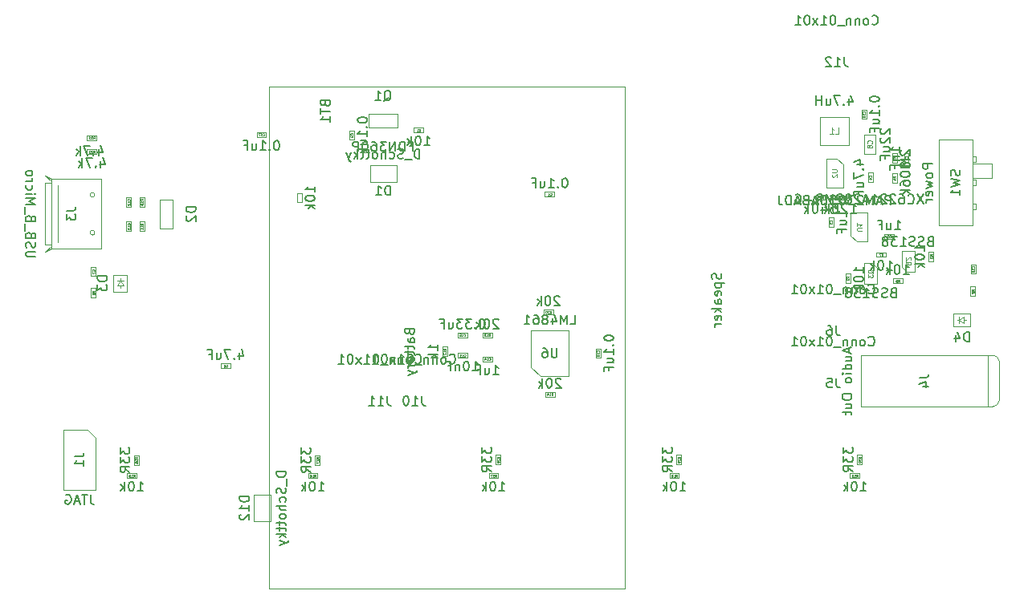
<source format=gbr>
G04 #@! TF.GenerationSoftware,KiCad,Pcbnew,(5.1.0)-1*
G04 #@! TF.CreationDate,2019-05-14T00:20:19-06:00*
G04 #@! TF.ProjectId,laser-theremin,6c617365-722d-4746-9865-72656d696e2e,rev?*
G04 #@! TF.SameCoordinates,Original*
G04 #@! TF.FileFunction,Other,Fab,Bot*
%FSLAX46Y46*%
G04 Gerber Fmt 4.6, Leading zero omitted, Abs format (unit mm)*
G04 Created by KiCad (PCBNEW (5.1.0)-1) date 2019-05-14 00:20:19*
%MOMM*%
%LPD*%
G04 APERTURE LIST*
%ADD10C,0.100000*%
%ADD11C,0.150000*%
%ADD12C,0.075000*%
%ADD13C,0.040000*%
%ADD14C,0.080000*%
%ADD15C,0.105000*%
G04 APERTURE END LIST*
D10*
X120500000Y-69400000D02*
X120500000Y-122400000D01*
X132800000Y-69400000D02*
X120500000Y-69400000D01*
X158000000Y-69400000D02*
X158000000Y-122400000D01*
X145100000Y-122400000D02*
X120500000Y-122400000D01*
X145100000Y-69400000D02*
X132800000Y-69400000D01*
X145100000Y-122400000D02*
X158000000Y-122400000D01*
X145100000Y-69400000D02*
X158000000Y-69400000D01*
X101337500Y-105655000D02*
X98780000Y-105655000D01*
X98780000Y-105655000D02*
X98780000Y-112005000D01*
X98780000Y-112005000D02*
X102190000Y-112005000D01*
X102190000Y-112005000D02*
X102190000Y-106507500D01*
X102190000Y-106507500D02*
X101337500Y-105655000D01*
X191060000Y-75070000D02*
X191060000Y-84070000D01*
X191060000Y-84070000D02*
X194660000Y-84070000D01*
X194660000Y-84070000D02*
X194660000Y-75170000D01*
X194660000Y-75170000D02*
X194660000Y-75070000D01*
X194660000Y-75070000D02*
X194660000Y-75070000D01*
X191060000Y-75070000D02*
X194660000Y-75070000D01*
X194660000Y-75070000D02*
X194660000Y-75070000D01*
X194660000Y-78070000D02*
X194660000Y-78070000D01*
X194660000Y-79870000D02*
X194960000Y-79870000D01*
X194960000Y-79870000D02*
X194960000Y-79270000D01*
X194960000Y-79270000D02*
X194660000Y-79270000D01*
X194660000Y-79270000D02*
X194660000Y-79270000D01*
X194660000Y-77370000D02*
X194960000Y-77370000D01*
X194960000Y-77370000D02*
X194960000Y-76770000D01*
X194960000Y-76770000D02*
X194660000Y-76770000D01*
X194660000Y-76770000D02*
X194660000Y-76770000D01*
X194660000Y-81770000D02*
X194960000Y-81770000D01*
X194960000Y-81770000D02*
X194960000Y-82370000D01*
X194960000Y-82370000D02*
X194660000Y-82370000D01*
X194660000Y-82370000D02*
X194660000Y-82370000D01*
X194660000Y-79070000D02*
X196660000Y-79070000D01*
X196660000Y-79070000D02*
X196660000Y-77570000D01*
X196660000Y-77570000D02*
X194660000Y-77570000D01*
X194660000Y-77570000D02*
X194660000Y-77570000D01*
X179210000Y-77020000D02*
X179210000Y-80120000D01*
X179210000Y-80120000D02*
X181010000Y-80120000D01*
X181010000Y-77670000D02*
X181010000Y-80120000D01*
X179210000Y-77020000D02*
X180360000Y-77020000D01*
X181010000Y-77670000D02*
X180360000Y-77020000D01*
X149550000Y-80570000D02*
X149550000Y-81070000D01*
X149550000Y-81070000D02*
X150550000Y-81070000D01*
X150550000Y-81070000D02*
X150550000Y-80570000D01*
X150550000Y-80570000D02*
X149550000Y-80570000D01*
X129440000Y-75070000D02*
X129440000Y-74070000D01*
X128940000Y-75070000D02*
X129440000Y-75070000D01*
X128940000Y-74070000D02*
X128940000Y-75070000D01*
X129440000Y-74070000D02*
X128940000Y-74070000D01*
X183600000Y-79540000D02*
X184100000Y-79540000D01*
X184100000Y-79540000D02*
X184100000Y-78540000D01*
X184100000Y-78540000D02*
X183600000Y-78540000D01*
X183600000Y-78540000D02*
X183600000Y-79540000D01*
X116410000Y-98680000D02*
X115410000Y-98680000D01*
X116410000Y-99180000D02*
X116410000Y-98680000D01*
X115410000Y-99180000D02*
X116410000Y-99180000D01*
X115410000Y-98680000D02*
X115410000Y-99180000D01*
X184410000Y-74520000D02*
X183210000Y-74520000D01*
X183210000Y-74520000D02*
X183210000Y-76520000D01*
X183210000Y-76520000D02*
X184410000Y-76520000D01*
X184410000Y-76520000D02*
X184410000Y-74520000D01*
X105940000Y-81120000D02*
X105440000Y-81120000D01*
X105440000Y-81120000D02*
X105440000Y-82120000D01*
X105440000Y-82120000D02*
X105940000Y-82120000D01*
X105940000Y-82120000D02*
X105940000Y-81120000D01*
X105940000Y-84690000D02*
X105940000Y-83690000D01*
X105440000Y-84690000D02*
X105940000Y-84690000D01*
X105440000Y-83690000D02*
X105440000Y-84690000D01*
X105940000Y-83690000D02*
X105440000Y-83690000D01*
X131120000Y-79510000D02*
X133920000Y-79510000D01*
X133920000Y-79510000D02*
X133920000Y-77710000D01*
X133920000Y-77710000D02*
X131120000Y-77710000D01*
X131120000Y-77710000D02*
X131120000Y-79510000D01*
X108950000Y-84410000D02*
X110350000Y-84410000D01*
X108950000Y-81370000D02*
X108950000Y-84410000D01*
X110350000Y-81370000D02*
X108950000Y-81370000D01*
X110350000Y-84410000D02*
X110350000Y-81370000D01*
X97500000Y-79420000D02*
X96850000Y-78820000D01*
X97500000Y-86320000D02*
X96850000Y-86920000D01*
X96850000Y-86120000D02*
X96850000Y-79620000D01*
X97500000Y-86570000D02*
X97500000Y-79170000D01*
X97500000Y-79171760D02*
X96850000Y-78820000D01*
X97500000Y-86568240D02*
X96850000Y-86920000D01*
X98200000Y-79870000D02*
X98200000Y-85870000D01*
X102100000Y-84870000D02*
G75*
G03X102100000Y-84870000I-250000J0D01*
G01*
X102100000Y-80870000D02*
G75*
G03X102100000Y-80870000I-250000J0D01*
G01*
X102750000Y-79170000D02*
X97500000Y-79170000D01*
X97500000Y-86570000D02*
X98626380Y-86570000D01*
X97475000Y-79620000D02*
X96850000Y-79620000D01*
X97500000Y-86120000D02*
X96850000Y-86120000D01*
X102750000Y-86571760D02*
X102750000Y-79171760D01*
X102750000Y-86570000D02*
X97500000Y-86570000D01*
X178570000Y-75660000D02*
X178570000Y-72660000D01*
X178570000Y-72660000D02*
X181570000Y-72660000D01*
X181570000Y-72660000D02*
X181570000Y-75660000D01*
X181570000Y-75660000D02*
X178570000Y-75660000D01*
X134010000Y-72340000D02*
X130970000Y-72340000D01*
X130970000Y-72340000D02*
X130970000Y-73740000D01*
X130970000Y-73740000D02*
X134010000Y-73740000D01*
X134010000Y-73740000D02*
X134010000Y-72340000D01*
X135740000Y-74280000D02*
X136740000Y-74280000D01*
X135740000Y-73780000D02*
X135740000Y-74280000D01*
X136740000Y-73780000D02*
X135740000Y-73780000D01*
X136740000Y-74280000D02*
X136740000Y-73780000D01*
X106810000Y-81120000D02*
X106810000Y-82120000D01*
X107310000Y-81120000D02*
X106810000Y-81120000D01*
X107310000Y-82120000D02*
X107310000Y-81120000D01*
X106810000Y-82120000D02*
X107310000Y-82120000D01*
X107310000Y-84690000D02*
X107310000Y-83690000D01*
X106810000Y-84690000D02*
X107310000Y-84690000D01*
X106810000Y-83690000D02*
X106810000Y-84690000D01*
X107310000Y-83690000D02*
X106810000Y-83690000D01*
X179080000Y-81420000D02*
X179080000Y-80920000D01*
X179080000Y-80920000D02*
X178080000Y-80920000D01*
X178080000Y-80920000D02*
X178080000Y-81420000D01*
X178080000Y-81420000D02*
X179080000Y-81420000D01*
X180210000Y-81420000D02*
X181210000Y-81420000D01*
X180210000Y-80920000D02*
X180210000Y-81420000D01*
X181210000Y-80920000D02*
X180210000Y-80920000D01*
X181210000Y-81420000D02*
X181210000Y-80920000D01*
X179960000Y-83240000D02*
X179460000Y-83240000D01*
X179460000Y-83240000D02*
X179460000Y-84240000D01*
X179460000Y-84240000D02*
X179960000Y-84240000D01*
X179960000Y-84240000D02*
X179960000Y-83240000D01*
X186350000Y-85010000D02*
X185350000Y-85010000D01*
X186350000Y-85510000D02*
X186350000Y-85010000D01*
X185350000Y-85510000D02*
X186350000Y-85510000D01*
X185350000Y-85010000D02*
X185350000Y-85510000D01*
X101710000Y-89460000D02*
X102210000Y-89460000D01*
X102210000Y-89460000D02*
X102210000Y-88460000D01*
X102210000Y-88460000D02*
X101710000Y-88460000D01*
X101710000Y-88460000D02*
X101710000Y-89460000D01*
X187400000Y-76490000D02*
X187400000Y-77490000D01*
X187900000Y-76490000D02*
X187400000Y-76490000D01*
X187900000Y-77490000D02*
X187900000Y-76490000D01*
X187400000Y-77490000D02*
X187900000Y-77490000D01*
X194440000Y-88210000D02*
X194440000Y-89210000D01*
X194940000Y-88210000D02*
X194440000Y-88210000D01*
X194940000Y-89210000D02*
X194940000Y-88210000D01*
X194440000Y-89210000D02*
X194940000Y-89210000D01*
X141360000Y-98080000D02*
X141360000Y-97580000D01*
X141360000Y-97580000D02*
X140360000Y-97580000D01*
X140360000Y-97580000D02*
X140360000Y-98080000D01*
X140360000Y-98080000D02*
X141360000Y-98080000D01*
X143980000Y-98460000D02*
X143980000Y-97960000D01*
X143980000Y-97960000D02*
X142980000Y-97960000D01*
X142980000Y-97960000D02*
X142980000Y-98460000D01*
X142980000Y-98460000D02*
X143980000Y-98460000D01*
X141350000Y-95440000D02*
X140350000Y-95440000D01*
X141350000Y-95940000D02*
X141350000Y-95440000D01*
X140350000Y-95940000D02*
X141350000Y-95940000D01*
X140350000Y-95440000D02*
X140350000Y-95940000D01*
X155410000Y-98090000D02*
X155410000Y-97090000D01*
X154910000Y-98090000D02*
X155410000Y-98090000D01*
X154910000Y-97090000D02*
X154910000Y-98090000D01*
X155410000Y-97090000D02*
X154910000Y-97090000D01*
X187690000Y-88970000D02*
X187190000Y-88470000D01*
X188540000Y-86770000D02*
X187190000Y-86770000D01*
X188540000Y-88970000D02*
X188540000Y-86770000D01*
X187190000Y-88470000D02*
X187190000Y-86770000D01*
X188540000Y-88970000D02*
X187690000Y-88970000D01*
X183220000Y-88090000D02*
X184070000Y-88090000D01*
X184570000Y-88590000D02*
X184570000Y-90290000D01*
X183220000Y-88090000D02*
X183220000Y-90290000D01*
X183220000Y-90290000D02*
X184570000Y-90290000D01*
X184070000Y-88090000D02*
X184570000Y-88590000D01*
X181740000Y-90190000D02*
X181740000Y-89190000D01*
X181240000Y-90190000D02*
X181740000Y-90190000D01*
X181240000Y-89190000D02*
X181240000Y-90190000D01*
X181740000Y-89190000D02*
X181240000Y-89190000D01*
X190020000Y-87860000D02*
X190520000Y-87860000D01*
X190520000Y-87860000D02*
X190520000Y-86860000D01*
X190520000Y-86860000D02*
X190020000Y-86860000D01*
X190020000Y-86860000D02*
X190020000Y-87860000D01*
X186640000Y-79600000D02*
X186640000Y-78600000D01*
X186140000Y-79600000D02*
X186640000Y-79600000D01*
X186140000Y-78600000D02*
X186140000Y-79600000D01*
X186640000Y-78600000D02*
X186140000Y-78600000D01*
X186640000Y-76490000D02*
X186140000Y-76490000D01*
X186140000Y-76490000D02*
X186140000Y-77490000D01*
X186140000Y-77490000D02*
X186640000Y-77490000D01*
X186640000Y-77490000D02*
X186640000Y-76490000D01*
X186240000Y-89700000D02*
X186240000Y-90200000D01*
X186240000Y-90200000D02*
X187240000Y-90200000D01*
X187240000Y-90200000D02*
X187240000Y-89700000D01*
X187240000Y-89700000D02*
X186240000Y-89700000D01*
X185510000Y-87430000D02*
X185510000Y-86930000D01*
X185510000Y-86930000D02*
X184510000Y-86930000D01*
X184510000Y-86930000D02*
X184510000Y-87430000D01*
X184510000Y-87430000D02*
X185510000Y-87430000D01*
X101700000Y-91710000D02*
X102200000Y-91710000D01*
X102200000Y-91710000D02*
X102200000Y-90710000D01*
X102200000Y-90710000D02*
X101700000Y-90710000D01*
X101700000Y-90710000D02*
X101700000Y-91710000D01*
X194420000Y-90550000D02*
X194420000Y-91550000D01*
X194920000Y-90550000D02*
X194420000Y-90550000D01*
X194920000Y-91550000D02*
X194920000Y-90550000D01*
X194420000Y-91550000D02*
X194920000Y-91550000D01*
X138740000Y-97890000D02*
X139240000Y-97890000D01*
X139240000Y-97890000D02*
X139240000Y-96890000D01*
X139240000Y-96890000D02*
X138740000Y-96890000D01*
X138740000Y-96890000D02*
X138740000Y-97890000D01*
X143990000Y-95440000D02*
X142990000Y-95440000D01*
X143990000Y-95940000D02*
X143990000Y-95440000D01*
X142990000Y-95940000D02*
X143990000Y-95940000D01*
X142990000Y-95440000D02*
X142990000Y-95940000D01*
X150570000Y-101710000D02*
X149570000Y-101710000D01*
X150570000Y-102210000D02*
X150570000Y-101710000D01*
X149570000Y-102210000D02*
X150570000Y-102210000D01*
X149570000Y-101710000D02*
X149570000Y-102210000D01*
X125590000Y-110780000D02*
X125590000Y-110280000D01*
X125590000Y-110280000D02*
X124590000Y-110280000D01*
X124590000Y-110280000D02*
X124590000Y-110780000D01*
X124590000Y-110780000D02*
X125590000Y-110780000D01*
X143630000Y-110780000D02*
X144630000Y-110780000D01*
X143630000Y-110280000D02*
X143630000Y-110780000D01*
X144630000Y-110280000D02*
X143630000Y-110280000D01*
X144630000Y-110780000D02*
X144630000Y-110280000D01*
X163690000Y-110780000D02*
X163690000Y-110280000D01*
X163690000Y-110280000D02*
X162690000Y-110280000D01*
X162690000Y-110280000D02*
X162690000Y-110780000D01*
X162690000Y-110780000D02*
X163690000Y-110780000D01*
X181720000Y-110780000D02*
X182720000Y-110780000D01*
X181720000Y-110280000D02*
X181720000Y-110780000D01*
X182720000Y-110280000D02*
X181720000Y-110280000D01*
X182720000Y-110780000D02*
X182720000Y-110280000D01*
X149420000Y-93010000D02*
X149420000Y-93510000D01*
X149420000Y-93510000D02*
X150420000Y-93510000D01*
X150420000Y-93510000D02*
X150420000Y-93010000D01*
X150420000Y-93010000D02*
X149420000Y-93010000D01*
X102290000Y-75100000D02*
X102290000Y-74600000D01*
X102290000Y-74600000D02*
X101290000Y-74600000D01*
X101290000Y-74600000D02*
X101290000Y-75100000D01*
X101290000Y-75100000D02*
X102290000Y-75100000D01*
X101290000Y-76580000D02*
X102290000Y-76580000D01*
X101290000Y-76080000D02*
X101290000Y-76580000D01*
X102290000Y-76080000D02*
X101290000Y-76080000D01*
X102290000Y-76580000D02*
X102290000Y-76080000D01*
X181760000Y-85170000D02*
X182410000Y-85820000D01*
X183560000Y-85820000D02*
X182410000Y-85820000D01*
X181760000Y-85170000D02*
X181760000Y-82720000D01*
X183560000Y-82720000D02*
X181760000Y-82720000D01*
X183560000Y-85820000D02*
X183560000Y-82720000D01*
X149110000Y-100040000D02*
X152010000Y-100040000D01*
X152010000Y-100040000D02*
X152010000Y-95140000D01*
X152010000Y-95140000D02*
X148110000Y-95140000D01*
X148110000Y-95140000D02*
X148110000Y-99040000D01*
X148110000Y-99040000D02*
X149110000Y-100040000D01*
X123910000Y-80660000D02*
X123410000Y-80660000D01*
X123410000Y-80660000D02*
X123410000Y-81660000D01*
X123410000Y-81660000D02*
X123910000Y-81660000D01*
X123910000Y-81660000D02*
X123910000Y-80660000D01*
X119160000Y-74780000D02*
X120160000Y-74780000D01*
X119160000Y-74280000D02*
X119160000Y-74780000D01*
X120160000Y-74280000D02*
X119160000Y-74280000D01*
X120160000Y-74780000D02*
X120160000Y-74280000D01*
X183420000Y-71860000D02*
X182920000Y-71860000D01*
X182920000Y-71860000D02*
X182920000Y-72860000D01*
X182920000Y-72860000D02*
X183420000Y-72860000D01*
X183420000Y-72860000D02*
X183420000Y-71860000D01*
X105510000Y-110770000D02*
X106510000Y-110770000D01*
X105510000Y-110270000D02*
X105510000Y-110770000D01*
X106510000Y-110270000D02*
X105510000Y-110270000D01*
X106510000Y-110770000D02*
X106510000Y-110270000D01*
X106240000Y-109380000D02*
X106740000Y-109380000D01*
X106740000Y-109380000D02*
X106740000Y-108380000D01*
X106740000Y-108380000D02*
X106240000Y-108380000D01*
X106240000Y-108380000D02*
X106240000Y-109380000D01*
X125320000Y-108370000D02*
X125320000Y-109370000D01*
X125820000Y-108370000D02*
X125320000Y-108370000D01*
X125820000Y-109370000D02*
X125820000Y-108370000D01*
X125320000Y-109370000D02*
X125820000Y-109370000D01*
X144370000Y-109330000D02*
X144870000Y-109330000D01*
X144870000Y-109330000D02*
X144870000Y-108330000D01*
X144870000Y-108330000D02*
X144370000Y-108330000D01*
X144370000Y-108330000D02*
X144370000Y-109330000D01*
X163420000Y-108330000D02*
X163420000Y-109330000D01*
X163920000Y-108330000D02*
X163420000Y-108330000D01*
X163920000Y-109330000D02*
X163920000Y-108330000D01*
X163420000Y-109330000D02*
X163920000Y-109330000D01*
X182470000Y-109320000D02*
X182970000Y-109320000D01*
X182970000Y-109320000D02*
X182970000Y-108320000D01*
X182970000Y-108320000D02*
X182470000Y-108320000D01*
X182470000Y-108320000D02*
X182470000Y-109320000D01*
X104780000Y-90400000D02*
X104780000Y-90650000D01*
X105130000Y-90400000D02*
X104780000Y-89900000D01*
X104430000Y-90400000D02*
X105130000Y-90400000D01*
X104780000Y-89900000D02*
X104430000Y-90400000D01*
X104780000Y-89900000D02*
X104780000Y-89700000D01*
X104430000Y-89900000D02*
X105130000Y-89900000D01*
X105480000Y-89300000D02*
X104080000Y-89300000D01*
X105480000Y-91100000D02*
X105480000Y-89300000D01*
X104080000Y-91100000D02*
X105480000Y-91100000D01*
X104080000Y-89300000D02*
X104080000Y-91100000D01*
X192620000Y-94760000D02*
X194420000Y-94760000D01*
X194420000Y-94760000D02*
X194420000Y-93360000D01*
X194420000Y-93360000D02*
X192620000Y-93360000D01*
X192620000Y-93360000D02*
X192620000Y-94760000D01*
X193220000Y-94410000D02*
X193220000Y-93710000D01*
X193220000Y-94060000D02*
X193020000Y-94060000D01*
X193220000Y-94060000D02*
X193720000Y-94410000D01*
X193720000Y-94410000D02*
X193720000Y-93710000D01*
X193720000Y-93710000D02*
X193220000Y-94060000D01*
X193720000Y-94060000D02*
X193970000Y-94060000D01*
X196270000Y-97785000D02*
X182870000Y-97785000D01*
X196270000Y-103235000D02*
X182870000Y-103235000D01*
X196238166Y-97785000D02*
X196758866Y-97785000D01*
X197470000Y-98510000D02*
X197470000Y-102510000D01*
X196758866Y-103235000D02*
X196238166Y-103235000D01*
X196736006Y-97786006D02*
G75*
G02X197470000Y-98520000I0J-733994D01*
G01*
X182870000Y-103235000D02*
X182870000Y-97785000D01*
X196270000Y-103235000D02*
X196270000Y-97785000D01*
X197470000Y-102500000D02*
G75*
G02X196736006Y-103233994I-733994J0D01*
G01*
X118870000Y-112530000D02*
X118870000Y-115330000D01*
X118870000Y-115330000D02*
X120670000Y-115330000D01*
X120670000Y-115330000D02*
X120670000Y-112530000D01*
X120670000Y-112530000D02*
X118870000Y-112530000D01*
D11*
X135268571Y-95328571D02*
X135316190Y-95471428D01*
X135363809Y-95519047D01*
X135459047Y-95566666D01*
X135601904Y-95566666D01*
X135697142Y-95519047D01*
X135744761Y-95471428D01*
X135792380Y-95376190D01*
X135792380Y-94995238D01*
X134792380Y-94995238D01*
X134792380Y-95328571D01*
X134840000Y-95423809D01*
X134887619Y-95471428D01*
X134982857Y-95519047D01*
X135078095Y-95519047D01*
X135173333Y-95471428D01*
X135220952Y-95423809D01*
X135268571Y-95328571D01*
X135268571Y-94995238D01*
X135792380Y-96423809D02*
X135268571Y-96423809D01*
X135173333Y-96376190D01*
X135125714Y-96280952D01*
X135125714Y-96090476D01*
X135173333Y-95995238D01*
X135744761Y-96423809D02*
X135792380Y-96328571D01*
X135792380Y-96090476D01*
X135744761Y-95995238D01*
X135649523Y-95947619D01*
X135554285Y-95947619D01*
X135459047Y-95995238D01*
X135411428Y-96090476D01*
X135411428Y-96328571D01*
X135363809Y-96423809D01*
X135125714Y-96757142D02*
X135125714Y-97138095D01*
X134792380Y-96900000D02*
X135649523Y-96900000D01*
X135744761Y-96947619D01*
X135792380Y-97042857D01*
X135792380Y-97138095D01*
X135125714Y-97328571D02*
X135125714Y-97709523D01*
X134792380Y-97471428D02*
X135649523Y-97471428D01*
X135744761Y-97519047D01*
X135792380Y-97614285D01*
X135792380Y-97709523D01*
X135744761Y-98423809D02*
X135792380Y-98328571D01*
X135792380Y-98138095D01*
X135744761Y-98042857D01*
X135649523Y-97995238D01*
X135268571Y-97995238D01*
X135173333Y-98042857D01*
X135125714Y-98138095D01*
X135125714Y-98328571D01*
X135173333Y-98423809D01*
X135268571Y-98471428D01*
X135363809Y-98471428D01*
X135459047Y-97995238D01*
X135792380Y-98900000D02*
X135125714Y-98900000D01*
X135316190Y-98900000D02*
X135220952Y-98947619D01*
X135173333Y-98995238D01*
X135125714Y-99090476D01*
X135125714Y-99185714D01*
X135125714Y-99423809D02*
X135792380Y-99661904D01*
X135125714Y-99900000D02*
X135792380Y-99661904D01*
X136030476Y-99566666D01*
X136078095Y-99519047D01*
X136125714Y-99423809D01*
X126378571Y-71214285D02*
X126426190Y-71357142D01*
X126473809Y-71404761D01*
X126569047Y-71452380D01*
X126711904Y-71452380D01*
X126807142Y-71404761D01*
X126854761Y-71357142D01*
X126902380Y-71261904D01*
X126902380Y-70880952D01*
X125902380Y-70880952D01*
X125902380Y-71214285D01*
X125950000Y-71309523D01*
X125997619Y-71357142D01*
X126092857Y-71404761D01*
X126188095Y-71404761D01*
X126283333Y-71357142D01*
X126330952Y-71309523D01*
X126378571Y-71214285D01*
X126378571Y-70880952D01*
X125902380Y-71738095D02*
X125902380Y-72309523D01*
X126902380Y-72023809D02*
X125902380Y-72023809D01*
X126902380Y-73166666D02*
X126902380Y-72595238D01*
X126902380Y-72880952D02*
X125902380Y-72880952D01*
X126045238Y-72785714D01*
X126140476Y-72690476D01*
X126188095Y-72595238D01*
X101651666Y-112517380D02*
X101651666Y-113231666D01*
X101699285Y-113374523D01*
X101794523Y-113469761D01*
X101937380Y-113517380D01*
X102032619Y-113517380D01*
X101318333Y-112517380D02*
X100746904Y-112517380D01*
X101032619Y-113517380D02*
X101032619Y-112517380D01*
X100461190Y-113231666D02*
X99985000Y-113231666D01*
X100556428Y-113517380D02*
X100223095Y-112517380D01*
X99889761Y-113517380D01*
X99032619Y-112565000D02*
X99127857Y-112517380D01*
X99270714Y-112517380D01*
X99413571Y-112565000D01*
X99508809Y-112660238D01*
X99556428Y-112755476D01*
X99604047Y-112945952D01*
X99604047Y-113088809D01*
X99556428Y-113279285D01*
X99508809Y-113374523D01*
X99413571Y-113469761D01*
X99270714Y-113517380D01*
X99175476Y-113517380D01*
X99032619Y-113469761D01*
X98985000Y-113422142D01*
X98985000Y-113088809D01*
X99175476Y-113088809D01*
X99937380Y-108496666D02*
X100651666Y-108496666D01*
X100794523Y-108449047D01*
X100889761Y-108353809D01*
X100937380Y-108210952D01*
X100937380Y-108115714D01*
X100937380Y-109496666D02*
X100937380Y-108925238D01*
X100937380Y-109210952D02*
X99937380Y-109210952D01*
X100080238Y-109115714D01*
X100175476Y-109020476D01*
X100223095Y-108925238D01*
X190412380Y-77593809D02*
X189412380Y-77593809D01*
X189412380Y-77974761D01*
X189460000Y-78070000D01*
X189507619Y-78117619D01*
X189602857Y-78165238D01*
X189745714Y-78165238D01*
X189840952Y-78117619D01*
X189888571Y-78070000D01*
X189936190Y-77974761D01*
X189936190Y-77593809D01*
X190412380Y-78736666D02*
X190364761Y-78641428D01*
X190317142Y-78593809D01*
X190221904Y-78546190D01*
X189936190Y-78546190D01*
X189840952Y-78593809D01*
X189793333Y-78641428D01*
X189745714Y-78736666D01*
X189745714Y-78879523D01*
X189793333Y-78974761D01*
X189840952Y-79022380D01*
X189936190Y-79070000D01*
X190221904Y-79070000D01*
X190317142Y-79022380D01*
X190364761Y-78974761D01*
X190412380Y-78879523D01*
X190412380Y-78736666D01*
X189745714Y-79403333D02*
X190412380Y-79593809D01*
X189936190Y-79784285D01*
X190412380Y-79974761D01*
X189745714Y-80165238D01*
X190364761Y-80927142D02*
X190412380Y-80831904D01*
X190412380Y-80641428D01*
X190364761Y-80546190D01*
X190269523Y-80498571D01*
X189888571Y-80498571D01*
X189793333Y-80546190D01*
X189745714Y-80641428D01*
X189745714Y-80831904D01*
X189793333Y-80927142D01*
X189888571Y-80974761D01*
X189983809Y-80974761D01*
X190079047Y-80498571D01*
X190412380Y-81403333D02*
X189745714Y-81403333D01*
X189936190Y-81403333D02*
X189840952Y-81450952D01*
X189793333Y-81498571D01*
X189745714Y-81593809D01*
X189745714Y-81689047D01*
X193264761Y-78236666D02*
X193312380Y-78379523D01*
X193312380Y-78617619D01*
X193264761Y-78712857D01*
X193217142Y-78760476D01*
X193121904Y-78808095D01*
X193026666Y-78808095D01*
X192931428Y-78760476D01*
X192883809Y-78712857D01*
X192836190Y-78617619D01*
X192788571Y-78427142D01*
X192740952Y-78331904D01*
X192693333Y-78284285D01*
X192598095Y-78236666D01*
X192502857Y-78236666D01*
X192407619Y-78284285D01*
X192360000Y-78331904D01*
X192312380Y-78427142D01*
X192312380Y-78665238D01*
X192360000Y-78808095D01*
X192312380Y-79141428D02*
X193312380Y-79379523D01*
X192598095Y-79570000D01*
X193312380Y-79760476D01*
X192312380Y-79998571D01*
X193312380Y-80903333D02*
X193312380Y-80331904D01*
X193312380Y-80617619D02*
X192312380Y-80617619D01*
X192455238Y-80522380D01*
X192550476Y-80427142D01*
X192598095Y-80331904D01*
X186014761Y-81922380D02*
X186014761Y-80922380D01*
X185633809Y-80922380D01*
X185538571Y-80970000D01*
X185490952Y-81017619D01*
X185443333Y-81112857D01*
X185443333Y-81255714D01*
X185490952Y-81350952D01*
X185538571Y-81398571D01*
X185633809Y-81446190D01*
X186014761Y-81446190D01*
X185062380Y-81636666D02*
X184586190Y-81636666D01*
X185157619Y-81922380D02*
X184824285Y-80922380D01*
X184490952Y-81922380D01*
X184157619Y-81922380D02*
X184157619Y-80922380D01*
X183824285Y-81636666D01*
X183490952Y-80922380D01*
X183490952Y-81922380D01*
X183062380Y-81017619D02*
X183014761Y-80970000D01*
X182919523Y-80922380D01*
X182681428Y-80922380D01*
X182586190Y-80970000D01*
X182538571Y-81017619D01*
X182490952Y-81112857D01*
X182490952Y-81208095D01*
X182538571Y-81350952D01*
X183110000Y-81922380D01*
X182490952Y-81922380D01*
X182157619Y-80922380D02*
X181538571Y-80922380D01*
X181871904Y-81303333D01*
X181729047Y-81303333D01*
X181633809Y-81350952D01*
X181586190Y-81398571D01*
X181538571Y-81493809D01*
X181538571Y-81731904D01*
X181586190Y-81827142D01*
X181633809Y-81874761D01*
X181729047Y-81922380D01*
X182014761Y-81922380D01*
X182110000Y-81874761D01*
X182157619Y-81827142D01*
X180919523Y-80922380D02*
X180824285Y-80922380D01*
X180729047Y-80970000D01*
X180681428Y-81017619D01*
X180633809Y-81112857D01*
X180586190Y-81303333D01*
X180586190Y-81541428D01*
X180633809Y-81731904D01*
X180681428Y-81827142D01*
X180729047Y-81874761D01*
X180824285Y-81922380D01*
X180919523Y-81922380D01*
X181014761Y-81874761D01*
X181062380Y-81827142D01*
X181110000Y-81731904D01*
X181157619Y-81541428D01*
X181157619Y-81303333D01*
X181110000Y-81112857D01*
X181062380Y-81017619D01*
X181014761Y-80970000D01*
X180919523Y-80922380D01*
X179681428Y-80922380D02*
X180157619Y-80922380D01*
X180205238Y-81398571D01*
X180157619Y-81350952D01*
X180062380Y-81303333D01*
X179824285Y-81303333D01*
X179729047Y-81350952D01*
X179681428Y-81398571D01*
X179633809Y-81493809D01*
X179633809Y-81731904D01*
X179681428Y-81827142D01*
X179729047Y-81874761D01*
X179824285Y-81922380D01*
X180062380Y-81922380D01*
X180157619Y-81874761D01*
X180205238Y-81827142D01*
X179205238Y-81922380D02*
X179205238Y-80922380D01*
X178967142Y-80922380D01*
X178824285Y-80970000D01*
X178729047Y-81065238D01*
X178681428Y-81160476D01*
X178633809Y-81350952D01*
X178633809Y-81493809D01*
X178681428Y-81684285D01*
X178729047Y-81779523D01*
X178824285Y-81874761D01*
X178967142Y-81922380D01*
X179205238Y-81922380D01*
X178252857Y-81636666D02*
X177776666Y-81636666D01*
X178348095Y-81922380D02*
X178014761Y-80922380D01*
X177681428Y-81922380D01*
X177014761Y-81398571D02*
X176871904Y-81446190D01*
X176824285Y-81493809D01*
X176776666Y-81589047D01*
X176776666Y-81731904D01*
X176824285Y-81827142D01*
X176871904Y-81874761D01*
X176967142Y-81922380D01*
X177348095Y-81922380D01*
X177348095Y-80922380D01*
X177014761Y-80922380D01*
X176919523Y-80970000D01*
X176871904Y-81017619D01*
X176824285Y-81112857D01*
X176824285Y-81208095D01*
X176871904Y-81303333D01*
X176919523Y-81350952D01*
X177014761Y-81398571D01*
X177348095Y-81398571D01*
X176395714Y-81636666D02*
X175919523Y-81636666D01*
X176490952Y-81922380D02*
X176157619Y-80922380D01*
X175824285Y-81922380D01*
X175490952Y-81922380D02*
X175490952Y-80922380D01*
X175252857Y-80922380D01*
X175110000Y-80970000D01*
X175014761Y-81065238D01*
X174967142Y-81160476D01*
X174919523Y-81350952D01*
X174919523Y-81493809D01*
X174967142Y-81684285D01*
X175014761Y-81779523D01*
X175110000Y-81874761D01*
X175252857Y-81922380D01*
X175490952Y-81922380D01*
X174205238Y-80922380D02*
X174205238Y-81636666D01*
X174252857Y-81779523D01*
X174348095Y-81874761D01*
X174490952Y-81922380D01*
X174586190Y-81922380D01*
D12*
X179836190Y-78189047D02*
X180240952Y-78189047D01*
X180288571Y-78212857D01*
X180312380Y-78236666D01*
X180336190Y-78284285D01*
X180336190Y-78379523D01*
X180312380Y-78427142D01*
X180288571Y-78450952D01*
X180240952Y-78474761D01*
X179836190Y-78474761D01*
X179883809Y-78689047D02*
X179860000Y-78712857D01*
X179836190Y-78760476D01*
X179836190Y-78879523D01*
X179860000Y-78927142D01*
X179883809Y-78950952D01*
X179931428Y-78974761D01*
X179979047Y-78974761D01*
X180050476Y-78950952D01*
X180336190Y-78665238D01*
X180336190Y-78974761D01*
D11*
X168094761Y-89188095D02*
X168142380Y-89330952D01*
X168142380Y-89569047D01*
X168094761Y-89664285D01*
X168047142Y-89711904D01*
X167951904Y-89759523D01*
X167856666Y-89759523D01*
X167761428Y-89711904D01*
X167713809Y-89664285D01*
X167666190Y-89569047D01*
X167618571Y-89378571D01*
X167570952Y-89283333D01*
X167523333Y-89235714D01*
X167428095Y-89188095D01*
X167332857Y-89188095D01*
X167237619Y-89235714D01*
X167190000Y-89283333D01*
X167142380Y-89378571D01*
X167142380Y-89616666D01*
X167190000Y-89759523D01*
X167475714Y-90188095D02*
X168475714Y-90188095D01*
X167523333Y-90188095D02*
X167475714Y-90283333D01*
X167475714Y-90473809D01*
X167523333Y-90569047D01*
X167570952Y-90616666D01*
X167666190Y-90664285D01*
X167951904Y-90664285D01*
X168047142Y-90616666D01*
X168094761Y-90569047D01*
X168142380Y-90473809D01*
X168142380Y-90283333D01*
X168094761Y-90188095D01*
X168094761Y-91473809D02*
X168142380Y-91378571D01*
X168142380Y-91188095D01*
X168094761Y-91092857D01*
X167999523Y-91045238D01*
X167618571Y-91045238D01*
X167523333Y-91092857D01*
X167475714Y-91188095D01*
X167475714Y-91378571D01*
X167523333Y-91473809D01*
X167618571Y-91521428D01*
X167713809Y-91521428D01*
X167809047Y-91045238D01*
X168142380Y-92378571D02*
X167618571Y-92378571D01*
X167523333Y-92330952D01*
X167475714Y-92235714D01*
X167475714Y-92045238D01*
X167523333Y-91950000D01*
X168094761Y-92378571D02*
X168142380Y-92283333D01*
X168142380Y-92045238D01*
X168094761Y-91950000D01*
X167999523Y-91902380D01*
X167904285Y-91902380D01*
X167809047Y-91950000D01*
X167761428Y-92045238D01*
X167761428Y-92283333D01*
X167713809Y-92378571D01*
X168142380Y-92854761D02*
X167142380Y-92854761D01*
X167761428Y-92950000D02*
X168142380Y-93235714D01*
X167475714Y-93235714D02*
X167856666Y-92854761D01*
X168094761Y-94045238D02*
X168142380Y-93950000D01*
X168142380Y-93759523D01*
X168094761Y-93664285D01*
X167999523Y-93616666D01*
X167618571Y-93616666D01*
X167523333Y-93664285D01*
X167475714Y-93759523D01*
X167475714Y-93950000D01*
X167523333Y-94045238D01*
X167618571Y-94092857D01*
X167713809Y-94092857D01*
X167809047Y-93616666D01*
X168142380Y-94521428D02*
X167475714Y-94521428D01*
X167666190Y-94521428D02*
X167570952Y-94569047D01*
X167523333Y-94616666D01*
X167475714Y-94711904D01*
X167475714Y-94807142D01*
X151692857Y-79102380D02*
X151597619Y-79102380D01*
X151502380Y-79150000D01*
X151454761Y-79197619D01*
X151407142Y-79292857D01*
X151359523Y-79483333D01*
X151359523Y-79721428D01*
X151407142Y-79911904D01*
X151454761Y-80007142D01*
X151502380Y-80054761D01*
X151597619Y-80102380D01*
X151692857Y-80102380D01*
X151788095Y-80054761D01*
X151835714Y-80007142D01*
X151883333Y-79911904D01*
X151930952Y-79721428D01*
X151930952Y-79483333D01*
X151883333Y-79292857D01*
X151835714Y-79197619D01*
X151788095Y-79150000D01*
X151692857Y-79102380D01*
X150930952Y-80007142D02*
X150883333Y-80054761D01*
X150930952Y-80102380D01*
X150978571Y-80054761D01*
X150930952Y-80007142D01*
X150930952Y-80102380D01*
X149930952Y-80102380D02*
X150502380Y-80102380D01*
X150216666Y-80102380D02*
X150216666Y-79102380D01*
X150311904Y-79245238D01*
X150407142Y-79340476D01*
X150502380Y-79388095D01*
X149073809Y-79435714D02*
X149073809Y-80102380D01*
X149502380Y-79435714D02*
X149502380Y-79959523D01*
X149454761Y-80054761D01*
X149359523Y-80102380D01*
X149216666Y-80102380D01*
X149121428Y-80054761D01*
X149073809Y-80007142D01*
X148264285Y-79578571D02*
X148597619Y-79578571D01*
X148597619Y-80102380D02*
X148597619Y-79102380D01*
X148121428Y-79102380D01*
D13*
X150091666Y-80909285D02*
X150103571Y-80921190D01*
X150139285Y-80933095D01*
X150163095Y-80933095D01*
X150198809Y-80921190D01*
X150222619Y-80897380D01*
X150234523Y-80873571D01*
X150246428Y-80825952D01*
X150246428Y-80790238D01*
X150234523Y-80742619D01*
X150222619Y-80718809D01*
X150198809Y-80695000D01*
X150163095Y-80683095D01*
X150139285Y-80683095D01*
X150103571Y-80695000D01*
X150091666Y-80706904D01*
X149853571Y-80933095D02*
X149996428Y-80933095D01*
X149925000Y-80933095D02*
X149925000Y-80683095D01*
X149948809Y-80718809D01*
X149972619Y-80742619D01*
X149996428Y-80754523D01*
D11*
X129812380Y-72927142D02*
X129812380Y-73022380D01*
X129860000Y-73117619D01*
X129907619Y-73165238D01*
X130002857Y-73212857D01*
X130193333Y-73260476D01*
X130431428Y-73260476D01*
X130621904Y-73212857D01*
X130717142Y-73165238D01*
X130764761Y-73117619D01*
X130812380Y-73022380D01*
X130812380Y-72927142D01*
X130764761Y-72831904D01*
X130717142Y-72784285D01*
X130621904Y-72736666D01*
X130431428Y-72689047D01*
X130193333Y-72689047D01*
X130002857Y-72736666D01*
X129907619Y-72784285D01*
X129860000Y-72831904D01*
X129812380Y-72927142D01*
X130717142Y-73689047D02*
X130764761Y-73736666D01*
X130812380Y-73689047D01*
X130764761Y-73641428D01*
X130717142Y-73689047D01*
X130812380Y-73689047D01*
X130812380Y-74689047D02*
X130812380Y-74117619D01*
X130812380Y-74403333D02*
X129812380Y-74403333D01*
X129955238Y-74308095D01*
X130050476Y-74212857D01*
X130098095Y-74117619D01*
X130145714Y-75546190D02*
X130812380Y-75546190D01*
X130145714Y-75117619D02*
X130669523Y-75117619D01*
X130764761Y-75165238D01*
X130812380Y-75260476D01*
X130812380Y-75403333D01*
X130764761Y-75498571D01*
X130717142Y-75546190D01*
X130288571Y-76355714D02*
X130288571Y-76022380D01*
X130812380Y-76022380D02*
X129812380Y-76022380D01*
X129812380Y-76498571D01*
D13*
X129279285Y-74528333D02*
X129291190Y-74516428D01*
X129303095Y-74480714D01*
X129303095Y-74456904D01*
X129291190Y-74421190D01*
X129267380Y-74397380D01*
X129243571Y-74385476D01*
X129195952Y-74373571D01*
X129160238Y-74373571D01*
X129112619Y-74385476D01*
X129088809Y-74397380D01*
X129065000Y-74421190D01*
X129053095Y-74456904D01*
X129053095Y-74480714D01*
X129065000Y-74516428D01*
X129076904Y-74528333D01*
X129076904Y-74623571D02*
X129065000Y-74635476D01*
X129053095Y-74659285D01*
X129053095Y-74718809D01*
X129065000Y-74742619D01*
X129076904Y-74754523D01*
X129100714Y-74766428D01*
X129124523Y-74766428D01*
X129160238Y-74754523D01*
X129303095Y-74611666D01*
X129303095Y-74766428D01*
D11*
X182465714Y-77635238D02*
X183132380Y-77635238D01*
X182084761Y-77397142D02*
X182799047Y-77159047D01*
X182799047Y-77778095D01*
X183037142Y-78159047D02*
X183084761Y-78206666D01*
X183132380Y-78159047D01*
X183084761Y-78111428D01*
X183037142Y-78159047D01*
X183132380Y-78159047D01*
X182132380Y-78540000D02*
X182132380Y-79206666D01*
X183132380Y-78778095D01*
X182465714Y-80016190D02*
X183132380Y-80016190D01*
X182465714Y-79587619D02*
X182989523Y-79587619D01*
X183084761Y-79635238D01*
X183132380Y-79730476D01*
X183132380Y-79873333D01*
X183084761Y-79968571D01*
X183037142Y-80016190D01*
X182608571Y-80825714D02*
X182608571Y-80492380D01*
X183132380Y-80492380D02*
X182132380Y-80492380D01*
X182132380Y-80968571D01*
D13*
X183939285Y-78998333D02*
X183951190Y-78986428D01*
X183963095Y-78950714D01*
X183963095Y-78926904D01*
X183951190Y-78891190D01*
X183927380Y-78867380D01*
X183903571Y-78855476D01*
X183855952Y-78843571D01*
X183820238Y-78843571D01*
X183772619Y-78855476D01*
X183748809Y-78867380D01*
X183725000Y-78891190D01*
X183713095Y-78926904D01*
X183713095Y-78950714D01*
X183725000Y-78986428D01*
X183736904Y-78998333D01*
X183796428Y-79212619D02*
X183963095Y-79212619D01*
X183701190Y-79153095D02*
X183879761Y-79093571D01*
X183879761Y-79248333D01*
D11*
X117314761Y-97545714D02*
X117314761Y-98212380D01*
X117552857Y-97164761D02*
X117790952Y-97879047D01*
X117171904Y-97879047D01*
X116790952Y-98117142D02*
X116743333Y-98164761D01*
X116790952Y-98212380D01*
X116838571Y-98164761D01*
X116790952Y-98117142D01*
X116790952Y-98212380D01*
X116410000Y-97212380D02*
X115743333Y-97212380D01*
X116171904Y-98212380D01*
X114933809Y-97545714D02*
X114933809Y-98212380D01*
X115362380Y-97545714D02*
X115362380Y-98069523D01*
X115314761Y-98164761D01*
X115219523Y-98212380D01*
X115076666Y-98212380D01*
X114981428Y-98164761D01*
X114933809Y-98117142D01*
X114124285Y-97688571D02*
X114457619Y-97688571D01*
X114457619Y-98212380D02*
X114457619Y-97212380D01*
X113981428Y-97212380D01*
D13*
X115951666Y-99019285D02*
X115963571Y-99031190D01*
X115999285Y-99043095D01*
X116023095Y-99043095D01*
X116058809Y-99031190D01*
X116082619Y-99007380D01*
X116094523Y-98983571D01*
X116106428Y-98935952D01*
X116106428Y-98900238D01*
X116094523Y-98852619D01*
X116082619Y-98828809D01*
X116058809Y-98805000D01*
X116023095Y-98793095D01*
X115999285Y-98793095D01*
X115963571Y-98805000D01*
X115951666Y-98816904D01*
X115737380Y-98793095D02*
X115785000Y-98793095D01*
X115808809Y-98805000D01*
X115820714Y-98816904D01*
X115844523Y-98852619D01*
X115856428Y-98900238D01*
X115856428Y-98995476D01*
X115844523Y-99019285D01*
X115832619Y-99031190D01*
X115808809Y-99043095D01*
X115761190Y-99043095D01*
X115737380Y-99031190D01*
X115725476Y-99019285D01*
X115713571Y-98995476D01*
X115713571Y-98935952D01*
X115725476Y-98912142D01*
X115737380Y-98900238D01*
X115761190Y-98888333D01*
X115808809Y-98888333D01*
X115832619Y-98900238D01*
X115844523Y-98912142D01*
X115856428Y-98935952D01*
D11*
X185007619Y-73877142D02*
X184960000Y-73924761D01*
X184912380Y-74020000D01*
X184912380Y-74258095D01*
X184960000Y-74353333D01*
X185007619Y-74400952D01*
X185102857Y-74448571D01*
X185198095Y-74448571D01*
X185340952Y-74400952D01*
X185912380Y-73829523D01*
X185912380Y-74448571D01*
X185007619Y-74829523D02*
X184960000Y-74877142D01*
X184912380Y-74972380D01*
X184912380Y-75210476D01*
X184960000Y-75305714D01*
X185007619Y-75353333D01*
X185102857Y-75400952D01*
X185198095Y-75400952D01*
X185340952Y-75353333D01*
X185912380Y-74781904D01*
X185912380Y-75400952D01*
X185245714Y-76258095D02*
X185912380Y-76258095D01*
X185245714Y-75829523D02*
X185769523Y-75829523D01*
X185864761Y-75877142D01*
X185912380Y-75972380D01*
X185912380Y-76115238D01*
X185864761Y-76210476D01*
X185817142Y-76258095D01*
X185388571Y-77067619D02*
X185388571Y-76734285D01*
X185912380Y-76734285D02*
X184912380Y-76734285D01*
X184912380Y-77210476D01*
D14*
X183988571Y-75436666D02*
X184012380Y-75412857D01*
X184036190Y-75341428D01*
X184036190Y-75293809D01*
X184012380Y-75222380D01*
X183964761Y-75174761D01*
X183917142Y-75150952D01*
X183821904Y-75127142D01*
X183750476Y-75127142D01*
X183655238Y-75150952D01*
X183607619Y-75174761D01*
X183560000Y-75222380D01*
X183536190Y-75293809D01*
X183536190Y-75341428D01*
X183560000Y-75412857D01*
X183583809Y-75436666D01*
X183750476Y-75722380D02*
X183726666Y-75674761D01*
X183702857Y-75650952D01*
X183655238Y-75627142D01*
X183631428Y-75627142D01*
X183583809Y-75650952D01*
X183560000Y-75674761D01*
X183536190Y-75722380D01*
X183536190Y-75817619D01*
X183560000Y-75865238D01*
X183583809Y-75889047D01*
X183631428Y-75912857D01*
X183655238Y-75912857D01*
X183702857Y-75889047D01*
X183726666Y-75865238D01*
X183750476Y-75817619D01*
X183750476Y-75722380D01*
X183774285Y-75674761D01*
X183798095Y-75650952D01*
X183845714Y-75627142D01*
X183940952Y-75627142D01*
X183988571Y-75650952D01*
X184012380Y-75674761D01*
X184036190Y-75722380D01*
X184036190Y-75817619D01*
X184012380Y-75865238D01*
X183988571Y-75889047D01*
X183940952Y-75912857D01*
X183845714Y-75912857D01*
X183798095Y-75889047D01*
X183774285Y-75865238D01*
X183750476Y-75817619D01*
D13*
X105779285Y-81459285D02*
X105791190Y-81447380D01*
X105803095Y-81411666D01*
X105803095Y-81387857D01*
X105791190Y-81352142D01*
X105767380Y-81328333D01*
X105743571Y-81316428D01*
X105695952Y-81304523D01*
X105660238Y-81304523D01*
X105612619Y-81316428D01*
X105588809Y-81328333D01*
X105565000Y-81352142D01*
X105553095Y-81387857D01*
X105553095Y-81411666D01*
X105565000Y-81447380D01*
X105576904Y-81459285D01*
X105803095Y-81697380D02*
X105803095Y-81554523D01*
X105803095Y-81625952D02*
X105553095Y-81625952D01*
X105588809Y-81602142D01*
X105612619Y-81578333D01*
X105624523Y-81554523D01*
X105576904Y-81792619D02*
X105565000Y-81804523D01*
X105553095Y-81828333D01*
X105553095Y-81887857D01*
X105565000Y-81911666D01*
X105576904Y-81923571D01*
X105600714Y-81935476D01*
X105624523Y-81935476D01*
X105660238Y-81923571D01*
X105803095Y-81780714D01*
X105803095Y-81935476D01*
X105779285Y-84029285D02*
X105791190Y-84017380D01*
X105803095Y-83981666D01*
X105803095Y-83957857D01*
X105791190Y-83922142D01*
X105767380Y-83898333D01*
X105743571Y-83886428D01*
X105695952Y-83874523D01*
X105660238Y-83874523D01*
X105612619Y-83886428D01*
X105588809Y-83898333D01*
X105565000Y-83922142D01*
X105553095Y-83957857D01*
X105553095Y-83981666D01*
X105565000Y-84017380D01*
X105576904Y-84029285D01*
X105803095Y-84267380D02*
X105803095Y-84124523D01*
X105803095Y-84195952D02*
X105553095Y-84195952D01*
X105588809Y-84172142D01*
X105612619Y-84148333D01*
X105624523Y-84124523D01*
X105553095Y-84350714D02*
X105553095Y-84505476D01*
X105648333Y-84422142D01*
X105648333Y-84457857D01*
X105660238Y-84481666D01*
X105672142Y-84493571D01*
X105695952Y-84505476D01*
X105755476Y-84505476D01*
X105779285Y-84493571D01*
X105791190Y-84481666D01*
X105803095Y-84457857D01*
X105803095Y-84386428D01*
X105791190Y-84362619D01*
X105779285Y-84350714D01*
D11*
X136329523Y-77037380D02*
X136329523Y-76037380D01*
X136091428Y-76037380D01*
X135948571Y-76085000D01*
X135853333Y-76180238D01*
X135805714Y-76275476D01*
X135758095Y-76465952D01*
X135758095Y-76608809D01*
X135805714Y-76799285D01*
X135853333Y-76894523D01*
X135948571Y-76989761D01*
X136091428Y-77037380D01*
X136329523Y-77037380D01*
X135567619Y-77132619D02*
X134805714Y-77132619D01*
X134615238Y-76989761D02*
X134472380Y-77037380D01*
X134234285Y-77037380D01*
X134139047Y-76989761D01*
X134091428Y-76942142D01*
X134043809Y-76846904D01*
X134043809Y-76751666D01*
X134091428Y-76656428D01*
X134139047Y-76608809D01*
X134234285Y-76561190D01*
X134424761Y-76513571D01*
X134520000Y-76465952D01*
X134567619Y-76418333D01*
X134615238Y-76323095D01*
X134615238Y-76227857D01*
X134567619Y-76132619D01*
X134520000Y-76085000D01*
X134424761Y-76037380D01*
X134186666Y-76037380D01*
X134043809Y-76085000D01*
X133186666Y-76989761D02*
X133281904Y-77037380D01*
X133472380Y-77037380D01*
X133567619Y-76989761D01*
X133615238Y-76942142D01*
X133662857Y-76846904D01*
X133662857Y-76561190D01*
X133615238Y-76465952D01*
X133567619Y-76418333D01*
X133472380Y-76370714D01*
X133281904Y-76370714D01*
X133186666Y-76418333D01*
X132758095Y-77037380D02*
X132758095Y-76037380D01*
X132329523Y-77037380D02*
X132329523Y-76513571D01*
X132377142Y-76418333D01*
X132472380Y-76370714D01*
X132615238Y-76370714D01*
X132710476Y-76418333D01*
X132758095Y-76465952D01*
X131710476Y-77037380D02*
X131805714Y-76989761D01*
X131853333Y-76942142D01*
X131900952Y-76846904D01*
X131900952Y-76561190D01*
X131853333Y-76465952D01*
X131805714Y-76418333D01*
X131710476Y-76370714D01*
X131567619Y-76370714D01*
X131472380Y-76418333D01*
X131424761Y-76465952D01*
X131377142Y-76561190D01*
X131377142Y-76846904D01*
X131424761Y-76942142D01*
X131472380Y-76989761D01*
X131567619Y-77037380D01*
X131710476Y-77037380D01*
X131091428Y-76370714D02*
X130710476Y-76370714D01*
X130948571Y-76037380D02*
X130948571Y-76894523D01*
X130900952Y-76989761D01*
X130805714Y-77037380D01*
X130710476Y-77037380D01*
X130520000Y-76370714D02*
X130139047Y-76370714D01*
X130377142Y-76037380D02*
X130377142Y-76894523D01*
X130329523Y-76989761D01*
X130234285Y-77037380D01*
X130139047Y-77037380D01*
X129805714Y-77037380D02*
X129805714Y-76037380D01*
X129710476Y-76656428D02*
X129424761Y-77037380D01*
X129424761Y-76370714D02*
X129805714Y-76751666D01*
X129091428Y-76370714D02*
X128853333Y-77037380D01*
X128615238Y-76370714D02*
X128853333Y-77037380D01*
X128948571Y-77275476D01*
X128996190Y-77323095D01*
X129091428Y-77370714D01*
X133258095Y-80912380D02*
X133258095Y-79912380D01*
X133020000Y-79912380D01*
X132877142Y-79960000D01*
X132781904Y-80055238D01*
X132734285Y-80150476D01*
X132686666Y-80340952D01*
X132686666Y-80483809D01*
X132734285Y-80674285D01*
X132781904Y-80769523D01*
X132877142Y-80864761D01*
X133020000Y-80912380D01*
X133258095Y-80912380D01*
X131734285Y-80912380D02*
X132305714Y-80912380D01*
X132020000Y-80912380D02*
X132020000Y-79912380D01*
X132115238Y-80055238D01*
X132210476Y-80150476D01*
X132305714Y-80198095D01*
X112732380Y-82141904D02*
X111732380Y-82141904D01*
X111732380Y-82380000D01*
X111780000Y-82522857D01*
X111875238Y-82618095D01*
X111970476Y-82665714D01*
X112160952Y-82713333D01*
X112303809Y-82713333D01*
X112494285Y-82665714D01*
X112589523Y-82618095D01*
X112684761Y-82522857D01*
X112732380Y-82380000D01*
X112732380Y-82141904D01*
X111827619Y-83094285D02*
X111780000Y-83141904D01*
X111732380Y-83237142D01*
X111732380Y-83475238D01*
X111780000Y-83570476D01*
X111827619Y-83618095D01*
X111922857Y-83665714D01*
X112018095Y-83665714D01*
X112160952Y-83618095D01*
X112732380Y-83046666D01*
X112732380Y-83665714D01*
X95847619Y-87418809D02*
X95038095Y-87418809D01*
X94942857Y-87371190D01*
X94895238Y-87323571D01*
X94847619Y-87228333D01*
X94847619Y-87037857D01*
X94895238Y-86942619D01*
X94942857Y-86895000D01*
X95038095Y-86847380D01*
X95847619Y-86847380D01*
X94895238Y-86418809D02*
X94847619Y-86275952D01*
X94847619Y-86037857D01*
X94895238Y-85942619D01*
X94942857Y-85895000D01*
X95038095Y-85847380D01*
X95133333Y-85847380D01*
X95228571Y-85895000D01*
X95276190Y-85942619D01*
X95323809Y-86037857D01*
X95371428Y-86228333D01*
X95419047Y-86323571D01*
X95466666Y-86371190D01*
X95561904Y-86418809D01*
X95657142Y-86418809D01*
X95752380Y-86371190D01*
X95800000Y-86323571D01*
X95847619Y-86228333D01*
X95847619Y-85990238D01*
X95800000Y-85847380D01*
X95371428Y-85085476D02*
X95323809Y-84942619D01*
X95276190Y-84895000D01*
X95180952Y-84847380D01*
X95038095Y-84847380D01*
X94942857Y-84895000D01*
X94895238Y-84942619D01*
X94847619Y-85037857D01*
X94847619Y-85418809D01*
X95847619Y-85418809D01*
X95847619Y-85085476D01*
X95800000Y-84990238D01*
X95752380Y-84942619D01*
X95657142Y-84895000D01*
X95561904Y-84895000D01*
X95466666Y-84942619D01*
X95419047Y-84990238D01*
X95371428Y-85085476D01*
X95371428Y-85418809D01*
X94752380Y-84656904D02*
X94752380Y-83895000D01*
X95371428Y-83323571D02*
X95323809Y-83180714D01*
X95276190Y-83133095D01*
X95180952Y-83085476D01*
X95038095Y-83085476D01*
X94942857Y-83133095D01*
X94895238Y-83180714D01*
X94847619Y-83275952D01*
X94847619Y-83656904D01*
X95847619Y-83656904D01*
X95847619Y-83323571D01*
X95800000Y-83228333D01*
X95752380Y-83180714D01*
X95657142Y-83133095D01*
X95561904Y-83133095D01*
X95466666Y-83180714D01*
X95419047Y-83228333D01*
X95371428Y-83323571D01*
X95371428Y-83656904D01*
X94752380Y-82895000D02*
X94752380Y-82133095D01*
X94847619Y-81895000D02*
X95847619Y-81895000D01*
X95133333Y-81561666D01*
X95847619Y-81228333D01*
X94847619Y-81228333D01*
X94847619Y-80752142D02*
X95514285Y-80752142D01*
X95847619Y-80752142D02*
X95800000Y-80799761D01*
X95752380Y-80752142D01*
X95800000Y-80704523D01*
X95847619Y-80752142D01*
X95752380Y-80752142D01*
X94895238Y-79847380D02*
X94847619Y-79942619D01*
X94847619Y-80133095D01*
X94895238Y-80228333D01*
X94942857Y-80275952D01*
X95038095Y-80323571D01*
X95323809Y-80323571D01*
X95419047Y-80275952D01*
X95466666Y-80228333D01*
X95514285Y-80133095D01*
X95514285Y-79942619D01*
X95466666Y-79847380D01*
X94847619Y-79418809D02*
X95514285Y-79418809D01*
X95323809Y-79418809D02*
X95419047Y-79371190D01*
X95466666Y-79323571D01*
X95514285Y-79228333D01*
X95514285Y-79133095D01*
X94847619Y-78656904D02*
X94895238Y-78752142D01*
X94942857Y-78799761D01*
X95038095Y-78847380D01*
X95323809Y-78847380D01*
X95419047Y-78799761D01*
X95466666Y-78752142D01*
X95514285Y-78656904D01*
X95514285Y-78514047D01*
X95466666Y-78418809D01*
X95419047Y-78371190D01*
X95323809Y-78323571D01*
X95038095Y-78323571D01*
X94942857Y-78371190D01*
X94895238Y-78418809D01*
X94847619Y-78514047D01*
X94847619Y-78656904D01*
X99102380Y-82536666D02*
X99816666Y-82536666D01*
X99959523Y-82489047D01*
X100054761Y-82393809D01*
X100102380Y-82250952D01*
X100102380Y-82155714D01*
X99102380Y-82917619D02*
X99102380Y-83536666D01*
X99483333Y-83203333D01*
X99483333Y-83346190D01*
X99530952Y-83441428D01*
X99578571Y-83489047D01*
X99673809Y-83536666D01*
X99911904Y-83536666D01*
X100007142Y-83489047D01*
X100054761Y-83441428D01*
X100102380Y-83346190D01*
X100102380Y-83060476D01*
X100054761Y-82965238D01*
X100007142Y-82917619D01*
X181570000Y-70745714D02*
X181570000Y-71412380D01*
X181808095Y-70364761D02*
X182046190Y-71079047D01*
X181427142Y-71079047D01*
X181046190Y-71317142D02*
X180998571Y-71364761D01*
X181046190Y-71412380D01*
X181093809Y-71364761D01*
X181046190Y-71317142D01*
X181046190Y-71412380D01*
X180665238Y-70412380D02*
X179998571Y-70412380D01*
X180427142Y-71412380D01*
X179189047Y-70745714D02*
X179189047Y-71412380D01*
X179617619Y-70745714D02*
X179617619Y-71269523D01*
X179570000Y-71364761D01*
X179474761Y-71412380D01*
X179331904Y-71412380D01*
X179236666Y-71364761D01*
X179189047Y-71317142D01*
X178712857Y-71412380D02*
X178712857Y-70412380D01*
X178712857Y-70888571D02*
X178141428Y-70888571D01*
X178141428Y-71412380D02*
X178141428Y-70412380D01*
D15*
X180186666Y-74476666D02*
X180520000Y-74476666D01*
X180520000Y-73776666D01*
X179586666Y-74476666D02*
X179986666Y-74476666D01*
X179786666Y-74476666D02*
X179786666Y-73776666D01*
X179853333Y-73876666D01*
X179920000Y-73943333D01*
X179986666Y-73976666D01*
D11*
X135299523Y-75728571D02*
X135632857Y-75728571D01*
X135632857Y-76252380D02*
X135632857Y-75252380D01*
X135156666Y-75252380D01*
X134775714Y-76252380D02*
X134775714Y-75252380D01*
X134537619Y-75252380D01*
X134394761Y-75300000D01*
X134299523Y-75395238D01*
X134251904Y-75490476D01*
X134204285Y-75680952D01*
X134204285Y-75823809D01*
X134251904Y-76014285D01*
X134299523Y-76109523D01*
X134394761Y-76204761D01*
X134537619Y-76252380D01*
X134775714Y-76252380D01*
X133775714Y-76252380D02*
X133775714Y-75252380D01*
X133204285Y-76252380D01*
X133204285Y-75252380D01*
X132823333Y-75252380D02*
X132204285Y-75252380D01*
X132537619Y-75633333D01*
X132394761Y-75633333D01*
X132299523Y-75680952D01*
X132251904Y-75728571D01*
X132204285Y-75823809D01*
X132204285Y-76061904D01*
X132251904Y-76157142D01*
X132299523Y-76204761D01*
X132394761Y-76252380D01*
X132680476Y-76252380D01*
X132775714Y-76204761D01*
X132823333Y-76157142D01*
X131347142Y-75252380D02*
X131537619Y-75252380D01*
X131632857Y-75300000D01*
X131680476Y-75347619D01*
X131775714Y-75490476D01*
X131823333Y-75680952D01*
X131823333Y-76061904D01*
X131775714Y-76157142D01*
X131728095Y-76204761D01*
X131632857Y-76252380D01*
X131442380Y-76252380D01*
X131347142Y-76204761D01*
X131299523Y-76157142D01*
X131251904Y-76061904D01*
X131251904Y-75823809D01*
X131299523Y-75728571D01*
X131347142Y-75680952D01*
X131442380Y-75633333D01*
X131632857Y-75633333D01*
X131728095Y-75680952D01*
X131775714Y-75728571D01*
X131823333Y-75823809D01*
X130632857Y-75252380D02*
X130537619Y-75252380D01*
X130442380Y-75300000D01*
X130394761Y-75347619D01*
X130347142Y-75442857D01*
X130299523Y-75633333D01*
X130299523Y-75871428D01*
X130347142Y-76061904D01*
X130394761Y-76157142D01*
X130442380Y-76204761D01*
X130537619Y-76252380D01*
X130632857Y-76252380D01*
X130728095Y-76204761D01*
X130775714Y-76157142D01*
X130823333Y-76061904D01*
X130870952Y-75871428D01*
X130870952Y-75633333D01*
X130823333Y-75442857D01*
X130775714Y-75347619D01*
X130728095Y-75300000D01*
X130632857Y-75252380D01*
X129870952Y-76252380D02*
X129870952Y-75252380D01*
X129490000Y-75252380D01*
X129394761Y-75300000D01*
X129347142Y-75347619D01*
X129299523Y-75442857D01*
X129299523Y-75585714D01*
X129347142Y-75680952D01*
X129394761Y-75728571D01*
X129490000Y-75776190D01*
X129870952Y-75776190D01*
X132575238Y-70957619D02*
X132670476Y-70910000D01*
X132765714Y-70814761D01*
X132908571Y-70671904D01*
X133003809Y-70624285D01*
X133099047Y-70624285D01*
X133051428Y-70862380D02*
X133146666Y-70814761D01*
X133241904Y-70719523D01*
X133289523Y-70529047D01*
X133289523Y-70195714D01*
X133241904Y-70005238D01*
X133146666Y-69910000D01*
X133051428Y-69862380D01*
X132860952Y-69862380D01*
X132765714Y-69910000D01*
X132670476Y-70005238D01*
X132622857Y-70195714D01*
X132622857Y-70529047D01*
X132670476Y-70719523D01*
X132765714Y-70814761D01*
X132860952Y-70862380D01*
X133051428Y-70862380D01*
X131670476Y-70862380D02*
X132241904Y-70862380D01*
X131956190Y-70862380D02*
X131956190Y-69862380D01*
X132051428Y-70005238D01*
X132146666Y-70100476D01*
X132241904Y-70148095D01*
X136835238Y-75652380D02*
X137406666Y-75652380D01*
X137120952Y-75652380D02*
X137120952Y-74652380D01*
X137216190Y-74795238D01*
X137311428Y-74890476D01*
X137406666Y-74938095D01*
X136216190Y-74652380D02*
X136120952Y-74652380D01*
X136025714Y-74700000D01*
X135978095Y-74747619D01*
X135930476Y-74842857D01*
X135882857Y-75033333D01*
X135882857Y-75271428D01*
X135930476Y-75461904D01*
X135978095Y-75557142D01*
X136025714Y-75604761D01*
X136120952Y-75652380D01*
X136216190Y-75652380D01*
X136311428Y-75604761D01*
X136359047Y-75557142D01*
X136406666Y-75461904D01*
X136454285Y-75271428D01*
X136454285Y-75033333D01*
X136406666Y-74842857D01*
X136359047Y-74747619D01*
X136311428Y-74700000D01*
X136216190Y-74652380D01*
X135454285Y-75652380D02*
X135454285Y-74652380D01*
X135359047Y-75271428D02*
X135073333Y-75652380D01*
X135073333Y-74985714D02*
X135454285Y-75366666D01*
D13*
X136281666Y-74143095D02*
X136365000Y-74024047D01*
X136424523Y-74143095D02*
X136424523Y-73893095D01*
X136329285Y-73893095D01*
X136305476Y-73905000D01*
X136293571Y-73916904D01*
X136281666Y-73940714D01*
X136281666Y-73976428D01*
X136293571Y-74000238D01*
X136305476Y-74012142D01*
X136329285Y-74024047D01*
X136424523Y-74024047D01*
X136043571Y-74143095D02*
X136186428Y-74143095D01*
X136115000Y-74143095D02*
X136115000Y-73893095D01*
X136138809Y-73928809D01*
X136162619Y-73952619D01*
X136186428Y-73964523D01*
X107173095Y-81459285D02*
X107054047Y-81375952D01*
X107173095Y-81316428D02*
X106923095Y-81316428D01*
X106923095Y-81411666D01*
X106935000Y-81435476D01*
X106946904Y-81447380D01*
X106970714Y-81459285D01*
X107006428Y-81459285D01*
X107030238Y-81447380D01*
X107042142Y-81435476D01*
X107054047Y-81411666D01*
X107054047Y-81316428D01*
X107173095Y-81697380D02*
X107173095Y-81554523D01*
X107173095Y-81625952D02*
X106923095Y-81625952D01*
X106958809Y-81602142D01*
X106982619Y-81578333D01*
X106994523Y-81554523D01*
X106923095Y-81852142D02*
X106923095Y-81875952D01*
X106935000Y-81899761D01*
X106946904Y-81911666D01*
X106970714Y-81923571D01*
X107018333Y-81935476D01*
X107077857Y-81935476D01*
X107125476Y-81923571D01*
X107149285Y-81911666D01*
X107161190Y-81899761D01*
X107173095Y-81875952D01*
X107173095Y-81852142D01*
X107161190Y-81828333D01*
X107149285Y-81816428D01*
X107125476Y-81804523D01*
X107077857Y-81792619D01*
X107018333Y-81792619D01*
X106970714Y-81804523D01*
X106946904Y-81816428D01*
X106935000Y-81828333D01*
X106923095Y-81852142D01*
X107173095Y-84029285D02*
X107054047Y-83945952D01*
X107173095Y-83886428D02*
X106923095Y-83886428D01*
X106923095Y-83981666D01*
X106935000Y-84005476D01*
X106946904Y-84017380D01*
X106970714Y-84029285D01*
X107006428Y-84029285D01*
X107030238Y-84017380D01*
X107042142Y-84005476D01*
X107054047Y-83981666D01*
X107054047Y-83886428D01*
X107173095Y-84267380D02*
X107173095Y-84124523D01*
X107173095Y-84195952D02*
X106923095Y-84195952D01*
X106958809Y-84172142D01*
X106982619Y-84148333D01*
X106994523Y-84124523D01*
X107173095Y-84505476D02*
X107173095Y-84362619D01*
X107173095Y-84434047D02*
X106923095Y-84434047D01*
X106958809Y-84410238D01*
X106982619Y-84386428D01*
X106994523Y-84362619D01*
D11*
X179699047Y-81792380D02*
X180175238Y-81792380D01*
X180222857Y-82268571D01*
X180175238Y-82220952D01*
X180080000Y-82173333D01*
X179841904Y-82173333D01*
X179746666Y-82220952D01*
X179699047Y-82268571D01*
X179651428Y-82363809D01*
X179651428Y-82601904D01*
X179699047Y-82697142D01*
X179746666Y-82744761D01*
X179841904Y-82792380D01*
X180080000Y-82792380D01*
X180175238Y-82744761D01*
X180222857Y-82697142D01*
X178794285Y-82125714D02*
X178794285Y-82792380D01*
X179032380Y-81744761D02*
X179270476Y-82459047D01*
X178651428Y-82459047D01*
X178080000Y-81792380D02*
X177984761Y-81792380D01*
X177889523Y-81840000D01*
X177841904Y-81887619D01*
X177794285Y-81982857D01*
X177746666Y-82173333D01*
X177746666Y-82411428D01*
X177794285Y-82601904D01*
X177841904Y-82697142D01*
X177889523Y-82744761D01*
X177984761Y-82792380D01*
X178080000Y-82792380D01*
X178175238Y-82744761D01*
X178222857Y-82697142D01*
X178270476Y-82601904D01*
X178318095Y-82411428D01*
X178318095Y-82173333D01*
X178270476Y-81982857D01*
X178222857Y-81887619D01*
X178175238Y-81840000D01*
X178080000Y-81792380D01*
X177318095Y-82792380D02*
X177318095Y-81792380D01*
X177222857Y-82411428D02*
X176937142Y-82792380D01*
X176937142Y-82125714D02*
X177318095Y-82506666D01*
D13*
X178740714Y-81283095D02*
X178824047Y-81164047D01*
X178883571Y-81283095D02*
X178883571Y-81033095D01*
X178788333Y-81033095D01*
X178764523Y-81045000D01*
X178752619Y-81056904D01*
X178740714Y-81080714D01*
X178740714Y-81116428D01*
X178752619Y-81140238D01*
X178764523Y-81152142D01*
X178788333Y-81164047D01*
X178883571Y-81164047D01*
X178645476Y-81056904D02*
X178633571Y-81045000D01*
X178609761Y-81033095D01*
X178550238Y-81033095D01*
X178526428Y-81045000D01*
X178514523Y-81056904D01*
X178502619Y-81080714D01*
X178502619Y-81104523D01*
X178514523Y-81140238D01*
X178657380Y-81283095D01*
X178502619Y-81283095D01*
X178419285Y-81033095D02*
X178264523Y-81033095D01*
X178347857Y-81128333D01*
X178312142Y-81128333D01*
X178288333Y-81140238D01*
X178276428Y-81152142D01*
X178264523Y-81175952D01*
X178264523Y-81235476D01*
X178276428Y-81259285D01*
X178288333Y-81271190D01*
X178312142Y-81283095D01*
X178383571Y-81283095D01*
X178407380Y-81271190D01*
X178419285Y-81259285D01*
D11*
X181781428Y-82792380D02*
X182352857Y-82792380D01*
X182067142Y-82792380D02*
X182067142Y-81792380D01*
X182162380Y-81935238D01*
X182257619Y-82030476D01*
X182352857Y-82078095D01*
X181400476Y-81887619D02*
X181352857Y-81840000D01*
X181257619Y-81792380D01*
X181019523Y-81792380D01*
X180924285Y-81840000D01*
X180876666Y-81887619D01*
X180829047Y-81982857D01*
X180829047Y-82078095D01*
X180876666Y-82220952D01*
X181448095Y-82792380D01*
X180829047Y-82792380D01*
X180210000Y-81792380D02*
X180114761Y-81792380D01*
X180019523Y-81840000D01*
X179971904Y-81887619D01*
X179924285Y-81982857D01*
X179876666Y-82173333D01*
X179876666Y-82411428D01*
X179924285Y-82601904D01*
X179971904Y-82697142D01*
X180019523Y-82744761D01*
X180114761Y-82792380D01*
X180210000Y-82792380D01*
X180305238Y-82744761D01*
X180352857Y-82697142D01*
X180400476Y-82601904D01*
X180448095Y-82411428D01*
X180448095Y-82173333D01*
X180400476Y-81982857D01*
X180352857Y-81887619D01*
X180305238Y-81840000D01*
X180210000Y-81792380D01*
X179448095Y-82792380D02*
X179448095Y-81792380D01*
X179352857Y-82411428D02*
X179067142Y-82792380D01*
X179067142Y-82125714D02*
X179448095Y-82506666D01*
D13*
X180870714Y-81283095D02*
X180954047Y-81164047D01*
X181013571Y-81283095D02*
X181013571Y-81033095D01*
X180918333Y-81033095D01*
X180894523Y-81045000D01*
X180882619Y-81056904D01*
X180870714Y-81080714D01*
X180870714Y-81116428D01*
X180882619Y-81140238D01*
X180894523Y-81152142D01*
X180918333Y-81164047D01*
X181013571Y-81164047D01*
X180775476Y-81056904D02*
X180763571Y-81045000D01*
X180739761Y-81033095D01*
X180680238Y-81033095D01*
X180656428Y-81045000D01*
X180644523Y-81056904D01*
X180632619Y-81080714D01*
X180632619Y-81104523D01*
X180644523Y-81140238D01*
X180787380Y-81283095D01*
X180632619Y-81283095D01*
X180418333Y-81116428D02*
X180418333Y-81283095D01*
X180477857Y-81021190D02*
X180537380Y-81199761D01*
X180382619Y-81199761D01*
D11*
X181332380Y-83144761D02*
X181332380Y-82573333D01*
X181332380Y-82859047D02*
X180332380Y-82859047D01*
X180475238Y-82763809D01*
X180570476Y-82668571D01*
X180618095Y-82573333D01*
X180665714Y-84001904D02*
X181332380Y-84001904D01*
X180665714Y-83573333D02*
X181189523Y-83573333D01*
X181284761Y-83620952D01*
X181332380Y-83716190D01*
X181332380Y-83859047D01*
X181284761Y-83954285D01*
X181237142Y-84001904D01*
X180808571Y-84811428D02*
X180808571Y-84478095D01*
X181332380Y-84478095D02*
X180332380Y-84478095D01*
X180332380Y-84954285D01*
D13*
X179799285Y-83698333D02*
X179811190Y-83686428D01*
X179823095Y-83650714D01*
X179823095Y-83626904D01*
X179811190Y-83591190D01*
X179787380Y-83567380D01*
X179763571Y-83555476D01*
X179715952Y-83543571D01*
X179680238Y-83543571D01*
X179632619Y-83555476D01*
X179608809Y-83567380D01*
X179585000Y-83591190D01*
X179573095Y-83626904D01*
X179573095Y-83650714D01*
X179585000Y-83686428D01*
X179596904Y-83698333D01*
X179573095Y-83781666D02*
X179573095Y-83936428D01*
X179668333Y-83853095D01*
X179668333Y-83888809D01*
X179680238Y-83912619D01*
X179692142Y-83924523D01*
X179715952Y-83936428D01*
X179775476Y-83936428D01*
X179799285Y-83924523D01*
X179811190Y-83912619D01*
X179823095Y-83888809D01*
X179823095Y-83817380D01*
X179811190Y-83793571D01*
X179799285Y-83781666D01*
D11*
X186445238Y-84542380D02*
X187016666Y-84542380D01*
X186730952Y-84542380D02*
X186730952Y-83542380D01*
X186826190Y-83685238D01*
X186921428Y-83780476D01*
X187016666Y-83828095D01*
X185588095Y-83875714D02*
X185588095Y-84542380D01*
X186016666Y-83875714D02*
X186016666Y-84399523D01*
X185969047Y-84494761D01*
X185873809Y-84542380D01*
X185730952Y-84542380D01*
X185635714Y-84494761D01*
X185588095Y-84447142D01*
X184778571Y-84018571D02*
X185111904Y-84018571D01*
X185111904Y-84542380D02*
X185111904Y-83542380D01*
X184635714Y-83542380D01*
D13*
X185891666Y-85349285D02*
X185903571Y-85361190D01*
X185939285Y-85373095D01*
X185963095Y-85373095D01*
X185998809Y-85361190D01*
X186022619Y-85337380D01*
X186034523Y-85313571D01*
X186046428Y-85265952D01*
X186046428Y-85230238D01*
X186034523Y-85182619D01*
X186022619Y-85158809D01*
X185998809Y-85135000D01*
X185963095Y-85123095D01*
X185939285Y-85123095D01*
X185903571Y-85135000D01*
X185891666Y-85146904D01*
X185665476Y-85123095D02*
X185784523Y-85123095D01*
X185796428Y-85242142D01*
X185784523Y-85230238D01*
X185760714Y-85218333D01*
X185701190Y-85218333D01*
X185677380Y-85230238D01*
X185665476Y-85242142D01*
X185653571Y-85265952D01*
X185653571Y-85325476D01*
X185665476Y-85349285D01*
X185677380Y-85361190D01*
X185701190Y-85373095D01*
X185760714Y-85373095D01*
X185784523Y-85361190D01*
X185796428Y-85349285D01*
X102049285Y-88918333D02*
X102061190Y-88906428D01*
X102073095Y-88870714D01*
X102073095Y-88846904D01*
X102061190Y-88811190D01*
X102037380Y-88787380D01*
X102013571Y-88775476D01*
X101965952Y-88763571D01*
X101930238Y-88763571D01*
X101882619Y-88775476D01*
X101858809Y-88787380D01*
X101835000Y-88811190D01*
X101823095Y-88846904D01*
X101823095Y-88870714D01*
X101835000Y-88906428D01*
X101846904Y-88918333D01*
X101823095Y-89001666D02*
X101823095Y-89168333D01*
X102073095Y-89061190D01*
D11*
X186932380Y-76394761D02*
X186932380Y-75823333D01*
X186932380Y-76109047D02*
X185932380Y-76109047D01*
X186075238Y-76013809D01*
X186170476Y-75918571D01*
X186218095Y-75823333D01*
X186265714Y-76823333D02*
X186932380Y-76823333D01*
X186360952Y-76823333D02*
X186313333Y-76870952D01*
X186265714Y-76966190D01*
X186265714Y-77109047D01*
X186313333Y-77204285D01*
X186408571Y-77251904D01*
X186932380Y-77251904D01*
X186408571Y-78061428D02*
X186408571Y-77728095D01*
X186932380Y-77728095D02*
X185932380Y-77728095D01*
X185932380Y-78204285D01*
D13*
X187739285Y-76948333D02*
X187751190Y-76936428D01*
X187763095Y-76900714D01*
X187763095Y-76876904D01*
X187751190Y-76841190D01*
X187727380Y-76817380D01*
X187703571Y-76805476D01*
X187655952Y-76793571D01*
X187620238Y-76793571D01*
X187572619Y-76805476D01*
X187548809Y-76817380D01*
X187525000Y-76841190D01*
X187513095Y-76876904D01*
X187513095Y-76900714D01*
X187525000Y-76936428D01*
X187536904Y-76948333D01*
X187763095Y-77067380D02*
X187763095Y-77115000D01*
X187751190Y-77138809D01*
X187739285Y-77150714D01*
X187703571Y-77174523D01*
X187655952Y-77186428D01*
X187560714Y-77186428D01*
X187536904Y-77174523D01*
X187525000Y-77162619D01*
X187513095Y-77138809D01*
X187513095Y-77091190D01*
X187525000Y-77067380D01*
X187536904Y-77055476D01*
X187560714Y-77043571D01*
X187620238Y-77043571D01*
X187644047Y-77055476D01*
X187655952Y-77067380D01*
X187667857Y-77091190D01*
X187667857Y-77138809D01*
X187655952Y-77162619D01*
X187644047Y-77174523D01*
X187620238Y-77186428D01*
X194779285Y-88549285D02*
X194791190Y-88537380D01*
X194803095Y-88501666D01*
X194803095Y-88477857D01*
X194791190Y-88442142D01*
X194767380Y-88418333D01*
X194743571Y-88406428D01*
X194695952Y-88394523D01*
X194660238Y-88394523D01*
X194612619Y-88406428D01*
X194588809Y-88418333D01*
X194565000Y-88442142D01*
X194553095Y-88477857D01*
X194553095Y-88501666D01*
X194565000Y-88537380D01*
X194576904Y-88549285D01*
X194803095Y-88787380D02*
X194803095Y-88644523D01*
X194803095Y-88715952D02*
X194553095Y-88715952D01*
X194588809Y-88692142D01*
X194612619Y-88668333D01*
X194624523Y-88644523D01*
X194553095Y-88942142D02*
X194553095Y-88965952D01*
X194565000Y-88989761D01*
X194576904Y-89001666D01*
X194600714Y-89013571D01*
X194648333Y-89025476D01*
X194707857Y-89025476D01*
X194755476Y-89013571D01*
X194779285Y-89001666D01*
X194791190Y-88989761D01*
X194803095Y-88965952D01*
X194803095Y-88942142D01*
X194791190Y-88918333D01*
X194779285Y-88906428D01*
X194755476Y-88894523D01*
X194707857Y-88882619D01*
X194648333Y-88882619D01*
X194600714Y-88894523D01*
X194576904Y-88906428D01*
X194565000Y-88918333D01*
X194553095Y-88942142D01*
D11*
X141931428Y-99452380D02*
X142502857Y-99452380D01*
X142217142Y-99452380D02*
X142217142Y-98452380D01*
X142312380Y-98595238D01*
X142407619Y-98690476D01*
X142502857Y-98738095D01*
X141312380Y-98452380D02*
X141217142Y-98452380D01*
X141121904Y-98500000D01*
X141074285Y-98547619D01*
X141026666Y-98642857D01*
X140979047Y-98833333D01*
X140979047Y-99071428D01*
X141026666Y-99261904D01*
X141074285Y-99357142D01*
X141121904Y-99404761D01*
X141217142Y-99452380D01*
X141312380Y-99452380D01*
X141407619Y-99404761D01*
X141455238Y-99357142D01*
X141502857Y-99261904D01*
X141550476Y-99071428D01*
X141550476Y-98833333D01*
X141502857Y-98642857D01*
X141455238Y-98547619D01*
X141407619Y-98500000D01*
X141312380Y-98452380D01*
X140550476Y-98785714D02*
X140550476Y-99452380D01*
X140550476Y-98880952D02*
X140502857Y-98833333D01*
X140407619Y-98785714D01*
X140264761Y-98785714D01*
X140169523Y-98833333D01*
X140121904Y-98928571D01*
X140121904Y-99452380D01*
X139312380Y-98928571D02*
X139645714Y-98928571D01*
X139645714Y-99452380D02*
X139645714Y-98452380D01*
X139169523Y-98452380D01*
D13*
X141020714Y-97919285D02*
X141032619Y-97931190D01*
X141068333Y-97943095D01*
X141092142Y-97943095D01*
X141127857Y-97931190D01*
X141151666Y-97907380D01*
X141163571Y-97883571D01*
X141175476Y-97835952D01*
X141175476Y-97800238D01*
X141163571Y-97752619D01*
X141151666Y-97728809D01*
X141127857Y-97705000D01*
X141092142Y-97693095D01*
X141068333Y-97693095D01*
X141032619Y-97705000D01*
X141020714Y-97716904D01*
X140782619Y-97943095D02*
X140925476Y-97943095D01*
X140854047Y-97943095D02*
X140854047Y-97693095D01*
X140877857Y-97728809D01*
X140901666Y-97752619D01*
X140925476Y-97764523D01*
X140544523Y-97943095D02*
X140687380Y-97943095D01*
X140615952Y-97943095D02*
X140615952Y-97693095D01*
X140639761Y-97728809D01*
X140663571Y-97752619D01*
X140687380Y-97764523D01*
D11*
X144075238Y-99832380D02*
X144646666Y-99832380D01*
X144360952Y-99832380D02*
X144360952Y-98832380D01*
X144456190Y-98975238D01*
X144551428Y-99070476D01*
X144646666Y-99118095D01*
X143218095Y-99165714D02*
X143218095Y-99832380D01*
X143646666Y-99165714D02*
X143646666Y-99689523D01*
X143599047Y-99784761D01*
X143503809Y-99832380D01*
X143360952Y-99832380D01*
X143265714Y-99784761D01*
X143218095Y-99737142D01*
X142408571Y-99308571D02*
X142741904Y-99308571D01*
X142741904Y-99832380D02*
X142741904Y-98832380D01*
X142265714Y-98832380D01*
D13*
X143640714Y-98299285D02*
X143652619Y-98311190D01*
X143688333Y-98323095D01*
X143712142Y-98323095D01*
X143747857Y-98311190D01*
X143771666Y-98287380D01*
X143783571Y-98263571D01*
X143795476Y-98215952D01*
X143795476Y-98180238D01*
X143783571Y-98132619D01*
X143771666Y-98108809D01*
X143747857Y-98085000D01*
X143712142Y-98073095D01*
X143688333Y-98073095D01*
X143652619Y-98085000D01*
X143640714Y-98096904D01*
X143402619Y-98323095D02*
X143545476Y-98323095D01*
X143474047Y-98323095D02*
X143474047Y-98073095D01*
X143497857Y-98108809D01*
X143521666Y-98132619D01*
X143545476Y-98144523D01*
X143188333Y-98156428D02*
X143188333Y-98323095D01*
X143247857Y-98061190D02*
X143307380Y-98239761D01*
X143152619Y-98239761D01*
D11*
X142969047Y-93972380D02*
X142873809Y-93972380D01*
X142778571Y-94020000D01*
X142730952Y-94067619D01*
X142683333Y-94162857D01*
X142635714Y-94353333D01*
X142635714Y-94591428D01*
X142683333Y-94781904D01*
X142730952Y-94877142D01*
X142778571Y-94924761D01*
X142873809Y-94972380D01*
X142969047Y-94972380D01*
X143064285Y-94924761D01*
X143111904Y-94877142D01*
X143159523Y-94781904D01*
X143207142Y-94591428D01*
X143207142Y-94353333D01*
X143159523Y-94162857D01*
X143111904Y-94067619D01*
X143064285Y-94020000D01*
X142969047Y-93972380D01*
X142207142Y-94877142D02*
X142159523Y-94924761D01*
X142207142Y-94972380D01*
X142254761Y-94924761D01*
X142207142Y-94877142D01*
X142207142Y-94972380D01*
X141826190Y-93972380D02*
X141207142Y-93972380D01*
X141540476Y-94353333D01*
X141397619Y-94353333D01*
X141302380Y-94400952D01*
X141254761Y-94448571D01*
X141207142Y-94543809D01*
X141207142Y-94781904D01*
X141254761Y-94877142D01*
X141302380Y-94924761D01*
X141397619Y-94972380D01*
X141683333Y-94972380D01*
X141778571Y-94924761D01*
X141826190Y-94877142D01*
X140873809Y-93972380D02*
X140254761Y-93972380D01*
X140588095Y-94353333D01*
X140445238Y-94353333D01*
X140350000Y-94400952D01*
X140302380Y-94448571D01*
X140254761Y-94543809D01*
X140254761Y-94781904D01*
X140302380Y-94877142D01*
X140350000Y-94924761D01*
X140445238Y-94972380D01*
X140730952Y-94972380D01*
X140826190Y-94924761D01*
X140873809Y-94877142D01*
X139397619Y-94305714D02*
X139397619Y-94972380D01*
X139826190Y-94305714D02*
X139826190Y-94829523D01*
X139778571Y-94924761D01*
X139683333Y-94972380D01*
X139540476Y-94972380D01*
X139445238Y-94924761D01*
X139397619Y-94877142D01*
X138588095Y-94448571D02*
X138921428Y-94448571D01*
X138921428Y-94972380D02*
X138921428Y-93972380D01*
X138445238Y-93972380D01*
D13*
X141010714Y-95779285D02*
X141022619Y-95791190D01*
X141058333Y-95803095D01*
X141082142Y-95803095D01*
X141117857Y-95791190D01*
X141141666Y-95767380D01*
X141153571Y-95743571D01*
X141165476Y-95695952D01*
X141165476Y-95660238D01*
X141153571Y-95612619D01*
X141141666Y-95588809D01*
X141117857Y-95565000D01*
X141082142Y-95553095D01*
X141058333Y-95553095D01*
X141022619Y-95565000D01*
X141010714Y-95576904D01*
X140772619Y-95803095D02*
X140915476Y-95803095D01*
X140844047Y-95803095D02*
X140844047Y-95553095D01*
X140867857Y-95588809D01*
X140891666Y-95612619D01*
X140915476Y-95624523D01*
X140546428Y-95553095D02*
X140665476Y-95553095D01*
X140677380Y-95672142D01*
X140665476Y-95660238D01*
X140641666Y-95648333D01*
X140582142Y-95648333D01*
X140558333Y-95660238D01*
X140546428Y-95672142D01*
X140534523Y-95695952D01*
X140534523Y-95755476D01*
X140546428Y-95779285D01*
X140558333Y-95791190D01*
X140582142Y-95803095D01*
X140641666Y-95803095D01*
X140665476Y-95791190D01*
X140677380Y-95779285D01*
D11*
X155782380Y-95947142D02*
X155782380Y-96042380D01*
X155830000Y-96137619D01*
X155877619Y-96185238D01*
X155972857Y-96232857D01*
X156163333Y-96280476D01*
X156401428Y-96280476D01*
X156591904Y-96232857D01*
X156687142Y-96185238D01*
X156734761Y-96137619D01*
X156782380Y-96042380D01*
X156782380Y-95947142D01*
X156734761Y-95851904D01*
X156687142Y-95804285D01*
X156591904Y-95756666D01*
X156401428Y-95709047D01*
X156163333Y-95709047D01*
X155972857Y-95756666D01*
X155877619Y-95804285D01*
X155830000Y-95851904D01*
X155782380Y-95947142D01*
X156687142Y-96709047D02*
X156734761Y-96756666D01*
X156782380Y-96709047D01*
X156734761Y-96661428D01*
X156687142Y-96709047D01*
X156782380Y-96709047D01*
X156782380Y-97709047D02*
X156782380Y-97137619D01*
X156782380Y-97423333D02*
X155782380Y-97423333D01*
X155925238Y-97328095D01*
X156020476Y-97232857D01*
X156068095Y-97137619D01*
X156115714Y-98566190D02*
X156782380Y-98566190D01*
X156115714Y-98137619D02*
X156639523Y-98137619D01*
X156734761Y-98185238D01*
X156782380Y-98280476D01*
X156782380Y-98423333D01*
X156734761Y-98518571D01*
X156687142Y-98566190D01*
X156258571Y-99375714D02*
X156258571Y-99042380D01*
X156782380Y-99042380D02*
X155782380Y-99042380D01*
X155782380Y-99518571D01*
D13*
X155249285Y-97429285D02*
X155261190Y-97417380D01*
X155273095Y-97381666D01*
X155273095Y-97357857D01*
X155261190Y-97322142D01*
X155237380Y-97298333D01*
X155213571Y-97286428D01*
X155165952Y-97274523D01*
X155130238Y-97274523D01*
X155082619Y-97286428D01*
X155058809Y-97298333D01*
X155035000Y-97322142D01*
X155023095Y-97357857D01*
X155023095Y-97381666D01*
X155035000Y-97417380D01*
X155046904Y-97429285D01*
X155273095Y-97667380D02*
X155273095Y-97524523D01*
X155273095Y-97595952D02*
X155023095Y-97595952D01*
X155058809Y-97572142D01*
X155082619Y-97548333D01*
X155094523Y-97524523D01*
X155023095Y-97881666D02*
X155023095Y-97834047D01*
X155035000Y-97810238D01*
X155046904Y-97798333D01*
X155082619Y-97774523D01*
X155130238Y-97762619D01*
X155225476Y-97762619D01*
X155249285Y-97774523D01*
X155261190Y-97786428D01*
X155273095Y-97810238D01*
X155273095Y-97857857D01*
X155261190Y-97881666D01*
X155249285Y-97893571D01*
X155225476Y-97905476D01*
X155165952Y-97905476D01*
X155142142Y-97893571D01*
X155130238Y-97881666D01*
X155118333Y-97857857D01*
X155118333Y-97810238D01*
X155130238Y-97786428D01*
X155142142Y-97774523D01*
X155165952Y-97762619D01*
D11*
X190129523Y-85748571D02*
X189986666Y-85796190D01*
X189939047Y-85843809D01*
X189891428Y-85939047D01*
X189891428Y-86081904D01*
X189939047Y-86177142D01*
X189986666Y-86224761D01*
X190081904Y-86272380D01*
X190462857Y-86272380D01*
X190462857Y-85272380D01*
X190129523Y-85272380D01*
X190034285Y-85320000D01*
X189986666Y-85367619D01*
X189939047Y-85462857D01*
X189939047Y-85558095D01*
X189986666Y-85653333D01*
X190034285Y-85700952D01*
X190129523Y-85748571D01*
X190462857Y-85748571D01*
X189510476Y-86224761D02*
X189367619Y-86272380D01*
X189129523Y-86272380D01*
X189034285Y-86224761D01*
X188986666Y-86177142D01*
X188939047Y-86081904D01*
X188939047Y-85986666D01*
X188986666Y-85891428D01*
X189034285Y-85843809D01*
X189129523Y-85796190D01*
X189320000Y-85748571D01*
X189415238Y-85700952D01*
X189462857Y-85653333D01*
X189510476Y-85558095D01*
X189510476Y-85462857D01*
X189462857Y-85367619D01*
X189415238Y-85320000D01*
X189320000Y-85272380D01*
X189081904Y-85272380D01*
X188939047Y-85320000D01*
X188558095Y-86224761D02*
X188415238Y-86272380D01*
X188177142Y-86272380D01*
X188081904Y-86224761D01*
X188034285Y-86177142D01*
X187986666Y-86081904D01*
X187986666Y-85986666D01*
X188034285Y-85891428D01*
X188081904Y-85843809D01*
X188177142Y-85796190D01*
X188367619Y-85748571D01*
X188462857Y-85700952D01*
X188510476Y-85653333D01*
X188558095Y-85558095D01*
X188558095Y-85462857D01*
X188510476Y-85367619D01*
X188462857Y-85320000D01*
X188367619Y-85272380D01*
X188129523Y-85272380D01*
X187986666Y-85320000D01*
X187034285Y-86272380D02*
X187605714Y-86272380D01*
X187320000Y-86272380D02*
X187320000Y-85272380D01*
X187415238Y-85415238D01*
X187510476Y-85510476D01*
X187605714Y-85558095D01*
X186700952Y-85272380D02*
X186081904Y-85272380D01*
X186415238Y-85653333D01*
X186272380Y-85653333D01*
X186177142Y-85700952D01*
X186129523Y-85748571D01*
X186081904Y-85843809D01*
X186081904Y-86081904D01*
X186129523Y-86177142D01*
X186177142Y-86224761D01*
X186272380Y-86272380D01*
X186558095Y-86272380D01*
X186653333Y-86224761D01*
X186700952Y-86177142D01*
X185510476Y-85700952D02*
X185605714Y-85653333D01*
X185653333Y-85605714D01*
X185700952Y-85510476D01*
X185700952Y-85462857D01*
X185653333Y-85367619D01*
X185605714Y-85320000D01*
X185510476Y-85272380D01*
X185320000Y-85272380D01*
X185224761Y-85320000D01*
X185177142Y-85367619D01*
X185129523Y-85462857D01*
X185129523Y-85510476D01*
X185177142Y-85605714D01*
X185224761Y-85653333D01*
X185320000Y-85700952D01*
X185510476Y-85700952D01*
X185605714Y-85748571D01*
X185653333Y-85796190D01*
X185700952Y-85891428D01*
X185700952Y-86081904D01*
X185653333Y-86177142D01*
X185605714Y-86224761D01*
X185510476Y-86272380D01*
X185320000Y-86272380D01*
X185224761Y-86224761D01*
X185177142Y-86177142D01*
X185129523Y-86081904D01*
X185129523Y-85891428D01*
X185177142Y-85796190D01*
X185224761Y-85748571D01*
X185320000Y-85700952D01*
D12*
X187596190Y-87917619D02*
X187620000Y-87965238D01*
X187667619Y-88012857D01*
X187739047Y-88084285D01*
X187762857Y-88131904D01*
X187762857Y-88179523D01*
X187643809Y-88155714D02*
X187667619Y-88203333D01*
X187715238Y-88250952D01*
X187810476Y-88274761D01*
X187977142Y-88274761D01*
X188072380Y-88250952D01*
X188120000Y-88203333D01*
X188143809Y-88155714D01*
X188143809Y-88060476D01*
X188120000Y-88012857D01*
X188072380Y-87965238D01*
X187977142Y-87941428D01*
X187810476Y-87941428D01*
X187715238Y-87965238D01*
X187667619Y-88012857D01*
X187643809Y-88060476D01*
X187643809Y-88155714D01*
X188096190Y-87750952D02*
X188120000Y-87727142D01*
X188143809Y-87679523D01*
X188143809Y-87560476D01*
X188120000Y-87512857D01*
X188096190Y-87489047D01*
X188048571Y-87465238D01*
X188000952Y-87465238D01*
X187929523Y-87489047D01*
X187643809Y-87774761D01*
X187643809Y-87465238D01*
D11*
X186249523Y-91168571D02*
X186106666Y-91216190D01*
X186059047Y-91263809D01*
X186011428Y-91359047D01*
X186011428Y-91501904D01*
X186059047Y-91597142D01*
X186106666Y-91644761D01*
X186201904Y-91692380D01*
X186582857Y-91692380D01*
X186582857Y-90692380D01*
X186249523Y-90692380D01*
X186154285Y-90740000D01*
X186106666Y-90787619D01*
X186059047Y-90882857D01*
X186059047Y-90978095D01*
X186106666Y-91073333D01*
X186154285Y-91120952D01*
X186249523Y-91168571D01*
X186582857Y-91168571D01*
X185630476Y-91644761D02*
X185487619Y-91692380D01*
X185249523Y-91692380D01*
X185154285Y-91644761D01*
X185106666Y-91597142D01*
X185059047Y-91501904D01*
X185059047Y-91406666D01*
X185106666Y-91311428D01*
X185154285Y-91263809D01*
X185249523Y-91216190D01*
X185440000Y-91168571D01*
X185535238Y-91120952D01*
X185582857Y-91073333D01*
X185630476Y-90978095D01*
X185630476Y-90882857D01*
X185582857Y-90787619D01*
X185535238Y-90740000D01*
X185440000Y-90692380D01*
X185201904Y-90692380D01*
X185059047Y-90740000D01*
X184678095Y-91644761D02*
X184535238Y-91692380D01*
X184297142Y-91692380D01*
X184201904Y-91644761D01*
X184154285Y-91597142D01*
X184106666Y-91501904D01*
X184106666Y-91406666D01*
X184154285Y-91311428D01*
X184201904Y-91263809D01*
X184297142Y-91216190D01*
X184487619Y-91168571D01*
X184582857Y-91120952D01*
X184630476Y-91073333D01*
X184678095Y-90978095D01*
X184678095Y-90882857D01*
X184630476Y-90787619D01*
X184582857Y-90740000D01*
X184487619Y-90692380D01*
X184249523Y-90692380D01*
X184106666Y-90740000D01*
X183154285Y-91692380D02*
X183725714Y-91692380D01*
X183440000Y-91692380D02*
X183440000Y-90692380D01*
X183535238Y-90835238D01*
X183630476Y-90930476D01*
X183725714Y-90978095D01*
X182820952Y-90692380D02*
X182201904Y-90692380D01*
X182535238Y-91073333D01*
X182392380Y-91073333D01*
X182297142Y-91120952D01*
X182249523Y-91168571D01*
X182201904Y-91263809D01*
X182201904Y-91501904D01*
X182249523Y-91597142D01*
X182297142Y-91644761D01*
X182392380Y-91692380D01*
X182678095Y-91692380D01*
X182773333Y-91644761D01*
X182820952Y-91597142D01*
X181630476Y-91120952D02*
X181725714Y-91073333D01*
X181773333Y-91025714D01*
X181820952Y-90930476D01*
X181820952Y-90882857D01*
X181773333Y-90787619D01*
X181725714Y-90740000D01*
X181630476Y-90692380D01*
X181440000Y-90692380D01*
X181344761Y-90740000D01*
X181297142Y-90787619D01*
X181249523Y-90882857D01*
X181249523Y-90930476D01*
X181297142Y-91025714D01*
X181344761Y-91073333D01*
X181440000Y-91120952D01*
X181630476Y-91120952D01*
X181725714Y-91168571D01*
X181773333Y-91216190D01*
X181820952Y-91311428D01*
X181820952Y-91501904D01*
X181773333Y-91597142D01*
X181725714Y-91644761D01*
X181630476Y-91692380D01*
X181440000Y-91692380D01*
X181344761Y-91644761D01*
X181297142Y-91597142D01*
X181249523Y-91501904D01*
X181249523Y-91311428D01*
X181297142Y-91216190D01*
X181344761Y-91168571D01*
X181440000Y-91120952D01*
D12*
X184163809Y-89142380D02*
X184140000Y-89094761D01*
X184092380Y-89047142D01*
X184020952Y-88975714D01*
X183997142Y-88928095D01*
X183997142Y-88880476D01*
X184116190Y-88904285D02*
X184092380Y-88856666D01*
X184044761Y-88809047D01*
X183949523Y-88785238D01*
X183782857Y-88785238D01*
X183687619Y-88809047D01*
X183640000Y-88856666D01*
X183616190Y-88904285D01*
X183616190Y-88999523D01*
X183640000Y-89047142D01*
X183687619Y-89094761D01*
X183782857Y-89118571D01*
X183949523Y-89118571D01*
X184044761Y-89094761D01*
X184092380Y-89047142D01*
X184116190Y-88999523D01*
X184116190Y-88904285D01*
X183616190Y-89285238D02*
X183616190Y-89594761D01*
X183806666Y-89428095D01*
X183806666Y-89499523D01*
X183830476Y-89547142D01*
X183854285Y-89570952D01*
X183901904Y-89594761D01*
X184020952Y-89594761D01*
X184068571Y-89570952D01*
X184092380Y-89547142D01*
X184116190Y-89499523D01*
X184116190Y-89356666D01*
X184092380Y-89309047D01*
X184068571Y-89285238D01*
D11*
X183112380Y-89094761D02*
X183112380Y-88523333D01*
X183112380Y-88809047D02*
X182112380Y-88809047D01*
X182255238Y-88713809D01*
X182350476Y-88618571D01*
X182398095Y-88523333D01*
X182112380Y-89713809D02*
X182112380Y-89809047D01*
X182160000Y-89904285D01*
X182207619Y-89951904D01*
X182302857Y-89999523D01*
X182493333Y-90047142D01*
X182731428Y-90047142D01*
X182921904Y-89999523D01*
X183017142Y-89951904D01*
X183064761Y-89904285D01*
X183112380Y-89809047D01*
X183112380Y-89713809D01*
X183064761Y-89618571D01*
X183017142Y-89570952D01*
X182921904Y-89523333D01*
X182731428Y-89475714D01*
X182493333Y-89475714D01*
X182302857Y-89523333D01*
X182207619Y-89570952D01*
X182160000Y-89618571D01*
X182112380Y-89713809D01*
X183112380Y-90475714D02*
X182112380Y-90475714D01*
X182731428Y-90570952D02*
X183112380Y-90856666D01*
X182445714Y-90856666D02*
X182826666Y-90475714D01*
D13*
X181603095Y-89648333D02*
X181484047Y-89565000D01*
X181603095Y-89505476D02*
X181353095Y-89505476D01*
X181353095Y-89600714D01*
X181365000Y-89624523D01*
X181376904Y-89636428D01*
X181400714Y-89648333D01*
X181436428Y-89648333D01*
X181460238Y-89636428D01*
X181472142Y-89624523D01*
X181484047Y-89600714D01*
X181484047Y-89505476D01*
X181376904Y-89743571D02*
X181365000Y-89755476D01*
X181353095Y-89779285D01*
X181353095Y-89838809D01*
X181365000Y-89862619D01*
X181376904Y-89874523D01*
X181400714Y-89886428D01*
X181424523Y-89886428D01*
X181460238Y-89874523D01*
X181603095Y-89731666D01*
X181603095Y-89886428D01*
D11*
X189552380Y-86764761D02*
X189552380Y-86193333D01*
X189552380Y-86479047D02*
X188552380Y-86479047D01*
X188695238Y-86383809D01*
X188790476Y-86288571D01*
X188838095Y-86193333D01*
X188552380Y-87383809D02*
X188552380Y-87479047D01*
X188600000Y-87574285D01*
X188647619Y-87621904D01*
X188742857Y-87669523D01*
X188933333Y-87717142D01*
X189171428Y-87717142D01*
X189361904Y-87669523D01*
X189457142Y-87621904D01*
X189504761Y-87574285D01*
X189552380Y-87479047D01*
X189552380Y-87383809D01*
X189504761Y-87288571D01*
X189457142Y-87240952D01*
X189361904Y-87193333D01*
X189171428Y-87145714D01*
X188933333Y-87145714D01*
X188742857Y-87193333D01*
X188647619Y-87240952D01*
X188600000Y-87288571D01*
X188552380Y-87383809D01*
X189552380Y-88145714D02*
X188552380Y-88145714D01*
X189171428Y-88240952D02*
X189552380Y-88526666D01*
X188885714Y-88526666D02*
X189266666Y-88145714D01*
D13*
X190383095Y-87318333D02*
X190264047Y-87235000D01*
X190383095Y-87175476D02*
X190133095Y-87175476D01*
X190133095Y-87270714D01*
X190145000Y-87294523D01*
X190156904Y-87306428D01*
X190180714Y-87318333D01*
X190216428Y-87318333D01*
X190240238Y-87306428D01*
X190252142Y-87294523D01*
X190264047Y-87270714D01*
X190264047Y-87175476D01*
X190133095Y-87401666D02*
X190133095Y-87556428D01*
X190228333Y-87473095D01*
X190228333Y-87508809D01*
X190240238Y-87532619D01*
X190252142Y-87544523D01*
X190275952Y-87556428D01*
X190335476Y-87556428D01*
X190359285Y-87544523D01*
X190371190Y-87532619D01*
X190383095Y-87508809D01*
X190383095Y-87437380D01*
X190371190Y-87413571D01*
X190359285Y-87401666D01*
D11*
X187440952Y-77647619D02*
X187393333Y-77552380D01*
X187345714Y-77504761D01*
X187250476Y-77457142D01*
X187202857Y-77457142D01*
X187107619Y-77504761D01*
X187060000Y-77552380D01*
X187012380Y-77647619D01*
X187012380Y-77838095D01*
X187060000Y-77933333D01*
X187107619Y-77980952D01*
X187202857Y-78028571D01*
X187250476Y-78028571D01*
X187345714Y-77980952D01*
X187393333Y-77933333D01*
X187440952Y-77838095D01*
X187440952Y-77647619D01*
X187488571Y-77552380D01*
X187536190Y-77504761D01*
X187631428Y-77457142D01*
X187821904Y-77457142D01*
X187917142Y-77504761D01*
X187964761Y-77552380D01*
X188012380Y-77647619D01*
X188012380Y-77838095D01*
X187964761Y-77933333D01*
X187917142Y-77980952D01*
X187821904Y-78028571D01*
X187631428Y-78028571D01*
X187536190Y-77980952D01*
X187488571Y-77933333D01*
X187440952Y-77838095D01*
X187012380Y-78647619D02*
X187012380Y-78742857D01*
X187060000Y-78838095D01*
X187107619Y-78885714D01*
X187202857Y-78933333D01*
X187393333Y-78980952D01*
X187631428Y-78980952D01*
X187821904Y-78933333D01*
X187917142Y-78885714D01*
X187964761Y-78838095D01*
X188012380Y-78742857D01*
X188012380Y-78647619D01*
X187964761Y-78552380D01*
X187917142Y-78504761D01*
X187821904Y-78457142D01*
X187631428Y-78409523D01*
X187393333Y-78409523D01*
X187202857Y-78457142D01*
X187107619Y-78504761D01*
X187060000Y-78552380D01*
X187012380Y-78647619D01*
X187012380Y-79838095D02*
X187012380Y-79647619D01*
X187060000Y-79552380D01*
X187107619Y-79504761D01*
X187250476Y-79409523D01*
X187440952Y-79361904D01*
X187821904Y-79361904D01*
X187917142Y-79409523D01*
X187964761Y-79457142D01*
X188012380Y-79552380D01*
X188012380Y-79742857D01*
X187964761Y-79838095D01*
X187917142Y-79885714D01*
X187821904Y-79933333D01*
X187583809Y-79933333D01*
X187488571Y-79885714D01*
X187440952Y-79838095D01*
X187393333Y-79742857D01*
X187393333Y-79552380D01*
X187440952Y-79457142D01*
X187488571Y-79409523D01*
X187583809Y-79361904D01*
X188012380Y-80361904D02*
X187012380Y-80361904D01*
X187631428Y-80457142D02*
X188012380Y-80742857D01*
X187345714Y-80742857D02*
X187726666Y-80361904D01*
D13*
X186503095Y-79058333D02*
X186384047Y-78975000D01*
X186503095Y-78915476D02*
X186253095Y-78915476D01*
X186253095Y-79010714D01*
X186265000Y-79034523D01*
X186276904Y-79046428D01*
X186300714Y-79058333D01*
X186336428Y-79058333D01*
X186360238Y-79046428D01*
X186372142Y-79034523D01*
X186384047Y-79010714D01*
X186384047Y-78915476D01*
X186336428Y-79272619D02*
X186503095Y-79272619D01*
X186241190Y-79213095D02*
X186419761Y-79153571D01*
X186419761Y-79308333D01*
D11*
X187107619Y-76132857D02*
X187060000Y-76180476D01*
X187012380Y-76275714D01*
X187012380Y-76513809D01*
X187060000Y-76609047D01*
X187107619Y-76656666D01*
X187202857Y-76704285D01*
X187298095Y-76704285D01*
X187440952Y-76656666D01*
X188012380Y-76085238D01*
X188012380Y-76704285D01*
X188012380Y-77132857D02*
X187012380Y-77132857D01*
X187726666Y-77466190D01*
X187012380Y-77799523D01*
X188012380Y-77799523D01*
D13*
X186503095Y-76948333D02*
X186384047Y-76865000D01*
X186503095Y-76805476D02*
X186253095Y-76805476D01*
X186253095Y-76900714D01*
X186265000Y-76924523D01*
X186276904Y-76936428D01*
X186300714Y-76948333D01*
X186336428Y-76948333D01*
X186360238Y-76936428D01*
X186372142Y-76924523D01*
X186384047Y-76900714D01*
X186384047Y-76805476D01*
X186253095Y-77174523D02*
X186253095Y-77055476D01*
X186372142Y-77043571D01*
X186360238Y-77055476D01*
X186348333Y-77079285D01*
X186348333Y-77138809D01*
X186360238Y-77162619D01*
X186372142Y-77174523D01*
X186395952Y-77186428D01*
X186455476Y-77186428D01*
X186479285Y-77174523D01*
X186491190Y-77162619D01*
X186503095Y-77138809D01*
X186503095Y-77079285D01*
X186491190Y-77055476D01*
X186479285Y-77043571D01*
D11*
X187335238Y-89232380D02*
X187906666Y-89232380D01*
X187620952Y-89232380D02*
X187620952Y-88232380D01*
X187716190Y-88375238D01*
X187811428Y-88470476D01*
X187906666Y-88518095D01*
X186716190Y-88232380D02*
X186620952Y-88232380D01*
X186525714Y-88280000D01*
X186478095Y-88327619D01*
X186430476Y-88422857D01*
X186382857Y-88613333D01*
X186382857Y-88851428D01*
X186430476Y-89041904D01*
X186478095Y-89137142D01*
X186525714Y-89184761D01*
X186620952Y-89232380D01*
X186716190Y-89232380D01*
X186811428Y-89184761D01*
X186859047Y-89137142D01*
X186906666Y-89041904D01*
X186954285Y-88851428D01*
X186954285Y-88613333D01*
X186906666Y-88422857D01*
X186859047Y-88327619D01*
X186811428Y-88280000D01*
X186716190Y-88232380D01*
X185954285Y-89232380D02*
X185954285Y-88232380D01*
X185859047Y-88851428D02*
X185573333Y-89232380D01*
X185573333Y-88565714D02*
X185954285Y-88946666D01*
D13*
X186781666Y-90063095D02*
X186865000Y-89944047D01*
X186924523Y-90063095D02*
X186924523Y-89813095D01*
X186829285Y-89813095D01*
X186805476Y-89825000D01*
X186793571Y-89836904D01*
X186781666Y-89860714D01*
X186781666Y-89896428D01*
X186793571Y-89920238D01*
X186805476Y-89932142D01*
X186829285Y-89944047D01*
X186924523Y-89944047D01*
X186567380Y-89813095D02*
X186615000Y-89813095D01*
X186638809Y-89825000D01*
X186650714Y-89836904D01*
X186674523Y-89872619D01*
X186686428Y-89920238D01*
X186686428Y-90015476D01*
X186674523Y-90039285D01*
X186662619Y-90051190D01*
X186638809Y-90063095D01*
X186591190Y-90063095D01*
X186567380Y-90051190D01*
X186555476Y-90039285D01*
X186543571Y-90015476D01*
X186543571Y-89955952D01*
X186555476Y-89932142D01*
X186567380Y-89920238D01*
X186591190Y-89908333D01*
X186638809Y-89908333D01*
X186662619Y-89920238D01*
X186674523Y-89932142D01*
X186686428Y-89955952D01*
D11*
X185605238Y-88802380D02*
X186176666Y-88802380D01*
X185890952Y-88802380D02*
X185890952Y-87802380D01*
X185986190Y-87945238D01*
X186081428Y-88040476D01*
X186176666Y-88088095D01*
X184986190Y-87802380D02*
X184890952Y-87802380D01*
X184795714Y-87850000D01*
X184748095Y-87897619D01*
X184700476Y-87992857D01*
X184652857Y-88183333D01*
X184652857Y-88421428D01*
X184700476Y-88611904D01*
X184748095Y-88707142D01*
X184795714Y-88754761D01*
X184890952Y-88802380D01*
X184986190Y-88802380D01*
X185081428Y-88754761D01*
X185129047Y-88707142D01*
X185176666Y-88611904D01*
X185224285Y-88421428D01*
X185224285Y-88183333D01*
X185176666Y-87992857D01*
X185129047Y-87897619D01*
X185081428Y-87850000D01*
X184986190Y-87802380D01*
X184224285Y-88802380D02*
X184224285Y-87802380D01*
X184129047Y-88421428D02*
X183843333Y-88802380D01*
X183843333Y-88135714D02*
X184224285Y-88516666D01*
D13*
X185051666Y-87293095D02*
X185135000Y-87174047D01*
X185194523Y-87293095D02*
X185194523Y-87043095D01*
X185099285Y-87043095D01*
X185075476Y-87055000D01*
X185063571Y-87066904D01*
X185051666Y-87090714D01*
X185051666Y-87126428D01*
X185063571Y-87150238D01*
X185075476Y-87162142D01*
X185099285Y-87174047D01*
X185194523Y-87174047D01*
X184968333Y-87043095D02*
X184801666Y-87043095D01*
X184908809Y-87293095D01*
X102063095Y-91168333D02*
X101944047Y-91085000D01*
X102063095Y-91025476D02*
X101813095Y-91025476D01*
X101813095Y-91120714D01*
X101825000Y-91144523D01*
X101836904Y-91156428D01*
X101860714Y-91168333D01*
X101896428Y-91168333D01*
X101920238Y-91156428D01*
X101932142Y-91144523D01*
X101944047Y-91120714D01*
X101944047Y-91025476D01*
X101920238Y-91311190D02*
X101908333Y-91287380D01*
X101896428Y-91275476D01*
X101872619Y-91263571D01*
X101860714Y-91263571D01*
X101836904Y-91275476D01*
X101825000Y-91287380D01*
X101813095Y-91311190D01*
X101813095Y-91358809D01*
X101825000Y-91382619D01*
X101836904Y-91394523D01*
X101860714Y-91406428D01*
X101872619Y-91406428D01*
X101896428Y-91394523D01*
X101908333Y-91382619D01*
X101920238Y-91358809D01*
X101920238Y-91311190D01*
X101932142Y-91287380D01*
X101944047Y-91275476D01*
X101967857Y-91263571D01*
X102015476Y-91263571D01*
X102039285Y-91275476D01*
X102051190Y-91287380D01*
X102063095Y-91311190D01*
X102063095Y-91358809D01*
X102051190Y-91382619D01*
X102039285Y-91394523D01*
X102015476Y-91406428D01*
X101967857Y-91406428D01*
X101944047Y-91394523D01*
X101932142Y-91382619D01*
X101920238Y-91358809D01*
X194783095Y-91008333D02*
X194664047Y-90925000D01*
X194783095Y-90865476D02*
X194533095Y-90865476D01*
X194533095Y-90960714D01*
X194545000Y-90984523D01*
X194556904Y-90996428D01*
X194580714Y-91008333D01*
X194616428Y-91008333D01*
X194640238Y-90996428D01*
X194652142Y-90984523D01*
X194664047Y-90960714D01*
X194664047Y-90865476D01*
X194783095Y-91127380D02*
X194783095Y-91175000D01*
X194771190Y-91198809D01*
X194759285Y-91210714D01*
X194723571Y-91234523D01*
X194675952Y-91246428D01*
X194580714Y-91246428D01*
X194556904Y-91234523D01*
X194545000Y-91222619D01*
X194533095Y-91198809D01*
X194533095Y-91151190D01*
X194545000Y-91127380D01*
X194556904Y-91115476D01*
X194580714Y-91103571D01*
X194640238Y-91103571D01*
X194664047Y-91115476D01*
X194675952Y-91127380D01*
X194687857Y-91151190D01*
X194687857Y-91198809D01*
X194675952Y-91222619D01*
X194664047Y-91234523D01*
X194640238Y-91246428D01*
D11*
X138272380Y-97270952D02*
X138272380Y-96699523D01*
X138272380Y-96985238D02*
X137272380Y-96985238D01*
X137415238Y-96890000D01*
X137510476Y-96794761D01*
X137558095Y-96699523D01*
X138272380Y-97699523D02*
X137272380Y-97699523D01*
X137891428Y-97794761D02*
X138272380Y-98080476D01*
X137605714Y-98080476D02*
X137986666Y-97699523D01*
D13*
X139103095Y-97229285D02*
X138984047Y-97145952D01*
X139103095Y-97086428D02*
X138853095Y-97086428D01*
X138853095Y-97181666D01*
X138865000Y-97205476D01*
X138876904Y-97217380D01*
X138900714Y-97229285D01*
X138936428Y-97229285D01*
X138960238Y-97217380D01*
X138972142Y-97205476D01*
X138984047Y-97181666D01*
X138984047Y-97086428D01*
X139103095Y-97467380D02*
X139103095Y-97324523D01*
X139103095Y-97395952D02*
X138853095Y-97395952D01*
X138888809Y-97372142D01*
X138912619Y-97348333D01*
X138924523Y-97324523D01*
X138876904Y-97562619D02*
X138865000Y-97574523D01*
X138853095Y-97598333D01*
X138853095Y-97657857D01*
X138865000Y-97681666D01*
X138876904Y-97693571D01*
X138900714Y-97705476D01*
X138924523Y-97705476D01*
X138960238Y-97693571D01*
X139103095Y-97550714D01*
X139103095Y-97705476D01*
D11*
X144656666Y-94067619D02*
X144609047Y-94020000D01*
X144513809Y-93972380D01*
X144275714Y-93972380D01*
X144180476Y-94020000D01*
X144132857Y-94067619D01*
X144085238Y-94162857D01*
X144085238Y-94258095D01*
X144132857Y-94400952D01*
X144704285Y-94972380D01*
X144085238Y-94972380D01*
X143466190Y-93972380D02*
X143370952Y-93972380D01*
X143275714Y-94020000D01*
X143228095Y-94067619D01*
X143180476Y-94162857D01*
X143132857Y-94353333D01*
X143132857Y-94591428D01*
X143180476Y-94781904D01*
X143228095Y-94877142D01*
X143275714Y-94924761D01*
X143370952Y-94972380D01*
X143466190Y-94972380D01*
X143561428Y-94924761D01*
X143609047Y-94877142D01*
X143656666Y-94781904D01*
X143704285Y-94591428D01*
X143704285Y-94353333D01*
X143656666Y-94162857D01*
X143609047Y-94067619D01*
X143561428Y-94020000D01*
X143466190Y-93972380D01*
X142704285Y-94972380D02*
X142704285Y-93972380D01*
X142609047Y-94591428D02*
X142323333Y-94972380D01*
X142323333Y-94305714D02*
X142704285Y-94686666D01*
D13*
X143650714Y-95803095D02*
X143734047Y-95684047D01*
X143793571Y-95803095D02*
X143793571Y-95553095D01*
X143698333Y-95553095D01*
X143674523Y-95565000D01*
X143662619Y-95576904D01*
X143650714Y-95600714D01*
X143650714Y-95636428D01*
X143662619Y-95660238D01*
X143674523Y-95672142D01*
X143698333Y-95684047D01*
X143793571Y-95684047D01*
X143412619Y-95803095D02*
X143555476Y-95803095D01*
X143484047Y-95803095D02*
X143484047Y-95553095D01*
X143507857Y-95588809D01*
X143531666Y-95612619D01*
X143555476Y-95624523D01*
X143329285Y-95553095D02*
X143174523Y-95553095D01*
X143257857Y-95648333D01*
X143222142Y-95648333D01*
X143198333Y-95660238D01*
X143186428Y-95672142D01*
X143174523Y-95695952D01*
X143174523Y-95755476D01*
X143186428Y-95779285D01*
X143198333Y-95791190D01*
X143222142Y-95803095D01*
X143293571Y-95803095D01*
X143317380Y-95791190D01*
X143329285Y-95779285D01*
D11*
X151236666Y-100337619D02*
X151189047Y-100290000D01*
X151093809Y-100242380D01*
X150855714Y-100242380D01*
X150760476Y-100290000D01*
X150712857Y-100337619D01*
X150665238Y-100432857D01*
X150665238Y-100528095D01*
X150712857Y-100670952D01*
X151284285Y-101242380D01*
X150665238Y-101242380D01*
X150046190Y-100242380D02*
X149950952Y-100242380D01*
X149855714Y-100290000D01*
X149808095Y-100337619D01*
X149760476Y-100432857D01*
X149712857Y-100623333D01*
X149712857Y-100861428D01*
X149760476Y-101051904D01*
X149808095Y-101147142D01*
X149855714Y-101194761D01*
X149950952Y-101242380D01*
X150046190Y-101242380D01*
X150141428Y-101194761D01*
X150189047Y-101147142D01*
X150236666Y-101051904D01*
X150284285Y-100861428D01*
X150284285Y-100623333D01*
X150236666Y-100432857D01*
X150189047Y-100337619D01*
X150141428Y-100290000D01*
X150046190Y-100242380D01*
X149284285Y-101242380D02*
X149284285Y-100242380D01*
X149189047Y-100861428D02*
X148903333Y-101242380D01*
X148903333Y-100575714D02*
X149284285Y-100956666D01*
D13*
X150230714Y-102073095D02*
X150314047Y-101954047D01*
X150373571Y-102073095D02*
X150373571Y-101823095D01*
X150278333Y-101823095D01*
X150254523Y-101835000D01*
X150242619Y-101846904D01*
X150230714Y-101870714D01*
X150230714Y-101906428D01*
X150242619Y-101930238D01*
X150254523Y-101942142D01*
X150278333Y-101954047D01*
X150373571Y-101954047D01*
X149992619Y-102073095D02*
X150135476Y-102073095D01*
X150064047Y-102073095D02*
X150064047Y-101823095D01*
X150087857Y-101858809D01*
X150111666Y-101882619D01*
X150135476Y-101894523D01*
X149778333Y-101906428D02*
X149778333Y-102073095D01*
X149837857Y-101811190D02*
X149897380Y-101989761D01*
X149742619Y-101989761D01*
D11*
X125685238Y-112152380D02*
X126256666Y-112152380D01*
X125970952Y-112152380D02*
X125970952Y-111152380D01*
X126066190Y-111295238D01*
X126161428Y-111390476D01*
X126256666Y-111438095D01*
X125066190Y-111152380D02*
X124970952Y-111152380D01*
X124875714Y-111200000D01*
X124828095Y-111247619D01*
X124780476Y-111342857D01*
X124732857Y-111533333D01*
X124732857Y-111771428D01*
X124780476Y-111961904D01*
X124828095Y-112057142D01*
X124875714Y-112104761D01*
X124970952Y-112152380D01*
X125066190Y-112152380D01*
X125161428Y-112104761D01*
X125209047Y-112057142D01*
X125256666Y-111961904D01*
X125304285Y-111771428D01*
X125304285Y-111533333D01*
X125256666Y-111342857D01*
X125209047Y-111247619D01*
X125161428Y-111200000D01*
X125066190Y-111152380D01*
X124304285Y-112152380D02*
X124304285Y-111152380D01*
X124209047Y-111771428D02*
X123923333Y-112152380D01*
X123923333Y-111485714D02*
X124304285Y-111866666D01*
D13*
X125250714Y-110643095D02*
X125334047Y-110524047D01*
X125393571Y-110643095D02*
X125393571Y-110393095D01*
X125298333Y-110393095D01*
X125274523Y-110405000D01*
X125262619Y-110416904D01*
X125250714Y-110440714D01*
X125250714Y-110476428D01*
X125262619Y-110500238D01*
X125274523Y-110512142D01*
X125298333Y-110524047D01*
X125393571Y-110524047D01*
X125012619Y-110643095D02*
X125155476Y-110643095D01*
X125084047Y-110643095D02*
X125084047Y-110393095D01*
X125107857Y-110428809D01*
X125131666Y-110452619D01*
X125155476Y-110464523D01*
X124798333Y-110393095D02*
X124845952Y-110393095D01*
X124869761Y-110405000D01*
X124881666Y-110416904D01*
X124905476Y-110452619D01*
X124917380Y-110500238D01*
X124917380Y-110595476D01*
X124905476Y-110619285D01*
X124893571Y-110631190D01*
X124869761Y-110643095D01*
X124822142Y-110643095D01*
X124798333Y-110631190D01*
X124786428Y-110619285D01*
X124774523Y-110595476D01*
X124774523Y-110535952D01*
X124786428Y-110512142D01*
X124798333Y-110500238D01*
X124822142Y-110488333D01*
X124869761Y-110488333D01*
X124893571Y-110500238D01*
X124905476Y-110512142D01*
X124917380Y-110535952D01*
D11*
X144725238Y-112152380D02*
X145296666Y-112152380D01*
X145010952Y-112152380D02*
X145010952Y-111152380D01*
X145106190Y-111295238D01*
X145201428Y-111390476D01*
X145296666Y-111438095D01*
X144106190Y-111152380D02*
X144010952Y-111152380D01*
X143915714Y-111200000D01*
X143868095Y-111247619D01*
X143820476Y-111342857D01*
X143772857Y-111533333D01*
X143772857Y-111771428D01*
X143820476Y-111961904D01*
X143868095Y-112057142D01*
X143915714Y-112104761D01*
X144010952Y-112152380D01*
X144106190Y-112152380D01*
X144201428Y-112104761D01*
X144249047Y-112057142D01*
X144296666Y-111961904D01*
X144344285Y-111771428D01*
X144344285Y-111533333D01*
X144296666Y-111342857D01*
X144249047Y-111247619D01*
X144201428Y-111200000D01*
X144106190Y-111152380D01*
X143344285Y-112152380D02*
X143344285Y-111152380D01*
X143249047Y-111771428D02*
X142963333Y-112152380D01*
X142963333Y-111485714D02*
X143344285Y-111866666D01*
D13*
X144290714Y-110643095D02*
X144374047Y-110524047D01*
X144433571Y-110643095D02*
X144433571Y-110393095D01*
X144338333Y-110393095D01*
X144314523Y-110405000D01*
X144302619Y-110416904D01*
X144290714Y-110440714D01*
X144290714Y-110476428D01*
X144302619Y-110500238D01*
X144314523Y-110512142D01*
X144338333Y-110524047D01*
X144433571Y-110524047D01*
X144052619Y-110643095D02*
X144195476Y-110643095D01*
X144124047Y-110643095D02*
X144124047Y-110393095D01*
X144147857Y-110428809D01*
X144171666Y-110452619D01*
X144195476Y-110464523D01*
X143969285Y-110393095D02*
X143802619Y-110393095D01*
X143909761Y-110643095D01*
D11*
X163785238Y-112152380D02*
X164356666Y-112152380D01*
X164070952Y-112152380D02*
X164070952Y-111152380D01*
X164166190Y-111295238D01*
X164261428Y-111390476D01*
X164356666Y-111438095D01*
X163166190Y-111152380D02*
X163070952Y-111152380D01*
X162975714Y-111200000D01*
X162928095Y-111247619D01*
X162880476Y-111342857D01*
X162832857Y-111533333D01*
X162832857Y-111771428D01*
X162880476Y-111961904D01*
X162928095Y-112057142D01*
X162975714Y-112104761D01*
X163070952Y-112152380D01*
X163166190Y-112152380D01*
X163261428Y-112104761D01*
X163309047Y-112057142D01*
X163356666Y-111961904D01*
X163404285Y-111771428D01*
X163404285Y-111533333D01*
X163356666Y-111342857D01*
X163309047Y-111247619D01*
X163261428Y-111200000D01*
X163166190Y-111152380D01*
X162404285Y-112152380D02*
X162404285Y-111152380D01*
X162309047Y-111771428D02*
X162023333Y-112152380D01*
X162023333Y-111485714D02*
X162404285Y-111866666D01*
D13*
X163350714Y-110643095D02*
X163434047Y-110524047D01*
X163493571Y-110643095D02*
X163493571Y-110393095D01*
X163398333Y-110393095D01*
X163374523Y-110405000D01*
X163362619Y-110416904D01*
X163350714Y-110440714D01*
X163350714Y-110476428D01*
X163362619Y-110500238D01*
X163374523Y-110512142D01*
X163398333Y-110524047D01*
X163493571Y-110524047D01*
X163112619Y-110643095D02*
X163255476Y-110643095D01*
X163184047Y-110643095D02*
X163184047Y-110393095D01*
X163207857Y-110428809D01*
X163231666Y-110452619D01*
X163255476Y-110464523D01*
X162969761Y-110500238D02*
X162993571Y-110488333D01*
X163005476Y-110476428D01*
X163017380Y-110452619D01*
X163017380Y-110440714D01*
X163005476Y-110416904D01*
X162993571Y-110405000D01*
X162969761Y-110393095D01*
X162922142Y-110393095D01*
X162898333Y-110405000D01*
X162886428Y-110416904D01*
X162874523Y-110440714D01*
X162874523Y-110452619D01*
X162886428Y-110476428D01*
X162898333Y-110488333D01*
X162922142Y-110500238D01*
X162969761Y-110500238D01*
X162993571Y-110512142D01*
X163005476Y-110524047D01*
X163017380Y-110547857D01*
X163017380Y-110595476D01*
X163005476Y-110619285D01*
X162993571Y-110631190D01*
X162969761Y-110643095D01*
X162922142Y-110643095D01*
X162898333Y-110631190D01*
X162886428Y-110619285D01*
X162874523Y-110595476D01*
X162874523Y-110547857D01*
X162886428Y-110524047D01*
X162898333Y-110512142D01*
X162922142Y-110500238D01*
D11*
X182815238Y-112152380D02*
X183386666Y-112152380D01*
X183100952Y-112152380D02*
X183100952Y-111152380D01*
X183196190Y-111295238D01*
X183291428Y-111390476D01*
X183386666Y-111438095D01*
X182196190Y-111152380D02*
X182100952Y-111152380D01*
X182005714Y-111200000D01*
X181958095Y-111247619D01*
X181910476Y-111342857D01*
X181862857Y-111533333D01*
X181862857Y-111771428D01*
X181910476Y-111961904D01*
X181958095Y-112057142D01*
X182005714Y-112104761D01*
X182100952Y-112152380D01*
X182196190Y-112152380D01*
X182291428Y-112104761D01*
X182339047Y-112057142D01*
X182386666Y-111961904D01*
X182434285Y-111771428D01*
X182434285Y-111533333D01*
X182386666Y-111342857D01*
X182339047Y-111247619D01*
X182291428Y-111200000D01*
X182196190Y-111152380D01*
X181434285Y-112152380D02*
X181434285Y-111152380D01*
X181339047Y-111771428D02*
X181053333Y-112152380D01*
X181053333Y-111485714D02*
X181434285Y-111866666D01*
D13*
X182380714Y-110643095D02*
X182464047Y-110524047D01*
X182523571Y-110643095D02*
X182523571Y-110393095D01*
X182428333Y-110393095D01*
X182404523Y-110405000D01*
X182392619Y-110416904D01*
X182380714Y-110440714D01*
X182380714Y-110476428D01*
X182392619Y-110500238D01*
X182404523Y-110512142D01*
X182428333Y-110524047D01*
X182523571Y-110524047D01*
X182142619Y-110643095D02*
X182285476Y-110643095D01*
X182214047Y-110643095D02*
X182214047Y-110393095D01*
X182237857Y-110428809D01*
X182261666Y-110452619D01*
X182285476Y-110464523D01*
X182023571Y-110643095D02*
X181975952Y-110643095D01*
X181952142Y-110631190D01*
X181940238Y-110619285D01*
X181916428Y-110583571D01*
X181904523Y-110535952D01*
X181904523Y-110440714D01*
X181916428Y-110416904D01*
X181928333Y-110405000D01*
X181952142Y-110393095D01*
X181999761Y-110393095D01*
X182023571Y-110405000D01*
X182035476Y-110416904D01*
X182047380Y-110440714D01*
X182047380Y-110500238D01*
X182035476Y-110524047D01*
X182023571Y-110535952D01*
X181999761Y-110547857D01*
X181952142Y-110547857D01*
X181928333Y-110535952D01*
X181916428Y-110524047D01*
X181904523Y-110500238D01*
D11*
X151086666Y-91637619D02*
X151039047Y-91590000D01*
X150943809Y-91542380D01*
X150705714Y-91542380D01*
X150610476Y-91590000D01*
X150562857Y-91637619D01*
X150515238Y-91732857D01*
X150515238Y-91828095D01*
X150562857Y-91970952D01*
X151134285Y-92542380D01*
X150515238Y-92542380D01*
X149896190Y-91542380D02*
X149800952Y-91542380D01*
X149705714Y-91590000D01*
X149658095Y-91637619D01*
X149610476Y-91732857D01*
X149562857Y-91923333D01*
X149562857Y-92161428D01*
X149610476Y-92351904D01*
X149658095Y-92447142D01*
X149705714Y-92494761D01*
X149800952Y-92542380D01*
X149896190Y-92542380D01*
X149991428Y-92494761D01*
X150039047Y-92447142D01*
X150086666Y-92351904D01*
X150134285Y-92161428D01*
X150134285Y-91923333D01*
X150086666Y-91732857D01*
X150039047Y-91637619D01*
X149991428Y-91590000D01*
X149896190Y-91542380D01*
X149134285Y-92542380D02*
X149134285Y-91542380D01*
X149039047Y-92161428D02*
X148753333Y-92542380D01*
X148753333Y-91875714D02*
X149134285Y-92256666D01*
D13*
X150080714Y-93373095D02*
X150164047Y-93254047D01*
X150223571Y-93373095D02*
X150223571Y-93123095D01*
X150128333Y-93123095D01*
X150104523Y-93135000D01*
X150092619Y-93146904D01*
X150080714Y-93170714D01*
X150080714Y-93206428D01*
X150092619Y-93230238D01*
X150104523Y-93242142D01*
X150128333Y-93254047D01*
X150223571Y-93254047D01*
X149985476Y-93146904D02*
X149973571Y-93135000D01*
X149949761Y-93123095D01*
X149890238Y-93123095D01*
X149866428Y-93135000D01*
X149854523Y-93146904D01*
X149842619Y-93170714D01*
X149842619Y-93194523D01*
X149854523Y-93230238D01*
X149997380Y-93373095D01*
X149842619Y-93373095D01*
X149687857Y-93123095D02*
X149664047Y-93123095D01*
X149640238Y-93135000D01*
X149628333Y-93146904D01*
X149616428Y-93170714D01*
X149604523Y-93218333D01*
X149604523Y-93277857D01*
X149616428Y-93325476D01*
X149628333Y-93349285D01*
X149640238Y-93361190D01*
X149664047Y-93373095D01*
X149687857Y-93373095D01*
X149711666Y-93361190D01*
X149723571Y-93349285D01*
X149735476Y-93325476D01*
X149747380Y-93277857D01*
X149747380Y-93218333D01*
X149735476Y-93170714D01*
X149723571Y-93146904D01*
X149711666Y-93135000D01*
X149687857Y-93123095D01*
D11*
X102483572Y-76020713D02*
X102483572Y-76687379D01*
X102721667Y-75639760D02*
X102959762Y-76354046D01*
X102340715Y-76354046D01*
X101959762Y-76592141D02*
X101912143Y-76639760D01*
X101959762Y-76687379D01*
X102007381Y-76639760D01*
X101959762Y-76592141D01*
X101959762Y-76687379D01*
X101578810Y-75687379D02*
X100912143Y-75687379D01*
X101340715Y-76687379D01*
X100531191Y-76687379D02*
X100531191Y-75687379D01*
X100435953Y-76306427D02*
X100150239Y-76687379D01*
X100150239Y-76020713D02*
X100531191Y-76401665D01*
D13*
X101950714Y-74963095D02*
X102034047Y-74844047D01*
X102093571Y-74963095D02*
X102093571Y-74713095D01*
X101998333Y-74713095D01*
X101974523Y-74725000D01*
X101962619Y-74736904D01*
X101950714Y-74760714D01*
X101950714Y-74796428D01*
X101962619Y-74820238D01*
X101974523Y-74832142D01*
X101998333Y-74844047D01*
X102093571Y-74844047D01*
X101855476Y-74736904D02*
X101843571Y-74725000D01*
X101819761Y-74713095D01*
X101760238Y-74713095D01*
X101736428Y-74725000D01*
X101724523Y-74736904D01*
X101712619Y-74760714D01*
X101712619Y-74784523D01*
X101724523Y-74820238D01*
X101867380Y-74963095D01*
X101712619Y-74963095D01*
X101474523Y-74963095D02*
X101617380Y-74963095D01*
X101545952Y-74963095D02*
X101545952Y-74713095D01*
X101569761Y-74748809D01*
X101593571Y-74772619D01*
X101617380Y-74784523D01*
D11*
X102718571Y-77285714D02*
X102718571Y-77952380D01*
X102956666Y-76904761D02*
X103194761Y-77619047D01*
X102575714Y-77619047D01*
X102194761Y-77857142D02*
X102147142Y-77904761D01*
X102194761Y-77952380D01*
X102242380Y-77904761D01*
X102194761Y-77857142D01*
X102194761Y-77952380D01*
X101813809Y-76952380D02*
X101147142Y-76952380D01*
X101575714Y-77952380D01*
X100766190Y-77952380D02*
X100766190Y-76952380D01*
X100670952Y-77571428D02*
X100385238Y-77952380D01*
X100385238Y-77285714D02*
X100766190Y-77666666D01*
D13*
X101950714Y-76443095D02*
X102034047Y-76324047D01*
X102093571Y-76443095D02*
X102093571Y-76193095D01*
X101998333Y-76193095D01*
X101974523Y-76205000D01*
X101962619Y-76216904D01*
X101950714Y-76240714D01*
X101950714Y-76276428D01*
X101962619Y-76300238D01*
X101974523Y-76312142D01*
X101998333Y-76324047D01*
X102093571Y-76324047D01*
X101855476Y-76216904D02*
X101843571Y-76205000D01*
X101819761Y-76193095D01*
X101760238Y-76193095D01*
X101736428Y-76205000D01*
X101724523Y-76216904D01*
X101712619Y-76240714D01*
X101712619Y-76264523D01*
X101724523Y-76300238D01*
X101867380Y-76443095D01*
X101712619Y-76443095D01*
X101617380Y-76216904D02*
X101605476Y-76205000D01*
X101581666Y-76193095D01*
X101522142Y-76193095D01*
X101498333Y-76205000D01*
X101486428Y-76216904D01*
X101474523Y-76240714D01*
X101474523Y-76264523D01*
X101486428Y-76300238D01*
X101629285Y-76443095D01*
X101474523Y-76443095D01*
D11*
X189445714Y-80822380D02*
X188779047Y-81822380D01*
X188779047Y-80822380D02*
X189445714Y-81822380D01*
X187826666Y-81727142D02*
X187874285Y-81774761D01*
X188017142Y-81822380D01*
X188112380Y-81822380D01*
X188255238Y-81774761D01*
X188350476Y-81679523D01*
X188398095Y-81584285D01*
X188445714Y-81393809D01*
X188445714Y-81250952D01*
X188398095Y-81060476D01*
X188350476Y-80965238D01*
X188255238Y-80870000D01*
X188112380Y-80822380D01*
X188017142Y-80822380D01*
X187874285Y-80870000D01*
X187826666Y-80917619D01*
X186969523Y-80822380D02*
X187160000Y-80822380D01*
X187255238Y-80870000D01*
X187302857Y-80917619D01*
X187398095Y-81060476D01*
X187445714Y-81250952D01*
X187445714Y-81631904D01*
X187398095Y-81727142D01*
X187350476Y-81774761D01*
X187255238Y-81822380D01*
X187064761Y-81822380D01*
X186969523Y-81774761D01*
X186921904Y-81727142D01*
X186874285Y-81631904D01*
X186874285Y-81393809D01*
X186921904Y-81298571D01*
X186969523Y-81250952D01*
X187064761Y-81203333D01*
X187255238Y-81203333D01*
X187350476Y-81250952D01*
X187398095Y-81298571D01*
X187445714Y-81393809D01*
X186493333Y-80917619D02*
X186445714Y-80870000D01*
X186350476Y-80822380D01*
X186112380Y-80822380D01*
X186017142Y-80870000D01*
X185969523Y-80917619D01*
X185921904Y-81012857D01*
X185921904Y-81108095D01*
X185969523Y-81250952D01*
X186540952Y-81822380D01*
X185921904Y-81822380D01*
X185540952Y-80917619D02*
X185493333Y-80870000D01*
X185398095Y-80822380D01*
X185160000Y-80822380D01*
X185064761Y-80870000D01*
X185017142Y-80917619D01*
X184969523Y-81012857D01*
X184969523Y-81108095D01*
X185017142Y-81250952D01*
X185588571Y-81822380D01*
X184969523Y-81822380D01*
X184017142Y-81822380D02*
X184588571Y-81822380D01*
X184302857Y-81822380D02*
X184302857Y-80822380D01*
X184398095Y-80965238D01*
X184493333Y-81060476D01*
X184588571Y-81108095D01*
X183636190Y-81536666D02*
X183160000Y-81536666D01*
X183731428Y-81822380D02*
X183398095Y-80822380D01*
X183064761Y-81822380D01*
X182779047Y-80917619D02*
X182731428Y-80870000D01*
X182636190Y-80822380D01*
X182398095Y-80822380D01*
X182302857Y-80870000D01*
X182255238Y-80917619D01*
X182207619Y-81012857D01*
X182207619Y-81108095D01*
X182255238Y-81250952D01*
X182826666Y-81822380D01*
X182207619Y-81822380D01*
X181636190Y-81250952D02*
X181731428Y-81203333D01*
X181779047Y-81155714D01*
X181826666Y-81060476D01*
X181826666Y-81012857D01*
X181779047Y-80917619D01*
X181731428Y-80870000D01*
X181636190Y-80822380D01*
X181445714Y-80822380D01*
X181350476Y-80870000D01*
X181302857Y-80917619D01*
X181255238Y-81012857D01*
X181255238Y-81060476D01*
X181302857Y-81155714D01*
X181350476Y-81203333D01*
X181445714Y-81250952D01*
X181636190Y-81250952D01*
X181731428Y-81298571D01*
X181779047Y-81346190D01*
X181826666Y-81441428D01*
X181826666Y-81631904D01*
X181779047Y-81727142D01*
X181731428Y-81774761D01*
X181636190Y-81822380D01*
X181445714Y-81822380D01*
X181350476Y-81774761D01*
X181302857Y-81727142D01*
X181255238Y-81631904D01*
X181255238Y-81441428D01*
X181302857Y-81346190D01*
X181350476Y-81298571D01*
X181445714Y-81250952D01*
X180874285Y-80917619D02*
X180826666Y-80870000D01*
X180731428Y-80822380D01*
X180493333Y-80822380D01*
X180398095Y-80870000D01*
X180350476Y-80917619D01*
X180302857Y-81012857D01*
X180302857Y-81108095D01*
X180350476Y-81250952D01*
X180921904Y-81822380D01*
X180302857Y-81822380D01*
X179874285Y-81822380D02*
X179874285Y-80822380D01*
X179540952Y-81536666D01*
X179207619Y-80822380D01*
X179207619Y-81822380D01*
X178160000Y-81822380D02*
X178493333Y-81346190D01*
X178731428Y-81822380D02*
X178731428Y-80822380D01*
X178350476Y-80822380D01*
X178255238Y-80870000D01*
X178207619Y-80917619D01*
X178160000Y-81012857D01*
X178160000Y-81155714D01*
X178207619Y-81250952D01*
X178255238Y-81298571D01*
X178350476Y-81346190D01*
X178731428Y-81346190D01*
X177731428Y-81441428D02*
X176969523Y-81441428D01*
X175969523Y-80870000D02*
X176064761Y-80822380D01*
X176207619Y-80822380D01*
X176350476Y-80870000D01*
X176445714Y-80965238D01*
X176493333Y-81060476D01*
X176540952Y-81250952D01*
X176540952Y-81393809D01*
X176493333Y-81584285D01*
X176445714Y-81679523D01*
X176350476Y-81774761D01*
X176207619Y-81822380D01*
X176112380Y-81822380D01*
X175969523Y-81774761D01*
X175921904Y-81727142D01*
X175921904Y-81393809D01*
X176112380Y-81393809D01*
D12*
X182933809Y-84650952D02*
X182529047Y-84650952D01*
X182481428Y-84627142D01*
X182457619Y-84603333D01*
X182433809Y-84555714D01*
X182433809Y-84460476D01*
X182457619Y-84412857D01*
X182481428Y-84389047D01*
X182529047Y-84365238D01*
X182933809Y-84365238D01*
X182433809Y-83865238D02*
X182433809Y-84150952D01*
X182433809Y-84008095D02*
X182933809Y-84008095D01*
X182862380Y-84055714D01*
X182814761Y-84103333D01*
X182790952Y-84150952D01*
D11*
X152226666Y-94542380D02*
X152702857Y-94542380D01*
X152702857Y-93542380D01*
X151893333Y-94542380D02*
X151893333Y-93542380D01*
X151560000Y-94256666D01*
X151226666Y-93542380D01*
X151226666Y-94542380D01*
X150321904Y-93875714D02*
X150321904Y-94542380D01*
X150560000Y-93494761D02*
X150798095Y-94209047D01*
X150179047Y-94209047D01*
X149655238Y-93970952D02*
X149750476Y-93923333D01*
X149798095Y-93875714D01*
X149845714Y-93780476D01*
X149845714Y-93732857D01*
X149798095Y-93637619D01*
X149750476Y-93590000D01*
X149655238Y-93542380D01*
X149464761Y-93542380D01*
X149369523Y-93590000D01*
X149321904Y-93637619D01*
X149274285Y-93732857D01*
X149274285Y-93780476D01*
X149321904Y-93875714D01*
X149369523Y-93923333D01*
X149464761Y-93970952D01*
X149655238Y-93970952D01*
X149750476Y-94018571D01*
X149798095Y-94066190D01*
X149845714Y-94161428D01*
X149845714Y-94351904D01*
X149798095Y-94447142D01*
X149750476Y-94494761D01*
X149655238Y-94542380D01*
X149464761Y-94542380D01*
X149369523Y-94494761D01*
X149321904Y-94447142D01*
X149274285Y-94351904D01*
X149274285Y-94161428D01*
X149321904Y-94066190D01*
X149369523Y-94018571D01*
X149464761Y-93970952D01*
X148417142Y-93542380D02*
X148607619Y-93542380D01*
X148702857Y-93590000D01*
X148750476Y-93637619D01*
X148845714Y-93780476D01*
X148893333Y-93970952D01*
X148893333Y-94351904D01*
X148845714Y-94447142D01*
X148798095Y-94494761D01*
X148702857Y-94542380D01*
X148512380Y-94542380D01*
X148417142Y-94494761D01*
X148369523Y-94447142D01*
X148321904Y-94351904D01*
X148321904Y-94113809D01*
X148369523Y-94018571D01*
X148417142Y-93970952D01*
X148512380Y-93923333D01*
X148702857Y-93923333D01*
X148798095Y-93970952D01*
X148845714Y-94018571D01*
X148893333Y-94113809D01*
X147369523Y-94542380D02*
X147940952Y-94542380D01*
X147655238Y-94542380D02*
X147655238Y-93542380D01*
X147750476Y-93685238D01*
X147845714Y-93780476D01*
X147940952Y-93828095D01*
X150821904Y-97042380D02*
X150821904Y-97851904D01*
X150774285Y-97947142D01*
X150726666Y-97994761D01*
X150631428Y-98042380D01*
X150440952Y-98042380D01*
X150345714Y-97994761D01*
X150298095Y-97947142D01*
X150250476Y-97851904D01*
X150250476Y-97042380D01*
X149345714Y-97042380D02*
X149536190Y-97042380D01*
X149631428Y-97090000D01*
X149679047Y-97137619D01*
X149774285Y-97280476D01*
X149821904Y-97470952D01*
X149821904Y-97851904D01*
X149774285Y-97947142D01*
X149726666Y-97994761D01*
X149631428Y-98042380D01*
X149440952Y-98042380D01*
X149345714Y-97994761D01*
X149298095Y-97947142D01*
X149250476Y-97851904D01*
X149250476Y-97613809D01*
X149298095Y-97518571D01*
X149345714Y-97470952D01*
X149440952Y-97423333D01*
X149631428Y-97423333D01*
X149726666Y-97470952D01*
X149774285Y-97518571D01*
X149821904Y-97613809D01*
X125282380Y-80564761D02*
X125282380Y-79993333D01*
X125282380Y-80279047D02*
X124282380Y-80279047D01*
X124425238Y-80183809D01*
X124520476Y-80088571D01*
X124568095Y-79993333D01*
X124282380Y-81183809D02*
X124282380Y-81279047D01*
X124330000Y-81374285D01*
X124377619Y-81421904D01*
X124472857Y-81469523D01*
X124663333Y-81517142D01*
X124901428Y-81517142D01*
X125091904Y-81469523D01*
X125187142Y-81421904D01*
X125234761Y-81374285D01*
X125282380Y-81279047D01*
X125282380Y-81183809D01*
X125234761Y-81088571D01*
X125187142Y-81040952D01*
X125091904Y-80993333D01*
X124901428Y-80945714D01*
X124663333Y-80945714D01*
X124472857Y-80993333D01*
X124377619Y-81040952D01*
X124330000Y-81088571D01*
X124282380Y-81183809D01*
X125282380Y-81945714D02*
X124282380Y-81945714D01*
X124901428Y-82040952D02*
X125282380Y-82326666D01*
X124615714Y-82326666D02*
X124996666Y-81945714D01*
X121302857Y-75152380D02*
X121207619Y-75152380D01*
X121112380Y-75200000D01*
X121064761Y-75247619D01*
X121017142Y-75342857D01*
X120969523Y-75533333D01*
X120969523Y-75771428D01*
X121017142Y-75961904D01*
X121064761Y-76057142D01*
X121112380Y-76104761D01*
X121207619Y-76152380D01*
X121302857Y-76152380D01*
X121398095Y-76104761D01*
X121445714Y-76057142D01*
X121493333Y-75961904D01*
X121540952Y-75771428D01*
X121540952Y-75533333D01*
X121493333Y-75342857D01*
X121445714Y-75247619D01*
X121398095Y-75200000D01*
X121302857Y-75152380D01*
X120540952Y-76057142D02*
X120493333Y-76104761D01*
X120540952Y-76152380D01*
X120588571Y-76104761D01*
X120540952Y-76057142D01*
X120540952Y-76152380D01*
X119540952Y-76152380D02*
X120112380Y-76152380D01*
X119826666Y-76152380D02*
X119826666Y-75152380D01*
X119921904Y-75295238D01*
X120017142Y-75390476D01*
X120112380Y-75438095D01*
X118683809Y-75485714D02*
X118683809Y-76152380D01*
X119112380Y-75485714D02*
X119112380Y-76009523D01*
X119064761Y-76104761D01*
X118969523Y-76152380D01*
X118826666Y-76152380D01*
X118731428Y-76104761D01*
X118683809Y-76057142D01*
X117874285Y-75628571D02*
X118207619Y-75628571D01*
X118207619Y-76152380D02*
X118207619Y-75152380D01*
X117731428Y-75152380D01*
D13*
X119820714Y-74619285D02*
X119832619Y-74631190D01*
X119868333Y-74643095D01*
X119892142Y-74643095D01*
X119927857Y-74631190D01*
X119951666Y-74607380D01*
X119963571Y-74583571D01*
X119975476Y-74535952D01*
X119975476Y-74500238D01*
X119963571Y-74452619D01*
X119951666Y-74428809D01*
X119927857Y-74405000D01*
X119892142Y-74393095D01*
X119868333Y-74393095D01*
X119832619Y-74405000D01*
X119820714Y-74416904D01*
X119582619Y-74643095D02*
X119725476Y-74643095D01*
X119654047Y-74643095D02*
X119654047Y-74393095D01*
X119677857Y-74428809D01*
X119701666Y-74452619D01*
X119725476Y-74464523D01*
X119499285Y-74393095D02*
X119332619Y-74393095D01*
X119439761Y-74643095D01*
D11*
X183792380Y-70717142D02*
X183792380Y-70812380D01*
X183840000Y-70907619D01*
X183887619Y-70955238D01*
X183982857Y-71002857D01*
X184173333Y-71050476D01*
X184411428Y-71050476D01*
X184601904Y-71002857D01*
X184697142Y-70955238D01*
X184744761Y-70907619D01*
X184792380Y-70812380D01*
X184792380Y-70717142D01*
X184744761Y-70621904D01*
X184697142Y-70574285D01*
X184601904Y-70526666D01*
X184411428Y-70479047D01*
X184173333Y-70479047D01*
X183982857Y-70526666D01*
X183887619Y-70574285D01*
X183840000Y-70621904D01*
X183792380Y-70717142D01*
X184697142Y-71479047D02*
X184744761Y-71526666D01*
X184792380Y-71479047D01*
X184744761Y-71431428D01*
X184697142Y-71479047D01*
X184792380Y-71479047D01*
X184792380Y-72479047D02*
X184792380Y-71907619D01*
X184792380Y-72193333D02*
X183792380Y-72193333D01*
X183935238Y-72098095D01*
X184030476Y-72002857D01*
X184078095Y-71907619D01*
X184125714Y-73336190D02*
X184792380Y-73336190D01*
X184125714Y-72907619D02*
X184649523Y-72907619D01*
X184744761Y-72955238D01*
X184792380Y-73050476D01*
X184792380Y-73193333D01*
X184744761Y-73288571D01*
X184697142Y-73336190D01*
X184268571Y-74145714D02*
X184268571Y-73812380D01*
X184792380Y-73812380D02*
X183792380Y-73812380D01*
X183792380Y-74288571D01*
D13*
X183259285Y-72199285D02*
X183271190Y-72187380D01*
X183283095Y-72151666D01*
X183283095Y-72127857D01*
X183271190Y-72092142D01*
X183247380Y-72068333D01*
X183223571Y-72056428D01*
X183175952Y-72044523D01*
X183140238Y-72044523D01*
X183092619Y-72056428D01*
X183068809Y-72068333D01*
X183045000Y-72092142D01*
X183033095Y-72127857D01*
X183033095Y-72151666D01*
X183045000Y-72187380D01*
X183056904Y-72199285D01*
X183283095Y-72437380D02*
X183283095Y-72294523D01*
X183283095Y-72365952D02*
X183033095Y-72365952D01*
X183068809Y-72342142D01*
X183092619Y-72318333D01*
X183104523Y-72294523D01*
X183140238Y-72580238D02*
X183128333Y-72556428D01*
X183116428Y-72544523D01*
X183092619Y-72532619D01*
X183080714Y-72532619D01*
X183056904Y-72544523D01*
X183045000Y-72556428D01*
X183033095Y-72580238D01*
X183033095Y-72627857D01*
X183045000Y-72651666D01*
X183056904Y-72663571D01*
X183080714Y-72675476D01*
X183092619Y-72675476D01*
X183116428Y-72663571D01*
X183128333Y-72651666D01*
X183140238Y-72627857D01*
X183140238Y-72580238D01*
X183152142Y-72556428D01*
X183164047Y-72544523D01*
X183187857Y-72532619D01*
X183235476Y-72532619D01*
X183259285Y-72544523D01*
X183271190Y-72556428D01*
X183283095Y-72580238D01*
X183283095Y-72627857D01*
X183271190Y-72651666D01*
X183259285Y-72663571D01*
X183235476Y-72675476D01*
X183187857Y-72675476D01*
X183164047Y-72663571D01*
X183152142Y-72651666D01*
X183140238Y-72627857D01*
D11*
X106605238Y-112142380D02*
X107176666Y-112142380D01*
X106890952Y-112142380D02*
X106890952Y-111142380D01*
X106986190Y-111285238D01*
X107081428Y-111380476D01*
X107176666Y-111428095D01*
X105986190Y-111142380D02*
X105890952Y-111142380D01*
X105795714Y-111190000D01*
X105748095Y-111237619D01*
X105700476Y-111332857D01*
X105652857Y-111523333D01*
X105652857Y-111761428D01*
X105700476Y-111951904D01*
X105748095Y-112047142D01*
X105795714Y-112094761D01*
X105890952Y-112142380D01*
X105986190Y-112142380D01*
X106081428Y-112094761D01*
X106129047Y-112047142D01*
X106176666Y-111951904D01*
X106224285Y-111761428D01*
X106224285Y-111523333D01*
X106176666Y-111332857D01*
X106129047Y-111237619D01*
X106081428Y-111190000D01*
X105986190Y-111142380D01*
X105224285Y-112142380D02*
X105224285Y-111142380D01*
X105129047Y-111761428D02*
X104843333Y-112142380D01*
X104843333Y-111475714D02*
X105224285Y-111856666D01*
D13*
X106170714Y-110633095D02*
X106254047Y-110514047D01*
X106313571Y-110633095D02*
X106313571Y-110383095D01*
X106218333Y-110383095D01*
X106194523Y-110395000D01*
X106182619Y-110406904D01*
X106170714Y-110430714D01*
X106170714Y-110466428D01*
X106182619Y-110490238D01*
X106194523Y-110502142D01*
X106218333Y-110514047D01*
X106313571Y-110514047D01*
X105932619Y-110633095D02*
X106075476Y-110633095D01*
X106004047Y-110633095D02*
X106004047Y-110383095D01*
X106027857Y-110418809D01*
X106051666Y-110442619D01*
X106075476Y-110454523D01*
X105706428Y-110383095D02*
X105825476Y-110383095D01*
X105837380Y-110502142D01*
X105825476Y-110490238D01*
X105801666Y-110478333D01*
X105742142Y-110478333D01*
X105718333Y-110490238D01*
X105706428Y-110502142D01*
X105694523Y-110525952D01*
X105694523Y-110585476D01*
X105706428Y-110609285D01*
X105718333Y-110621190D01*
X105742142Y-110633095D01*
X105801666Y-110633095D01*
X105825476Y-110621190D01*
X105837380Y-110609285D01*
D11*
X104772380Y-107570476D02*
X104772380Y-108189523D01*
X105153333Y-107856190D01*
X105153333Y-107999047D01*
X105200952Y-108094285D01*
X105248571Y-108141904D01*
X105343809Y-108189523D01*
X105581904Y-108189523D01*
X105677142Y-108141904D01*
X105724761Y-108094285D01*
X105772380Y-107999047D01*
X105772380Y-107713333D01*
X105724761Y-107618095D01*
X105677142Y-107570476D01*
X104772380Y-108522857D02*
X104772380Y-109141904D01*
X105153333Y-108808571D01*
X105153333Y-108951428D01*
X105200952Y-109046666D01*
X105248571Y-109094285D01*
X105343809Y-109141904D01*
X105581904Y-109141904D01*
X105677142Y-109094285D01*
X105724761Y-109046666D01*
X105772380Y-108951428D01*
X105772380Y-108665714D01*
X105724761Y-108570476D01*
X105677142Y-108522857D01*
X105772380Y-110141904D02*
X105296190Y-109808571D01*
X105772380Y-109570476D02*
X104772380Y-109570476D01*
X104772380Y-109951428D01*
X104820000Y-110046666D01*
X104867619Y-110094285D01*
X104962857Y-110141904D01*
X105105714Y-110141904D01*
X105200952Y-110094285D01*
X105248571Y-110046666D01*
X105296190Y-109951428D01*
X105296190Y-109570476D01*
D13*
X106603095Y-108719285D02*
X106484047Y-108635952D01*
X106603095Y-108576428D02*
X106353095Y-108576428D01*
X106353095Y-108671666D01*
X106365000Y-108695476D01*
X106376904Y-108707380D01*
X106400714Y-108719285D01*
X106436428Y-108719285D01*
X106460238Y-108707380D01*
X106472142Y-108695476D01*
X106484047Y-108671666D01*
X106484047Y-108576428D01*
X106376904Y-108814523D02*
X106365000Y-108826428D01*
X106353095Y-108850238D01*
X106353095Y-108909761D01*
X106365000Y-108933571D01*
X106376904Y-108945476D01*
X106400714Y-108957380D01*
X106424523Y-108957380D01*
X106460238Y-108945476D01*
X106603095Y-108802619D01*
X106603095Y-108957380D01*
X106353095Y-109171666D02*
X106353095Y-109124047D01*
X106365000Y-109100238D01*
X106376904Y-109088333D01*
X106412619Y-109064523D01*
X106460238Y-109052619D01*
X106555476Y-109052619D01*
X106579285Y-109064523D01*
X106591190Y-109076428D01*
X106603095Y-109100238D01*
X106603095Y-109147857D01*
X106591190Y-109171666D01*
X106579285Y-109183571D01*
X106555476Y-109195476D01*
X106495952Y-109195476D01*
X106472142Y-109183571D01*
X106460238Y-109171666D01*
X106448333Y-109147857D01*
X106448333Y-109100238D01*
X106460238Y-109076428D01*
X106472142Y-109064523D01*
X106495952Y-109052619D01*
D11*
X123852380Y-107560476D02*
X123852380Y-108179523D01*
X124233333Y-107846190D01*
X124233333Y-107989047D01*
X124280952Y-108084285D01*
X124328571Y-108131904D01*
X124423809Y-108179523D01*
X124661904Y-108179523D01*
X124757142Y-108131904D01*
X124804761Y-108084285D01*
X124852380Y-107989047D01*
X124852380Y-107703333D01*
X124804761Y-107608095D01*
X124757142Y-107560476D01*
X123852380Y-108512857D02*
X123852380Y-109131904D01*
X124233333Y-108798571D01*
X124233333Y-108941428D01*
X124280952Y-109036666D01*
X124328571Y-109084285D01*
X124423809Y-109131904D01*
X124661904Y-109131904D01*
X124757142Y-109084285D01*
X124804761Y-109036666D01*
X124852380Y-108941428D01*
X124852380Y-108655714D01*
X124804761Y-108560476D01*
X124757142Y-108512857D01*
X124852380Y-110131904D02*
X124376190Y-109798571D01*
X124852380Y-109560476D02*
X123852380Y-109560476D01*
X123852380Y-109941428D01*
X123900000Y-110036666D01*
X123947619Y-110084285D01*
X124042857Y-110131904D01*
X124185714Y-110131904D01*
X124280952Y-110084285D01*
X124328571Y-110036666D01*
X124376190Y-109941428D01*
X124376190Y-109560476D01*
D13*
X125683095Y-108709285D02*
X125564047Y-108625952D01*
X125683095Y-108566428D02*
X125433095Y-108566428D01*
X125433095Y-108661666D01*
X125445000Y-108685476D01*
X125456904Y-108697380D01*
X125480714Y-108709285D01*
X125516428Y-108709285D01*
X125540238Y-108697380D01*
X125552142Y-108685476D01*
X125564047Y-108661666D01*
X125564047Y-108566428D01*
X125456904Y-108804523D02*
X125445000Y-108816428D01*
X125433095Y-108840238D01*
X125433095Y-108899761D01*
X125445000Y-108923571D01*
X125456904Y-108935476D01*
X125480714Y-108947380D01*
X125504523Y-108947380D01*
X125540238Y-108935476D01*
X125683095Y-108792619D01*
X125683095Y-108947380D01*
X125433095Y-109030714D02*
X125433095Y-109197380D01*
X125683095Y-109090238D01*
D11*
X142902380Y-107520476D02*
X142902380Y-108139523D01*
X143283333Y-107806190D01*
X143283333Y-107949047D01*
X143330952Y-108044285D01*
X143378571Y-108091904D01*
X143473809Y-108139523D01*
X143711904Y-108139523D01*
X143807142Y-108091904D01*
X143854761Y-108044285D01*
X143902380Y-107949047D01*
X143902380Y-107663333D01*
X143854761Y-107568095D01*
X143807142Y-107520476D01*
X142902380Y-108472857D02*
X142902380Y-109091904D01*
X143283333Y-108758571D01*
X143283333Y-108901428D01*
X143330952Y-108996666D01*
X143378571Y-109044285D01*
X143473809Y-109091904D01*
X143711904Y-109091904D01*
X143807142Y-109044285D01*
X143854761Y-108996666D01*
X143902380Y-108901428D01*
X143902380Y-108615714D01*
X143854761Y-108520476D01*
X143807142Y-108472857D01*
X143902380Y-110091904D02*
X143426190Y-109758571D01*
X143902380Y-109520476D02*
X142902380Y-109520476D01*
X142902380Y-109901428D01*
X142950000Y-109996666D01*
X142997619Y-110044285D01*
X143092857Y-110091904D01*
X143235714Y-110091904D01*
X143330952Y-110044285D01*
X143378571Y-109996666D01*
X143426190Y-109901428D01*
X143426190Y-109520476D01*
D13*
X144733095Y-108669285D02*
X144614047Y-108585952D01*
X144733095Y-108526428D02*
X144483095Y-108526428D01*
X144483095Y-108621666D01*
X144495000Y-108645476D01*
X144506904Y-108657380D01*
X144530714Y-108669285D01*
X144566428Y-108669285D01*
X144590238Y-108657380D01*
X144602142Y-108645476D01*
X144614047Y-108621666D01*
X144614047Y-108526428D01*
X144506904Y-108764523D02*
X144495000Y-108776428D01*
X144483095Y-108800238D01*
X144483095Y-108859761D01*
X144495000Y-108883571D01*
X144506904Y-108895476D01*
X144530714Y-108907380D01*
X144554523Y-108907380D01*
X144590238Y-108895476D01*
X144733095Y-108752619D01*
X144733095Y-108907380D01*
X144590238Y-109050238D02*
X144578333Y-109026428D01*
X144566428Y-109014523D01*
X144542619Y-109002619D01*
X144530714Y-109002619D01*
X144506904Y-109014523D01*
X144495000Y-109026428D01*
X144483095Y-109050238D01*
X144483095Y-109097857D01*
X144495000Y-109121666D01*
X144506904Y-109133571D01*
X144530714Y-109145476D01*
X144542619Y-109145476D01*
X144566428Y-109133571D01*
X144578333Y-109121666D01*
X144590238Y-109097857D01*
X144590238Y-109050238D01*
X144602142Y-109026428D01*
X144614047Y-109014523D01*
X144637857Y-109002619D01*
X144685476Y-109002619D01*
X144709285Y-109014523D01*
X144721190Y-109026428D01*
X144733095Y-109050238D01*
X144733095Y-109097857D01*
X144721190Y-109121666D01*
X144709285Y-109133571D01*
X144685476Y-109145476D01*
X144637857Y-109145476D01*
X144614047Y-109133571D01*
X144602142Y-109121666D01*
X144590238Y-109097857D01*
D11*
X161952380Y-107520476D02*
X161952380Y-108139523D01*
X162333333Y-107806190D01*
X162333333Y-107949047D01*
X162380952Y-108044285D01*
X162428571Y-108091904D01*
X162523809Y-108139523D01*
X162761904Y-108139523D01*
X162857142Y-108091904D01*
X162904761Y-108044285D01*
X162952380Y-107949047D01*
X162952380Y-107663333D01*
X162904761Y-107568095D01*
X162857142Y-107520476D01*
X161952380Y-108472857D02*
X161952380Y-109091904D01*
X162333333Y-108758571D01*
X162333333Y-108901428D01*
X162380952Y-108996666D01*
X162428571Y-109044285D01*
X162523809Y-109091904D01*
X162761904Y-109091904D01*
X162857142Y-109044285D01*
X162904761Y-108996666D01*
X162952380Y-108901428D01*
X162952380Y-108615714D01*
X162904761Y-108520476D01*
X162857142Y-108472857D01*
X162952380Y-110091904D02*
X162476190Y-109758571D01*
X162952380Y-109520476D02*
X161952380Y-109520476D01*
X161952380Y-109901428D01*
X162000000Y-109996666D01*
X162047619Y-110044285D01*
X162142857Y-110091904D01*
X162285714Y-110091904D01*
X162380952Y-110044285D01*
X162428571Y-109996666D01*
X162476190Y-109901428D01*
X162476190Y-109520476D01*
D13*
X163783095Y-108669285D02*
X163664047Y-108585952D01*
X163783095Y-108526428D02*
X163533095Y-108526428D01*
X163533095Y-108621666D01*
X163545000Y-108645476D01*
X163556904Y-108657380D01*
X163580714Y-108669285D01*
X163616428Y-108669285D01*
X163640238Y-108657380D01*
X163652142Y-108645476D01*
X163664047Y-108621666D01*
X163664047Y-108526428D01*
X163556904Y-108764523D02*
X163545000Y-108776428D01*
X163533095Y-108800238D01*
X163533095Y-108859761D01*
X163545000Y-108883571D01*
X163556904Y-108895476D01*
X163580714Y-108907380D01*
X163604523Y-108907380D01*
X163640238Y-108895476D01*
X163783095Y-108752619D01*
X163783095Y-108907380D01*
X163783095Y-109026428D02*
X163783095Y-109074047D01*
X163771190Y-109097857D01*
X163759285Y-109109761D01*
X163723571Y-109133571D01*
X163675952Y-109145476D01*
X163580714Y-109145476D01*
X163556904Y-109133571D01*
X163545000Y-109121666D01*
X163533095Y-109097857D01*
X163533095Y-109050238D01*
X163545000Y-109026428D01*
X163556904Y-109014523D01*
X163580714Y-109002619D01*
X163640238Y-109002619D01*
X163664047Y-109014523D01*
X163675952Y-109026428D01*
X163687857Y-109050238D01*
X163687857Y-109097857D01*
X163675952Y-109121666D01*
X163664047Y-109133571D01*
X163640238Y-109145476D01*
D11*
X181002380Y-107510476D02*
X181002380Y-108129523D01*
X181383333Y-107796190D01*
X181383333Y-107939047D01*
X181430952Y-108034285D01*
X181478571Y-108081904D01*
X181573809Y-108129523D01*
X181811904Y-108129523D01*
X181907142Y-108081904D01*
X181954761Y-108034285D01*
X182002380Y-107939047D01*
X182002380Y-107653333D01*
X181954761Y-107558095D01*
X181907142Y-107510476D01*
X181002380Y-108462857D02*
X181002380Y-109081904D01*
X181383333Y-108748571D01*
X181383333Y-108891428D01*
X181430952Y-108986666D01*
X181478571Y-109034285D01*
X181573809Y-109081904D01*
X181811904Y-109081904D01*
X181907142Y-109034285D01*
X181954761Y-108986666D01*
X182002380Y-108891428D01*
X182002380Y-108605714D01*
X181954761Y-108510476D01*
X181907142Y-108462857D01*
X182002380Y-110081904D02*
X181526190Y-109748571D01*
X182002380Y-109510476D02*
X181002380Y-109510476D01*
X181002380Y-109891428D01*
X181050000Y-109986666D01*
X181097619Y-110034285D01*
X181192857Y-110081904D01*
X181335714Y-110081904D01*
X181430952Y-110034285D01*
X181478571Y-109986666D01*
X181526190Y-109891428D01*
X181526190Y-109510476D01*
D13*
X182833095Y-108659285D02*
X182714047Y-108575952D01*
X182833095Y-108516428D02*
X182583095Y-108516428D01*
X182583095Y-108611666D01*
X182595000Y-108635476D01*
X182606904Y-108647380D01*
X182630714Y-108659285D01*
X182666428Y-108659285D01*
X182690238Y-108647380D01*
X182702142Y-108635476D01*
X182714047Y-108611666D01*
X182714047Y-108516428D01*
X182583095Y-108742619D02*
X182583095Y-108897380D01*
X182678333Y-108814047D01*
X182678333Y-108849761D01*
X182690238Y-108873571D01*
X182702142Y-108885476D01*
X182725952Y-108897380D01*
X182785476Y-108897380D01*
X182809285Y-108885476D01*
X182821190Y-108873571D01*
X182833095Y-108849761D01*
X182833095Y-108778333D01*
X182821190Y-108754523D01*
X182809285Y-108742619D01*
X182583095Y-109052142D02*
X182583095Y-109075952D01*
X182595000Y-109099761D01*
X182606904Y-109111666D01*
X182630714Y-109123571D01*
X182678333Y-109135476D01*
X182737857Y-109135476D01*
X182785476Y-109123571D01*
X182809285Y-109111666D01*
X182821190Y-109099761D01*
X182833095Y-109075952D01*
X182833095Y-109052142D01*
X182821190Y-109028333D01*
X182809285Y-109016428D01*
X182785476Y-109004523D01*
X182737857Y-108992619D01*
X182678333Y-108992619D01*
X182630714Y-109004523D01*
X182606904Y-109016428D01*
X182595000Y-109028333D01*
X182583095Y-109052142D01*
D11*
X103382380Y-89461904D02*
X102382380Y-89461904D01*
X102382380Y-89700000D01*
X102430000Y-89842857D01*
X102525238Y-89938095D01*
X102620476Y-89985714D01*
X102810952Y-90033333D01*
X102953809Y-90033333D01*
X103144285Y-89985714D01*
X103239523Y-89938095D01*
X103334761Y-89842857D01*
X103382380Y-89700000D01*
X103382380Y-89461904D01*
X102382380Y-90366666D02*
X102382380Y-90985714D01*
X102763333Y-90652380D01*
X102763333Y-90795238D01*
X102810952Y-90890476D01*
X102858571Y-90938095D01*
X102953809Y-90985714D01*
X103191904Y-90985714D01*
X103287142Y-90938095D01*
X103334761Y-90890476D01*
X103382380Y-90795238D01*
X103382380Y-90509523D01*
X103334761Y-90414285D01*
X103287142Y-90366666D01*
X194258095Y-96362380D02*
X194258095Y-95362380D01*
X194020000Y-95362380D01*
X193877142Y-95410000D01*
X193781904Y-95505238D01*
X193734285Y-95600476D01*
X193686666Y-95790952D01*
X193686666Y-95933809D01*
X193734285Y-96124285D01*
X193781904Y-96219523D01*
X193877142Y-96314761D01*
X194020000Y-96362380D01*
X194258095Y-96362380D01*
X192829523Y-95695714D02*
X192829523Y-96362380D01*
X193067619Y-95314761D02*
X193305714Y-96029047D01*
X192686666Y-96029047D01*
X183668095Y-96727142D02*
X183715714Y-96774761D01*
X183858571Y-96822380D01*
X183953809Y-96822380D01*
X184096666Y-96774761D01*
X184191904Y-96679523D01*
X184239523Y-96584285D01*
X184287142Y-96393809D01*
X184287142Y-96250952D01*
X184239523Y-96060476D01*
X184191904Y-95965238D01*
X184096666Y-95870000D01*
X183953809Y-95822380D01*
X183858571Y-95822380D01*
X183715714Y-95870000D01*
X183668095Y-95917619D01*
X183096666Y-96822380D02*
X183191904Y-96774761D01*
X183239523Y-96727142D01*
X183287142Y-96631904D01*
X183287142Y-96346190D01*
X183239523Y-96250952D01*
X183191904Y-96203333D01*
X183096666Y-96155714D01*
X182953809Y-96155714D01*
X182858571Y-96203333D01*
X182810952Y-96250952D01*
X182763333Y-96346190D01*
X182763333Y-96631904D01*
X182810952Y-96727142D01*
X182858571Y-96774761D01*
X182953809Y-96822380D01*
X183096666Y-96822380D01*
X182334761Y-96155714D02*
X182334761Y-96822380D01*
X182334761Y-96250952D02*
X182287142Y-96203333D01*
X182191904Y-96155714D01*
X182049047Y-96155714D01*
X181953809Y-96203333D01*
X181906190Y-96298571D01*
X181906190Y-96822380D01*
X181430000Y-96155714D02*
X181430000Y-96822380D01*
X181430000Y-96250952D02*
X181382380Y-96203333D01*
X181287142Y-96155714D01*
X181144285Y-96155714D01*
X181049047Y-96203333D01*
X181001428Y-96298571D01*
X181001428Y-96822380D01*
X180763333Y-96917619D02*
X180001428Y-96917619D01*
X179572857Y-95822380D02*
X179477619Y-95822380D01*
X179382380Y-95870000D01*
X179334761Y-95917619D01*
X179287142Y-96012857D01*
X179239523Y-96203333D01*
X179239523Y-96441428D01*
X179287142Y-96631904D01*
X179334761Y-96727142D01*
X179382380Y-96774761D01*
X179477619Y-96822380D01*
X179572857Y-96822380D01*
X179668095Y-96774761D01*
X179715714Y-96727142D01*
X179763333Y-96631904D01*
X179810952Y-96441428D01*
X179810952Y-96203333D01*
X179763333Y-96012857D01*
X179715714Y-95917619D01*
X179668095Y-95870000D01*
X179572857Y-95822380D01*
X178287142Y-96822380D02*
X178858571Y-96822380D01*
X178572857Y-96822380D02*
X178572857Y-95822380D01*
X178668095Y-95965238D01*
X178763333Y-96060476D01*
X178858571Y-96108095D01*
X177953809Y-96822380D02*
X177430000Y-96155714D01*
X177953809Y-96155714D02*
X177430000Y-96822380D01*
X176858571Y-95822380D02*
X176763333Y-95822380D01*
X176668095Y-95870000D01*
X176620476Y-95917619D01*
X176572857Y-96012857D01*
X176525238Y-96203333D01*
X176525238Y-96441428D01*
X176572857Y-96631904D01*
X176620476Y-96727142D01*
X176668095Y-96774761D01*
X176763333Y-96822380D01*
X176858571Y-96822380D01*
X176953809Y-96774761D01*
X177001428Y-96727142D01*
X177049047Y-96631904D01*
X177096666Y-96441428D01*
X177096666Y-96203333D01*
X177049047Y-96012857D01*
X177001428Y-95917619D01*
X176953809Y-95870000D01*
X176858571Y-95822380D01*
X175572857Y-96822380D02*
X176144285Y-96822380D01*
X175858571Y-96822380D02*
X175858571Y-95822380D01*
X175953809Y-95965238D01*
X176049047Y-96060476D01*
X176144285Y-96108095D01*
X180263333Y-100222380D02*
X180263333Y-100936666D01*
X180310952Y-101079523D01*
X180406190Y-101174761D01*
X180549047Y-101222380D01*
X180644285Y-101222380D01*
X179310952Y-100222380D02*
X179787142Y-100222380D01*
X179834761Y-100698571D01*
X179787142Y-100650952D01*
X179691904Y-100603333D01*
X179453809Y-100603333D01*
X179358571Y-100650952D01*
X179310952Y-100698571D01*
X179263333Y-100793809D01*
X179263333Y-101031904D01*
X179310952Y-101127142D01*
X179358571Y-101174761D01*
X179453809Y-101222380D01*
X179691904Y-101222380D01*
X179787142Y-101174761D01*
X179834761Y-101127142D01*
X183668095Y-91217142D02*
X183715714Y-91264761D01*
X183858571Y-91312380D01*
X183953809Y-91312380D01*
X184096666Y-91264761D01*
X184191904Y-91169523D01*
X184239523Y-91074285D01*
X184287142Y-90883809D01*
X184287142Y-90740952D01*
X184239523Y-90550476D01*
X184191904Y-90455238D01*
X184096666Y-90360000D01*
X183953809Y-90312380D01*
X183858571Y-90312380D01*
X183715714Y-90360000D01*
X183668095Y-90407619D01*
X183096666Y-91312380D02*
X183191904Y-91264761D01*
X183239523Y-91217142D01*
X183287142Y-91121904D01*
X183287142Y-90836190D01*
X183239523Y-90740952D01*
X183191904Y-90693333D01*
X183096666Y-90645714D01*
X182953809Y-90645714D01*
X182858571Y-90693333D01*
X182810952Y-90740952D01*
X182763333Y-90836190D01*
X182763333Y-91121904D01*
X182810952Y-91217142D01*
X182858571Y-91264761D01*
X182953809Y-91312380D01*
X183096666Y-91312380D01*
X182334761Y-90645714D02*
X182334761Y-91312380D01*
X182334761Y-90740952D02*
X182287142Y-90693333D01*
X182191904Y-90645714D01*
X182049047Y-90645714D01*
X181953809Y-90693333D01*
X181906190Y-90788571D01*
X181906190Y-91312380D01*
X181430000Y-90645714D02*
X181430000Y-91312380D01*
X181430000Y-90740952D02*
X181382380Y-90693333D01*
X181287142Y-90645714D01*
X181144285Y-90645714D01*
X181049047Y-90693333D01*
X181001428Y-90788571D01*
X181001428Y-91312380D01*
X180763333Y-91407619D02*
X180001428Y-91407619D01*
X179572857Y-90312380D02*
X179477619Y-90312380D01*
X179382380Y-90360000D01*
X179334761Y-90407619D01*
X179287142Y-90502857D01*
X179239523Y-90693333D01*
X179239523Y-90931428D01*
X179287142Y-91121904D01*
X179334761Y-91217142D01*
X179382380Y-91264761D01*
X179477619Y-91312380D01*
X179572857Y-91312380D01*
X179668095Y-91264761D01*
X179715714Y-91217142D01*
X179763333Y-91121904D01*
X179810952Y-90931428D01*
X179810952Y-90693333D01*
X179763333Y-90502857D01*
X179715714Y-90407619D01*
X179668095Y-90360000D01*
X179572857Y-90312380D01*
X178287142Y-91312380D02*
X178858571Y-91312380D01*
X178572857Y-91312380D02*
X178572857Y-90312380D01*
X178668095Y-90455238D01*
X178763333Y-90550476D01*
X178858571Y-90598095D01*
X177953809Y-91312380D02*
X177430000Y-90645714D01*
X177953809Y-90645714D02*
X177430000Y-91312380D01*
X176858571Y-90312380D02*
X176763333Y-90312380D01*
X176668095Y-90360000D01*
X176620476Y-90407619D01*
X176572857Y-90502857D01*
X176525238Y-90693333D01*
X176525238Y-90931428D01*
X176572857Y-91121904D01*
X176620476Y-91217142D01*
X176668095Y-91264761D01*
X176763333Y-91312380D01*
X176858571Y-91312380D01*
X176953809Y-91264761D01*
X177001428Y-91217142D01*
X177049047Y-91121904D01*
X177096666Y-90931428D01*
X177096666Y-90693333D01*
X177049047Y-90502857D01*
X177001428Y-90407619D01*
X176953809Y-90360000D01*
X176858571Y-90312380D01*
X175572857Y-91312380D02*
X176144285Y-91312380D01*
X175858571Y-91312380D02*
X175858571Y-90312380D01*
X175953809Y-90455238D01*
X176049047Y-90550476D01*
X176144285Y-90598095D01*
X180263333Y-94712380D02*
X180263333Y-95426666D01*
X180310952Y-95569523D01*
X180406190Y-95664761D01*
X180549047Y-95712380D01*
X180644285Y-95712380D01*
X179358571Y-94712380D02*
X179549047Y-94712380D01*
X179644285Y-94760000D01*
X179691904Y-94807619D01*
X179787142Y-94950476D01*
X179834761Y-95140952D01*
X179834761Y-95521904D01*
X179787142Y-95617142D01*
X179739523Y-95664761D01*
X179644285Y-95712380D01*
X179453809Y-95712380D01*
X179358571Y-95664761D01*
X179310952Y-95617142D01*
X179263333Y-95521904D01*
X179263333Y-95283809D01*
X179310952Y-95188571D01*
X179358571Y-95140952D01*
X179453809Y-95093333D01*
X179644285Y-95093333D01*
X179739523Y-95140952D01*
X179787142Y-95188571D01*
X179834761Y-95283809D01*
X181606666Y-97033809D02*
X181606666Y-97510000D01*
X181892380Y-96938571D02*
X180892380Y-97271904D01*
X181892380Y-97605238D01*
X181225714Y-98367142D02*
X181892380Y-98367142D01*
X181225714Y-97938571D02*
X181749523Y-97938571D01*
X181844761Y-97986190D01*
X181892380Y-98081428D01*
X181892380Y-98224285D01*
X181844761Y-98319523D01*
X181797142Y-98367142D01*
X181892380Y-99271904D02*
X180892380Y-99271904D01*
X181844761Y-99271904D02*
X181892380Y-99176666D01*
X181892380Y-98986190D01*
X181844761Y-98890952D01*
X181797142Y-98843333D01*
X181701904Y-98795714D01*
X181416190Y-98795714D01*
X181320952Y-98843333D01*
X181273333Y-98890952D01*
X181225714Y-98986190D01*
X181225714Y-99176666D01*
X181273333Y-99271904D01*
X181892380Y-99748095D02*
X181225714Y-99748095D01*
X180892380Y-99748095D02*
X180940000Y-99700476D01*
X180987619Y-99748095D01*
X180940000Y-99795714D01*
X180892380Y-99748095D01*
X180987619Y-99748095D01*
X181892380Y-100367142D02*
X181844761Y-100271904D01*
X181797142Y-100224285D01*
X181701904Y-100176666D01*
X181416190Y-100176666D01*
X181320952Y-100224285D01*
X181273333Y-100271904D01*
X181225714Y-100367142D01*
X181225714Y-100510000D01*
X181273333Y-100605238D01*
X181320952Y-100652857D01*
X181416190Y-100700476D01*
X181701904Y-100700476D01*
X181797142Y-100652857D01*
X181844761Y-100605238D01*
X181892380Y-100510000D01*
X181892380Y-100367142D01*
X180892380Y-102081428D02*
X180892380Y-102271904D01*
X180940000Y-102367142D01*
X181035238Y-102462380D01*
X181225714Y-102510000D01*
X181559047Y-102510000D01*
X181749523Y-102462380D01*
X181844761Y-102367142D01*
X181892380Y-102271904D01*
X181892380Y-102081428D01*
X181844761Y-101986190D01*
X181749523Y-101890952D01*
X181559047Y-101843333D01*
X181225714Y-101843333D01*
X181035238Y-101890952D01*
X180940000Y-101986190D01*
X180892380Y-102081428D01*
X181225714Y-103367142D02*
X181892380Y-103367142D01*
X181225714Y-102938571D02*
X181749523Y-102938571D01*
X181844761Y-102986190D01*
X181892380Y-103081428D01*
X181892380Y-103224285D01*
X181844761Y-103319523D01*
X181797142Y-103367142D01*
X181225714Y-103700476D02*
X181225714Y-104081428D01*
X180892380Y-103843333D02*
X181749523Y-103843333D01*
X181844761Y-103890952D01*
X181892380Y-103986190D01*
X181892380Y-104081428D01*
X189022380Y-100176666D02*
X189736666Y-100176666D01*
X189879523Y-100129047D01*
X189974761Y-100033809D01*
X190022380Y-99890952D01*
X190022380Y-99795714D01*
X189355714Y-101081428D02*
X190022380Y-101081428D01*
X188974761Y-100843333D02*
X189689047Y-100605238D01*
X189689047Y-101224285D01*
X122247380Y-110120476D02*
X121247380Y-110120476D01*
X121247380Y-110358571D01*
X121295000Y-110501428D01*
X121390238Y-110596666D01*
X121485476Y-110644285D01*
X121675952Y-110691904D01*
X121818809Y-110691904D01*
X122009285Y-110644285D01*
X122104523Y-110596666D01*
X122199761Y-110501428D01*
X122247380Y-110358571D01*
X122247380Y-110120476D01*
X122342619Y-110882380D02*
X122342619Y-111644285D01*
X122199761Y-111834761D02*
X122247380Y-111977619D01*
X122247380Y-112215714D01*
X122199761Y-112310952D01*
X122152142Y-112358571D01*
X122056904Y-112406190D01*
X121961666Y-112406190D01*
X121866428Y-112358571D01*
X121818809Y-112310952D01*
X121771190Y-112215714D01*
X121723571Y-112025238D01*
X121675952Y-111930000D01*
X121628333Y-111882380D01*
X121533095Y-111834761D01*
X121437857Y-111834761D01*
X121342619Y-111882380D01*
X121295000Y-111930000D01*
X121247380Y-112025238D01*
X121247380Y-112263333D01*
X121295000Y-112406190D01*
X122199761Y-113263333D02*
X122247380Y-113168095D01*
X122247380Y-112977619D01*
X122199761Y-112882380D01*
X122152142Y-112834761D01*
X122056904Y-112787142D01*
X121771190Y-112787142D01*
X121675952Y-112834761D01*
X121628333Y-112882380D01*
X121580714Y-112977619D01*
X121580714Y-113168095D01*
X121628333Y-113263333D01*
X122247380Y-113691904D02*
X121247380Y-113691904D01*
X122247380Y-114120476D02*
X121723571Y-114120476D01*
X121628333Y-114072857D01*
X121580714Y-113977619D01*
X121580714Y-113834761D01*
X121628333Y-113739523D01*
X121675952Y-113691904D01*
X122247380Y-114739523D02*
X122199761Y-114644285D01*
X122152142Y-114596666D01*
X122056904Y-114549047D01*
X121771190Y-114549047D01*
X121675952Y-114596666D01*
X121628333Y-114644285D01*
X121580714Y-114739523D01*
X121580714Y-114882380D01*
X121628333Y-114977619D01*
X121675952Y-115025238D01*
X121771190Y-115072857D01*
X122056904Y-115072857D01*
X122152142Y-115025238D01*
X122199761Y-114977619D01*
X122247380Y-114882380D01*
X122247380Y-114739523D01*
X121580714Y-115358571D02*
X121580714Y-115739523D01*
X121247380Y-115501428D02*
X122104523Y-115501428D01*
X122199761Y-115549047D01*
X122247380Y-115644285D01*
X122247380Y-115739523D01*
X121580714Y-115930000D02*
X121580714Y-116310952D01*
X121247380Y-116072857D02*
X122104523Y-116072857D01*
X122199761Y-116120476D01*
X122247380Y-116215714D01*
X122247380Y-116310952D01*
X122247380Y-116644285D02*
X121247380Y-116644285D01*
X121866428Y-116739523D02*
X122247380Y-117025238D01*
X121580714Y-117025238D02*
X121961666Y-116644285D01*
X121580714Y-117358571D02*
X122247380Y-117596666D01*
X121580714Y-117834761D02*
X122247380Y-117596666D01*
X122485476Y-117501428D01*
X122533095Y-117453809D01*
X122580714Y-117358571D01*
X118372380Y-112715714D02*
X117372380Y-112715714D01*
X117372380Y-112953809D01*
X117420000Y-113096666D01*
X117515238Y-113191904D01*
X117610476Y-113239523D01*
X117800952Y-113287142D01*
X117943809Y-113287142D01*
X118134285Y-113239523D01*
X118229523Y-113191904D01*
X118324761Y-113096666D01*
X118372380Y-112953809D01*
X118372380Y-112715714D01*
X118372380Y-114239523D02*
X118372380Y-113668095D01*
X118372380Y-113953809D02*
X117372380Y-113953809D01*
X117515238Y-113858571D01*
X117610476Y-113763333D01*
X117658095Y-113668095D01*
X117467619Y-114620476D02*
X117420000Y-114668095D01*
X117372380Y-114763333D01*
X117372380Y-115001428D01*
X117420000Y-115096666D01*
X117467619Y-115144285D01*
X117562857Y-115191904D01*
X117658095Y-115191904D01*
X117800952Y-115144285D01*
X118372380Y-114572857D01*
X118372380Y-115191904D01*
X139488095Y-98607142D02*
X139535714Y-98654761D01*
X139678571Y-98702380D01*
X139773809Y-98702380D01*
X139916666Y-98654761D01*
X140011904Y-98559523D01*
X140059523Y-98464285D01*
X140107142Y-98273809D01*
X140107142Y-98130952D01*
X140059523Y-97940476D01*
X140011904Y-97845238D01*
X139916666Y-97750000D01*
X139773809Y-97702380D01*
X139678571Y-97702380D01*
X139535714Y-97750000D01*
X139488095Y-97797619D01*
X138916666Y-98702380D02*
X139011904Y-98654761D01*
X139059523Y-98607142D01*
X139107142Y-98511904D01*
X139107142Y-98226190D01*
X139059523Y-98130952D01*
X139011904Y-98083333D01*
X138916666Y-98035714D01*
X138773809Y-98035714D01*
X138678571Y-98083333D01*
X138630952Y-98130952D01*
X138583333Y-98226190D01*
X138583333Y-98511904D01*
X138630952Y-98607142D01*
X138678571Y-98654761D01*
X138773809Y-98702380D01*
X138916666Y-98702380D01*
X138154761Y-98035714D02*
X138154761Y-98702380D01*
X138154761Y-98130952D02*
X138107142Y-98083333D01*
X138011904Y-98035714D01*
X137869047Y-98035714D01*
X137773809Y-98083333D01*
X137726190Y-98178571D01*
X137726190Y-98702380D01*
X137250000Y-98035714D02*
X137250000Y-98702380D01*
X137250000Y-98130952D02*
X137202380Y-98083333D01*
X137107142Y-98035714D01*
X136964285Y-98035714D01*
X136869047Y-98083333D01*
X136821428Y-98178571D01*
X136821428Y-98702380D01*
X136583333Y-98797619D02*
X135821428Y-98797619D01*
X135392857Y-97702380D02*
X135297619Y-97702380D01*
X135202380Y-97750000D01*
X135154761Y-97797619D01*
X135107142Y-97892857D01*
X135059523Y-98083333D01*
X135059523Y-98321428D01*
X135107142Y-98511904D01*
X135154761Y-98607142D01*
X135202380Y-98654761D01*
X135297619Y-98702380D01*
X135392857Y-98702380D01*
X135488095Y-98654761D01*
X135535714Y-98607142D01*
X135583333Y-98511904D01*
X135630952Y-98321428D01*
X135630952Y-98083333D01*
X135583333Y-97892857D01*
X135535714Y-97797619D01*
X135488095Y-97750000D01*
X135392857Y-97702380D01*
X134107142Y-98702380D02*
X134678571Y-98702380D01*
X134392857Y-98702380D02*
X134392857Y-97702380D01*
X134488095Y-97845238D01*
X134583333Y-97940476D01*
X134678571Y-97988095D01*
X133773809Y-98702380D02*
X133250000Y-98035714D01*
X133773809Y-98035714D02*
X133250000Y-98702380D01*
X132678571Y-97702380D02*
X132583333Y-97702380D01*
X132488095Y-97750000D01*
X132440476Y-97797619D01*
X132392857Y-97892857D01*
X132345238Y-98083333D01*
X132345238Y-98321428D01*
X132392857Y-98511904D01*
X132440476Y-98607142D01*
X132488095Y-98654761D01*
X132583333Y-98702380D01*
X132678571Y-98702380D01*
X132773809Y-98654761D01*
X132821428Y-98607142D01*
X132869047Y-98511904D01*
X132916666Y-98321428D01*
X132916666Y-98083333D01*
X132869047Y-97892857D01*
X132821428Y-97797619D01*
X132773809Y-97750000D01*
X132678571Y-97702380D01*
X131392857Y-98702380D02*
X131964285Y-98702380D01*
X131678571Y-98702380D02*
X131678571Y-97702380D01*
X131773809Y-97845238D01*
X131869047Y-97940476D01*
X131964285Y-97988095D01*
X136559523Y-102102380D02*
X136559523Y-102816666D01*
X136607142Y-102959523D01*
X136702380Y-103054761D01*
X136845238Y-103102380D01*
X136940476Y-103102380D01*
X135559523Y-103102380D02*
X136130952Y-103102380D01*
X135845238Y-103102380D02*
X135845238Y-102102380D01*
X135940476Y-102245238D01*
X136035714Y-102340476D01*
X136130952Y-102388095D01*
X134940476Y-102102380D02*
X134845238Y-102102380D01*
X134750000Y-102150000D01*
X134702380Y-102197619D01*
X134654761Y-102292857D01*
X134607142Y-102483333D01*
X134607142Y-102721428D01*
X134654761Y-102911904D01*
X134702380Y-103007142D01*
X134750000Y-103054761D01*
X134845238Y-103102380D01*
X134940476Y-103102380D01*
X135035714Y-103054761D01*
X135083333Y-103007142D01*
X135130952Y-102911904D01*
X135178571Y-102721428D01*
X135178571Y-102483333D01*
X135130952Y-102292857D01*
X135083333Y-102197619D01*
X135035714Y-102150000D01*
X134940476Y-102102380D01*
X135878095Y-98607142D02*
X135925714Y-98654761D01*
X136068571Y-98702380D01*
X136163809Y-98702380D01*
X136306666Y-98654761D01*
X136401904Y-98559523D01*
X136449523Y-98464285D01*
X136497142Y-98273809D01*
X136497142Y-98130952D01*
X136449523Y-97940476D01*
X136401904Y-97845238D01*
X136306666Y-97750000D01*
X136163809Y-97702380D01*
X136068571Y-97702380D01*
X135925714Y-97750000D01*
X135878095Y-97797619D01*
X135306666Y-98702380D02*
X135401904Y-98654761D01*
X135449523Y-98607142D01*
X135497142Y-98511904D01*
X135497142Y-98226190D01*
X135449523Y-98130952D01*
X135401904Y-98083333D01*
X135306666Y-98035714D01*
X135163809Y-98035714D01*
X135068571Y-98083333D01*
X135020952Y-98130952D01*
X134973333Y-98226190D01*
X134973333Y-98511904D01*
X135020952Y-98607142D01*
X135068571Y-98654761D01*
X135163809Y-98702380D01*
X135306666Y-98702380D01*
X134544761Y-98035714D02*
X134544761Y-98702380D01*
X134544761Y-98130952D02*
X134497142Y-98083333D01*
X134401904Y-98035714D01*
X134259047Y-98035714D01*
X134163809Y-98083333D01*
X134116190Y-98178571D01*
X134116190Y-98702380D01*
X133640000Y-98035714D02*
X133640000Y-98702380D01*
X133640000Y-98130952D02*
X133592380Y-98083333D01*
X133497142Y-98035714D01*
X133354285Y-98035714D01*
X133259047Y-98083333D01*
X133211428Y-98178571D01*
X133211428Y-98702380D01*
X132973333Y-98797619D02*
X132211428Y-98797619D01*
X131782857Y-97702380D02*
X131687619Y-97702380D01*
X131592380Y-97750000D01*
X131544761Y-97797619D01*
X131497142Y-97892857D01*
X131449523Y-98083333D01*
X131449523Y-98321428D01*
X131497142Y-98511904D01*
X131544761Y-98607142D01*
X131592380Y-98654761D01*
X131687619Y-98702380D01*
X131782857Y-98702380D01*
X131878095Y-98654761D01*
X131925714Y-98607142D01*
X131973333Y-98511904D01*
X132020952Y-98321428D01*
X132020952Y-98083333D01*
X131973333Y-97892857D01*
X131925714Y-97797619D01*
X131878095Y-97750000D01*
X131782857Y-97702380D01*
X130497142Y-98702380D02*
X131068571Y-98702380D01*
X130782857Y-98702380D02*
X130782857Y-97702380D01*
X130878095Y-97845238D01*
X130973333Y-97940476D01*
X131068571Y-97988095D01*
X130163809Y-98702380D02*
X129640000Y-98035714D01*
X130163809Y-98035714D02*
X129640000Y-98702380D01*
X129068571Y-97702380D02*
X128973333Y-97702380D01*
X128878095Y-97750000D01*
X128830476Y-97797619D01*
X128782857Y-97892857D01*
X128735238Y-98083333D01*
X128735238Y-98321428D01*
X128782857Y-98511904D01*
X128830476Y-98607142D01*
X128878095Y-98654761D01*
X128973333Y-98702380D01*
X129068571Y-98702380D01*
X129163809Y-98654761D01*
X129211428Y-98607142D01*
X129259047Y-98511904D01*
X129306666Y-98321428D01*
X129306666Y-98083333D01*
X129259047Y-97892857D01*
X129211428Y-97797619D01*
X129163809Y-97750000D01*
X129068571Y-97702380D01*
X127782857Y-98702380D02*
X128354285Y-98702380D01*
X128068571Y-98702380D02*
X128068571Y-97702380D01*
X128163809Y-97845238D01*
X128259047Y-97940476D01*
X128354285Y-97988095D01*
X132949523Y-102102380D02*
X132949523Y-102816666D01*
X132997142Y-102959523D01*
X133092380Y-103054761D01*
X133235238Y-103102380D01*
X133330476Y-103102380D01*
X131949523Y-103102380D02*
X132520952Y-103102380D01*
X132235238Y-103102380D02*
X132235238Y-102102380D01*
X132330476Y-102245238D01*
X132425714Y-102340476D01*
X132520952Y-102388095D01*
X130997142Y-103102380D02*
X131568571Y-103102380D01*
X131282857Y-103102380D02*
X131282857Y-102102380D01*
X131378095Y-102245238D01*
X131473333Y-102340476D01*
X131568571Y-102388095D01*
X184038095Y-62817142D02*
X184085714Y-62864761D01*
X184228571Y-62912380D01*
X184323809Y-62912380D01*
X184466666Y-62864761D01*
X184561904Y-62769523D01*
X184609523Y-62674285D01*
X184657142Y-62483809D01*
X184657142Y-62340952D01*
X184609523Y-62150476D01*
X184561904Y-62055238D01*
X184466666Y-61960000D01*
X184323809Y-61912380D01*
X184228571Y-61912380D01*
X184085714Y-61960000D01*
X184038095Y-62007619D01*
X183466666Y-62912380D02*
X183561904Y-62864761D01*
X183609523Y-62817142D01*
X183657142Y-62721904D01*
X183657142Y-62436190D01*
X183609523Y-62340952D01*
X183561904Y-62293333D01*
X183466666Y-62245714D01*
X183323809Y-62245714D01*
X183228571Y-62293333D01*
X183180952Y-62340952D01*
X183133333Y-62436190D01*
X183133333Y-62721904D01*
X183180952Y-62817142D01*
X183228571Y-62864761D01*
X183323809Y-62912380D01*
X183466666Y-62912380D01*
X182704761Y-62245714D02*
X182704761Y-62912380D01*
X182704761Y-62340952D02*
X182657142Y-62293333D01*
X182561904Y-62245714D01*
X182419047Y-62245714D01*
X182323809Y-62293333D01*
X182276190Y-62388571D01*
X182276190Y-62912380D01*
X181800000Y-62245714D02*
X181800000Y-62912380D01*
X181800000Y-62340952D02*
X181752380Y-62293333D01*
X181657142Y-62245714D01*
X181514285Y-62245714D01*
X181419047Y-62293333D01*
X181371428Y-62388571D01*
X181371428Y-62912380D01*
X181133333Y-63007619D02*
X180371428Y-63007619D01*
X179942857Y-61912380D02*
X179847619Y-61912380D01*
X179752380Y-61960000D01*
X179704761Y-62007619D01*
X179657142Y-62102857D01*
X179609523Y-62293333D01*
X179609523Y-62531428D01*
X179657142Y-62721904D01*
X179704761Y-62817142D01*
X179752380Y-62864761D01*
X179847619Y-62912380D01*
X179942857Y-62912380D01*
X180038095Y-62864761D01*
X180085714Y-62817142D01*
X180133333Y-62721904D01*
X180180952Y-62531428D01*
X180180952Y-62293333D01*
X180133333Y-62102857D01*
X180085714Y-62007619D01*
X180038095Y-61960000D01*
X179942857Y-61912380D01*
X178657142Y-62912380D02*
X179228571Y-62912380D01*
X178942857Y-62912380D02*
X178942857Y-61912380D01*
X179038095Y-62055238D01*
X179133333Y-62150476D01*
X179228571Y-62198095D01*
X178323809Y-62912380D02*
X177800000Y-62245714D01*
X178323809Y-62245714D02*
X177800000Y-62912380D01*
X177228571Y-61912380D02*
X177133333Y-61912380D01*
X177038095Y-61960000D01*
X176990476Y-62007619D01*
X176942857Y-62102857D01*
X176895238Y-62293333D01*
X176895238Y-62531428D01*
X176942857Y-62721904D01*
X176990476Y-62817142D01*
X177038095Y-62864761D01*
X177133333Y-62912380D01*
X177228571Y-62912380D01*
X177323809Y-62864761D01*
X177371428Y-62817142D01*
X177419047Y-62721904D01*
X177466666Y-62531428D01*
X177466666Y-62293333D01*
X177419047Y-62102857D01*
X177371428Y-62007619D01*
X177323809Y-61960000D01*
X177228571Y-61912380D01*
X175942857Y-62912380D02*
X176514285Y-62912380D01*
X176228571Y-62912380D02*
X176228571Y-61912380D01*
X176323809Y-62055238D01*
X176419047Y-62150476D01*
X176514285Y-62198095D01*
X181109523Y-66312380D02*
X181109523Y-67026666D01*
X181157142Y-67169523D01*
X181252380Y-67264761D01*
X181395238Y-67312380D01*
X181490476Y-67312380D01*
X180109523Y-67312380D02*
X180680952Y-67312380D01*
X180395238Y-67312380D02*
X180395238Y-66312380D01*
X180490476Y-66455238D01*
X180585714Y-66550476D01*
X180680952Y-66598095D01*
X179728571Y-66407619D02*
X179680952Y-66360000D01*
X179585714Y-66312380D01*
X179347619Y-66312380D01*
X179252380Y-66360000D01*
X179204761Y-66407619D01*
X179157142Y-66502857D01*
X179157142Y-66598095D01*
X179204761Y-66740952D01*
X179776190Y-67312380D01*
X179157142Y-67312380D01*
M02*

</source>
